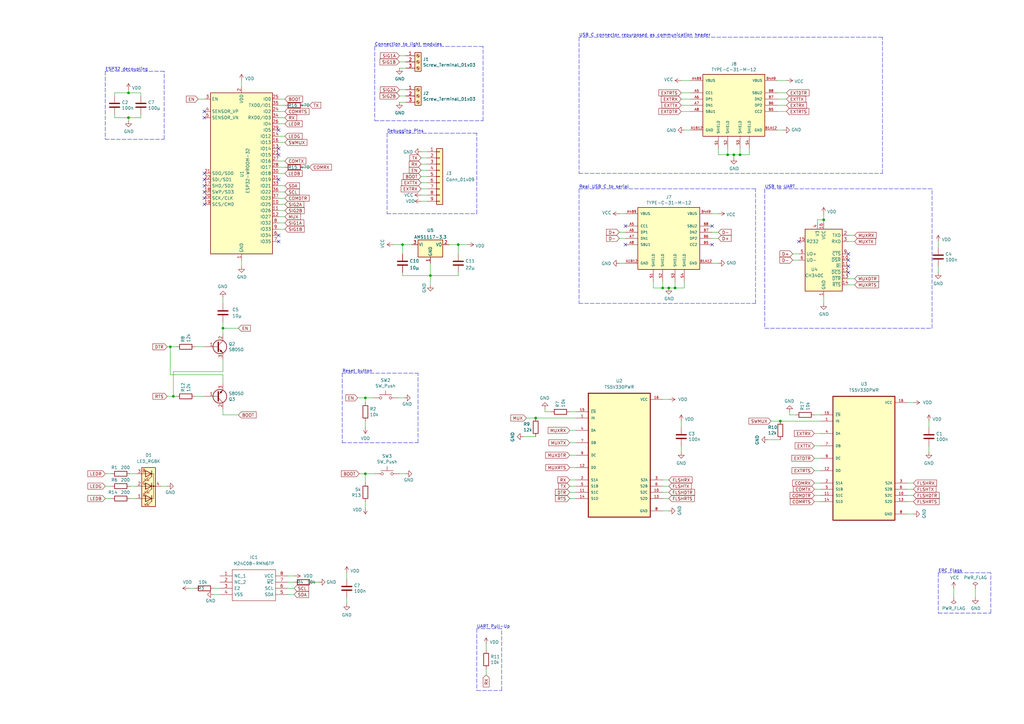
<source format=kicad_sch>
(kicad_sch (version 20211123) (generator eeschema)

  (uuid 9baf7b1e-44a0-4262-8221-97a2fa15d5e8)

  (paper "A3")

  (title_block
    (title "Heliox Control")
    (date "2021-08-10")
    (rev "v00")
    (comment 4 "Author: GHOSCHT")
  )

  (lib_symbols
    (symbol "Connector:Screw_Terminal_01x03" (pin_names (offset 1.016) hide) (in_bom yes) (on_board yes)
      (property "Reference" "J" (id 0) (at 0 5.08 0)
        (effects (font (size 1.27 1.27)))
      )
      (property "Value" "Screw_Terminal_01x03" (id 1) (at 0 -5.08 0)
        (effects (font (size 1.27 1.27)))
      )
      (property "Footprint" "" (id 2) (at 0 0 0)
        (effects (font (size 1.27 1.27)) hide)
      )
      (property "Datasheet" "~" (id 3) (at 0 0 0)
        (effects (font (size 1.27 1.27)) hide)
      )
      (property "ki_keywords" "screw terminal" (id 4) (at 0 0 0)
        (effects (font (size 1.27 1.27)) hide)
      )
      (property "ki_description" "Generic screw terminal, single row, 01x03, script generated (kicad-library-utils/schlib/autogen/connector/)" (id 5) (at 0 0 0)
        (effects (font (size 1.27 1.27)) hide)
      )
      (property "ki_fp_filters" "TerminalBlock*:*" (id 6) (at 0 0 0)
        (effects (font (size 1.27 1.27)) hide)
      )
      (symbol "Screw_Terminal_01x03_1_1"
        (rectangle (start -1.27 3.81) (end 1.27 -3.81)
          (stroke (width 0.254) (type default) (color 0 0 0 0))
          (fill (type background))
        )
        (circle (center 0 -2.54) (radius 0.635)
          (stroke (width 0.1524) (type default) (color 0 0 0 0))
          (fill (type none))
        )
        (polyline
          (pts
            (xy -0.5334 -2.2098)
            (xy 0.3302 -3.048)
          )
          (stroke (width 0.1524) (type default) (color 0 0 0 0))
          (fill (type none))
        )
        (polyline
          (pts
            (xy -0.5334 0.3302)
            (xy 0.3302 -0.508)
          )
          (stroke (width 0.1524) (type default) (color 0 0 0 0))
          (fill (type none))
        )
        (polyline
          (pts
            (xy -0.5334 2.8702)
            (xy 0.3302 2.032)
          )
          (stroke (width 0.1524) (type default) (color 0 0 0 0))
          (fill (type none))
        )
        (polyline
          (pts
            (xy -0.3556 -2.032)
            (xy 0.508 -2.8702)
          )
          (stroke (width 0.1524) (type default) (color 0 0 0 0))
          (fill (type none))
        )
        (polyline
          (pts
            (xy -0.3556 0.508)
            (xy 0.508 -0.3302)
          )
          (stroke (width 0.1524) (type default) (color 0 0 0 0))
          (fill (type none))
        )
        (polyline
          (pts
            (xy -0.3556 3.048)
            (xy 0.508 2.2098)
          )
          (stroke (width 0.1524) (type default) (color 0 0 0 0))
          (fill (type none))
        )
        (circle (center 0 0) (radius 0.635)
          (stroke (width 0.1524) (type default) (color 0 0 0 0))
          (fill (type none))
        )
        (circle (center 0 2.54) (radius 0.635)
          (stroke (width 0.1524) (type default) (color 0 0 0 0))
          (fill (type none))
        )
        (pin passive line (at -5.08 2.54 0) (length 3.81)
          (name "Pin_1" (effects (font (size 1.27 1.27))))
          (number "1" (effects (font (size 1.27 1.27))))
        )
        (pin passive line (at -5.08 0 0) (length 3.81)
          (name "Pin_2" (effects (font (size 1.27 1.27))))
          (number "2" (effects (font (size 1.27 1.27))))
        )
        (pin passive line (at -5.08 -2.54 0) (length 3.81)
          (name "Pin_3" (effects (font (size 1.27 1.27))))
          (number "3" (effects (font (size 1.27 1.27))))
        )
      )
    )
    (symbol "Connector_Generic:Conn_01x09" (pin_names (offset 1.016) hide) (in_bom yes) (on_board yes)
      (property "Reference" "J" (id 0) (at 0 12.7 0)
        (effects (font (size 1.27 1.27)))
      )
      (property "Value" "Conn_01x09" (id 1) (at 0 -12.7 0)
        (effects (font (size 1.27 1.27)))
      )
      (property "Footprint" "" (id 2) (at 0 0 0)
        (effects (font (size 1.27 1.27)) hide)
      )
      (property "Datasheet" "~" (id 3) (at 0 0 0)
        (effects (font (size 1.27 1.27)) hide)
      )
      (property "ki_keywords" "connector" (id 4) (at 0 0 0)
        (effects (font (size 1.27 1.27)) hide)
      )
      (property "ki_description" "Generic connector, single row, 01x09, script generated (kicad-library-utils/schlib/autogen/connector/)" (id 5) (at 0 0 0)
        (effects (font (size 1.27 1.27)) hide)
      )
      (property "ki_fp_filters" "Connector*:*_1x??_*" (id 6) (at 0 0 0)
        (effects (font (size 1.27 1.27)) hide)
      )
      (symbol "Conn_01x09_1_1"
        (rectangle (start -1.27 -10.033) (end 0 -10.287)
          (stroke (width 0.1524) (type default) (color 0 0 0 0))
          (fill (type none))
        )
        (rectangle (start -1.27 -7.493) (end 0 -7.747)
          (stroke (width 0.1524) (type default) (color 0 0 0 0))
          (fill (type none))
        )
        (rectangle (start -1.27 -4.953) (end 0 -5.207)
          (stroke (width 0.1524) (type default) (color 0 0 0 0))
          (fill (type none))
        )
        (rectangle (start -1.27 -2.413) (end 0 -2.667)
          (stroke (width 0.1524) (type default) (color 0 0 0 0))
          (fill (type none))
        )
        (rectangle (start -1.27 0.127) (end 0 -0.127)
          (stroke (width 0.1524) (type default) (color 0 0 0 0))
          (fill (type none))
        )
        (rectangle (start -1.27 2.667) (end 0 2.413)
          (stroke (width 0.1524) (type default) (color 0 0 0 0))
          (fill (type none))
        )
        (rectangle (start -1.27 5.207) (end 0 4.953)
          (stroke (width 0.1524) (type default) (color 0 0 0 0))
          (fill (type none))
        )
        (rectangle (start -1.27 7.747) (end 0 7.493)
          (stroke (width 0.1524) (type default) (color 0 0 0 0))
          (fill (type none))
        )
        (rectangle (start -1.27 10.287) (end 0 10.033)
          (stroke (width 0.1524) (type default) (color 0 0 0 0))
          (fill (type none))
        )
        (rectangle (start -1.27 11.43) (end 1.27 -11.43)
          (stroke (width 0.254) (type default) (color 0 0 0 0))
          (fill (type background))
        )
        (pin passive line (at -5.08 10.16 0) (length 3.81)
          (name "Pin_1" (effects (font (size 1.27 1.27))))
          (number "1" (effects (font (size 1.27 1.27))))
        )
        (pin passive line (at -5.08 7.62 0) (length 3.81)
          (name "Pin_2" (effects (font (size 1.27 1.27))))
          (number "2" (effects (font (size 1.27 1.27))))
        )
        (pin passive line (at -5.08 5.08 0) (length 3.81)
          (name "Pin_3" (effects (font (size 1.27 1.27))))
          (number "3" (effects (font (size 1.27 1.27))))
        )
        (pin passive line (at -5.08 2.54 0) (length 3.81)
          (name "Pin_4" (effects (font (size 1.27 1.27))))
          (number "4" (effects (font (size 1.27 1.27))))
        )
        (pin passive line (at -5.08 0 0) (length 3.81)
          (name "Pin_5" (effects (font (size 1.27 1.27))))
          (number "5" (effects (font (size 1.27 1.27))))
        )
        (pin passive line (at -5.08 -2.54 0) (length 3.81)
          (name "Pin_6" (effects (font (size 1.27 1.27))))
          (number "6" (effects (font (size 1.27 1.27))))
        )
        (pin passive line (at -5.08 -5.08 0) (length 3.81)
          (name "Pin_7" (effects (font (size 1.27 1.27))))
          (number "7" (effects (font (size 1.27 1.27))))
        )
        (pin passive line (at -5.08 -7.62 0) (length 3.81)
          (name "Pin_8" (effects (font (size 1.27 1.27))))
          (number "8" (effects (font (size 1.27 1.27))))
        )
        (pin passive line (at -5.08 -10.16 0) (length 3.81)
          (name "Pin_9" (effects (font (size 1.27 1.27))))
          (number "9" (effects (font (size 1.27 1.27))))
        )
      )
    )
    (symbol "Device:C" (pin_numbers hide) (pin_names (offset 0.254)) (in_bom yes) (on_board yes)
      (property "Reference" "C" (id 0) (at 0.635 2.54 0)
        (effects (font (size 1.27 1.27)) (justify left))
      )
      (property "Value" "C" (id 1) (at 0.635 -2.54 0)
        (effects (font (size 1.27 1.27)) (justify left))
      )
      (property "Footprint" "" (id 2) (at 0.9652 -3.81 0)
        (effects (font (size 1.27 1.27)) hide)
      )
      (property "Datasheet" "~" (id 3) (at 0 0 0)
        (effects (font (size 1.27 1.27)) hide)
      )
      (property "ki_keywords" "cap capacitor" (id 4) (at 0 0 0)
        (effects (font (size 1.27 1.27)) hide)
      )
      (property "ki_description" "Unpolarized capacitor" (id 5) (at 0 0 0)
        (effects (font (size 1.27 1.27)) hide)
      )
      (property "ki_fp_filters" "C_*" (id 6) (at 0 0 0)
        (effects (font (size 1.27 1.27)) hide)
      )
      (symbol "C_0_1"
        (polyline
          (pts
            (xy -2.032 -0.762)
            (xy 2.032 -0.762)
          )
          (stroke (width 0.508) (type default) (color 0 0 0 0))
          (fill (type none))
        )
        (polyline
          (pts
            (xy -2.032 0.762)
            (xy 2.032 0.762)
          )
          (stroke (width 0.508) (type default) (color 0 0 0 0))
          (fill (type none))
        )
      )
      (symbol "C_1_1"
        (pin passive line (at 0 3.81 270) (length 2.794)
          (name "~" (effects (font (size 1.27 1.27))))
          (number "1" (effects (font (size 1.27 1.27))))
        )
        (pin passive line (at 0 -3.81 90) (length 2.794)
          (name "~" (effects (font (size 1.27 1.27))))
          (number "2" (effects (font (size 1.27 1.27))))
        )
      )
    )
    (symbol "Device:LED_RGBK" (pin_names (offset 0) hide) (in_bom yes) (on_board yes)
      (property "Reference" "D" (id 0) (at 0 9.398 0)
        (effects (font (size 1.27 1.27)))
      )
      (property "Value" "LED_RGBK" (id 1) (at 0 -8.89 0)
        (effects (font (size 1.27 1.27)))
      )
      (property "Footprint" "" (id 2) (at 0 -1.27 0)
        (effects (font (size 1.27 1.27)) hide)
      )
      (property "Datasheet" "~" (id 3) (at 0 -1.27 0)
        (effects (font (size 1.27 1.27)) hide)
      )
      (property "ki_keywords" "LED RGB diode" (id 4) (at 0 0 0)
        (effects (font (size 1.27 1.27)) hide)
      )
      (property "ki_description" "RGB LED, red/green/blue/cathode" (id 5) (at 0 0 0)
        (effects (font (size 1.27 1.27)) hide)
      )
      (property "ki_fp_filters" "LED* LED_SMD:* LED_THT:*" (id 6) (at 0 0 0)
        (effects (font (size 1.27 1.27)) hide)
      )
      (symbol "LED_RGBK_0_0"
        (text "B" (at 1.905 -6.35 0)
          (effects (font (size 1.27 1.27)))
        )
        (text "G" (at 1.905 -1.27 0)
          (effects (font (size 1.27 1.27)))
        )
        (text "R" (at 1.905 3.81 0)
          (effects (font (size 1.27 1.27)))
        )
      )
      (symbol "LED_RGBK_0_1"
        (circle (center -2.032 0) (radius 0.254)
          (stroke (width 0) (type default) (color 0 0 0 0))
          (fill (type outline))
        )
        (polyline
          (pts
            (xy -1.27 -5.08)
            (xy 1.27 -5.08)
          )
          (stroke (width 0) (type default) (color 0 0 0 0))
          (fill (type none))
        )
        (polyline
          (pts
            (xy -1.27 -3.81)
            (xy -1.27 -6.35)
          )
          (stroke (width 0.254) (type default) (color 0 0 0 0))
          (fill (type none))
        )
        (polyline
          (pts
            (xy -1.27 0)
            (xy -2.54 0)
          )
          (stroke (width 0) (type default) (color 0 0 0 0))
          (fill (type none))
        )
        (polyline
          (pts
            (xy -1.27 1.27)
            (xy -1.27 -1.27)
          )
          (stroke (width 0.254) (type default) (color 0 0 0 0))
          (fill (type none))
        )
        (polyline
          (pts
            (xy -1.27 5.08)
            (xy 1.27 5.08)
          )
          (stroke (width 0) (type default) (color 0 0 0 0))
          (fill (type none))
        )
        (polyline
          (pts
            (xy -1.27 6.35)
            (xy -1.27 3.81)
          )
          (stroke (width 0.254) (type default) (color 0 0 0 0))
          (fill (type none))
        )
        (polyline
          (pts
            (xy 1.27 -5.08)
            (xy 2.54 -5.08)
          )
          (stroke (width 0) (type default) (color 0 0 0 0))
          (fill (type none))
        )
        (polyline
          (pts
            (xy 1.27 0)
            (xy -1.27 0)
          )
          (stroke (width 0) (type default) (color 0 0 0 0))
          (fill (type none))
        )
        (polyline
          (pts
            (xy 1.27 0)
            (xy 2.54 0)
          )
          (stroke (width 0) (type default) (color 0 0 0 0))
          (fill (type none))
        )
        (polyline
          (pts
            (xy 1.27 5.08)
            (xy 2.54 5.08)
          )
          (stroke (width 0) (type default) (color 0 0 0 0))
          (fill (type none))
        )
        (polyline
          (pts
            (xy -1.27 1.27)
            (xy -1.27 -1.27)
            (xy -1.27 -1.27)
          )
          (stroke (width 0) (type default) (color 0 0 0 0))
          (fill (type none))
        )
        (polyline
          (pts
            (xy -1.27 6.35)
            (xy -1.27 3.81)
            (xy -1.27 3.81)
          )
          (stroke (width 0) (type default) (color 0 0 0 0))
          (fill (type none))
        )
        (polyline
          (pts
            (xy -1.27 5.08)
            (xy -2.032 5.08)
            (xy -2.032 -5.08)
            (xy -1.016 -5.08)
          )
          (stroke (width 0) (type default) (color 0 0 0 0))
          (fill (type none))
        )
        (polyline
          (pts
            (xy 1.27 -3.81)
            (xy 1.27 -6.35)
            (xy -1.27 -5.08)
            (xy 1.27 -3.81)
          )
          (stroke (width 0.254) (type default) (color 0 0 0 0))
          (fill (type none))
        )
        (polyline
          (pts
            (xy 1.27 1.27)
            (xy 1.27 -1.27)
            (xy -1.27 0)
            (xy 1.27 1.27)
          )
          (stroke (width 0.254) (type default) (color 0 0 0 0))
          (fill (type none))
        )
        (polyline
          (pts
            (xy 1.27 6.35)
            (xy 1.27 3.81)
            (xy -1.27 5.08)
            (xy 1.27 6.35)
          )
          (stroke (width 0.254) (type default) (color 0 0 0 0))
          (fill (type none))
        )
        (polyline
          (pts
            (xy -1.016 -3.81)
            (xy 0.508 -2.286)
            (xy -0.254 -2.286)
            (xy 0.508 -2.286)
            (xy 0.508 -3.048)
          )
          (stroke (width 0) (type default) (color 0 0 0 0))
          (fill (type none))
        )
        (polyline
          (pts
            (xy -1.016 1.27)
            (xy 0.508 2.794)
            (xy -0.254 2.794)
            (xy 0.508 2.794)
            (xy 0.508 2.032)
          )
          (stroke (width 0) (type default) (color 0 0 0 0))
          (fill (type none))
        )
        (polyline
          (pts
            (xy -1.016 6.35)
            (xy 0.508 7.874)
            (xy -0.254 7.874)
            (xy 0.508 7.874)
            (xy 0.508 7.112)
          )
          (stroke (width 0) (type default) (color 0 0 0 0))
          (fill (type none))
        )
        (polyline
          (pts
            (xy 0 -3.81)
            (xy 1.524 -2.286)
            (xy 0.762 -2.286)
            (xy 1.524 -2.286)
            (xy 1.524 -3.048)
          )
          (stroke (width 0) (type default) (color 0 0 0 0))
          (fill (type none))
        )
        (polyline
          (pts
            (xy 0 1.27)
            (xy 1.524 2.794)
            (xy 0.762 2.794)
            (xy 1.524 2.794)
            (xy 1.524 2.032)
          )
          (stroke (width 0) (type default) (color 0 0 0 0))
          (fill (type none))
        )
        (polyline
          (pts
            (xy 0 6.35)
            (xy 1.524 7.874)
            (xy 0.762 7.874)
            (xy 1.524 7.874)
            (xy 1.524 7.112)
          )
          (stroke (width 0) (type default) (color 0 0 0 0))
          (fill (type none))
        )
        (rectangle (start 1.27 -1.27) (end 1.27 1.27)
          (stroke (width 0) (type default) (color 0 0 0 0))
          (fill (type none))
        )
        (rectangle (start 1.27 1.27) (end 1.27 1.27)
          (stroke (width 0) (type default) (color 0 0 0 0))
          (fill (type none))
        )
        (rectangle (start 1.27 3.81) (end 1.27 6.35)
          (stroke (width 0) (type default) (color 0 0 0 0))
          (fill (type none))
        )
        (rectangle (start 1.27 6.35) (end 1.27 6.35)
          (stroke (width 0) (type default) (color 0 0 0 0))
          (fill (type none))
        )
        (rectangle (start 2.794 8.382) (end -2.794 -7.62)
          (stroke (width 0.254) (type default) (color 0 0 0 0))
          (fill (type background))
        )
      )
      (symbol "LED_RGBK_1_1"
        (pin passive line (at 5.08 5.08 180) (length 2.54)
          (name "RA" (effects (font (size 1.27 1.27))))
          (number "1" (effects (font (size 1.27 1.27))))
        )
        (pin passive line (at 5.08 0 180) (length 2.54)
          (name "GA" (effects (font (size 1.27 1.27))))
          (number "2" (effects (font (size 1.27 1.27))))
        )
        (pin passive line (at 5.08 -5.08 180) (length 2.54)
          (name "BA" (effects (font (size 1.27 1.27))))
          (number "3" (effects (font (size 1.27 1.27))))
        )
        (pin passive line (at -5.08 0 0) (length 2.54)
          (name "K" (effects (font (size 1.27 1.27))))
          (number "4" (effects (font (size 1.27 1.27))))
        )
      )
    )
    (symbol "Device:Q_NPN_BCE" (pin_names (offset 0) hide) (in_bom yes) (on_board yes)
      (property "Reference" "Q" (id 0) (at 5.08 1.27 0)
        (effects (font (size 1.27 1.27)) (justify left))
      )
      (property "Value" "Q_NPN_BCE" (id 1) (at 5.08 -1.27 0)
        (effects (font (size 1.27 1.27)) (justify left))
      )
      (property "Footprint" "" (id 2) (at 5.08 2.54 0)
        (effects (font (size 1.27 1.27)) hide)
      )
      (property "Datasheet" "~" (id 3) (at 0 0 0)
        (effects (font (size 1.27 1.27)) hide)
      )
      (property "ki_keywords" "transistor NPN" (id 4) (at 0 0 0)
        (effects (font (size 1.27 1.27)) hide)
      )
      (property "ki_description" "NPN transistor, base/collector/emitter" (id 5) (at 0 0 0)
        (effects (font (size 1.27 1.27)) hide)
      )
      (symbol "Q_NPN_BCE_0_1"
        (polyline
          (pts
            (xy 0.635 0.635)
            (xy 2.54 2.54)
          )
          (stroke (width 0) (type default) (color 0 0 0 0))
          (fill (type none))
        )
        (polyline
          (pts
            (xy 0.635 -0.635)
            (xy 2.54 -2.54)
            (xy 2.54 -2.54)
          )
          (stroke (width 0) (type default) (color 0 0 0 0))
          (fill (type none))
        )
        (polyline
          (pts
            (xy 0.635 1.905)
            (xy 0.635 -1.905)
            (xy 0.635 -1.905)
          )
          (stroke (width 0.508) (type default) (color 0 0 0 0))
          (fill (type none))
        )
        (polyline
          (pts
            (xy 1.27 -1.778)
            (xy 1.778 -1.27)
            (xy 2.286 -2.286)
            (xy 1.27 -1.778)
            (xy 1.27 -1.778)
          )
          (stroke (width 0) (type default) (color 0 0 0 0))
          (fill (type outline))
        )
        (circle (center 1.27 0) (radius 2.8194)
          (stroke (width 0.254) (type default) (color 0 0 0 0))
          (fill (type none))
        )
      )
      (symbol "Q_NPN_BCE_1_1"
        (pin input line (at -5.08 0 0) (length 5.715)
          (name "B" (effects (font (size 1.27 1.27))))
          (number "1" (effects (font (size 1.27 1.27))))
        )
        (pin passive line (at 2.54 5.08 270) (length 2.54)
          (name "C" (effects (font (size 1.27 1.27))))
          (number "2" (effects (font (size 1.27 1.27))))
        )
        (pin passive line (at 2.54 -5.08 90) (length 2.54)
          (name "E" (effects (font (size 1.27 1.27))))
          (number "3" (effects (font (size 1.27 1.27))))
        )
      )
    )
    (symbol "Device:R" (pin_numbers hide) (pin_names (offset 0)) (in_bom yes) (on_board yes)
      (property "Reference" "R" (id 0) (at 2.032 0 90)
        (effects (font (size 1.27 1.27)))
      )
      (property "Value" "R" (id 1) (at 0 0 90)
        (effects (font (size 1.27 1.27)))
      )
      (property "Footprint" "" (id 2) (at -1.778 0 90)
        (effects (font (size 1.27 1.27)) hide)
      )
      (property "Datasheet" "~" (id 3) (at 0 0 0)
        (effects (font (size 1.27 1.27)) hide)
      )
      (property "ki_keywords" "R res resistor" (id 4) (at 0 0 0)
        (effects (font (size 1.27 1.27)) hide)
      )
      (property "ki_description" "Resistor" (id 5) (at 0 0 0)
        (effects (font (size 1.27 1.27)) hide)
      )
      (property "ki_fp_filters" "R_*" (id 6) (at 0 0 0)
        (effects (font (size 1.27 1.27)) hide)
      )
      (symbol "R_0_1"
        (rectangle (start -1.016 -2.54) (end 1.016 2.54)
          (stroke (width 0.254) (type default) (color 0 0 0 0))
          (fill (type none))
        )
      )
      (symbol "R_1_1"
        (pin passive line (at 0 3.81 270) (length 1.27)
          (name "~" (effects (font (size 1.27 1.27))))
          (number "1" (effects (font (size 1.27 1.27))))
        )
        (pin passive line (at 0 -3.81 90) (length 1.27)
          (name "~" (effects (font (size 1.27 1.27))))
          (number "2" (effects (font (size 1.27 1.27))))
        )
      )
    )
    (symbol "Interface_USB:CH340C" (in_bom yes) (on_board yes)
      (property "Reference" "U" (id 0) (at -5.08 13.97 0)
        (effects (font (size 1.27 1.27)) (justify right))
      )
      (property "Value" "CH340C" (id 1) (at 1.27 13.97 0)
        (effects (font (size 1.27 1.27)) (justify left))
      )
      (property "Footprint" "Package_SO:SOIC-16_3.9x9.9mm_P1.27mm" (id 2) (at 1.27 -13.97 0)
        (effects (font (size 1.27 1.27)) (justify left) hide)
      )
      (property "Datasheet" "https://datasheet.lcsc.com/szlcsc/Jiangsu-Qin-Heng-CH340C_C84681.pdf" (id 3) (at -8.89 20.32 0)
        (effects (font (size 1.27 1.27)) hide)
      )
      (property "ki_keywords" "USB UART Serial Converter Interface" (id 4) (at 0 0 0)
        (effects (font (size 1.27 1.27)) hide)
      )
      (property "ki_description" "USB serial converter, UART, SOIC-16" (id 5) (at 0 0 0)
        (effects (font (size 1.27 1.27)) hide)
      )
      (property "ki_fp_filters" "SOIC*3.9x9.9mm*P1.27mm*" (id 6) (at 0 0 0)
        (effects (font (size 1.27 1.27)) hide)
      )
      (symbol "CH340C_0_1"
        (rectangle (start -7.62 12.7) (end 7.62 -12.7)
          (stroke (width 0.254) (type default) (color 0 0 0 0))
          (fill (type background))
        )
      )
      (symbol "CH340C_1_1"
        (pin power_in line (at 0 -15.24 90) (length 2.54)
          (name "GND" (effects (font (size 1.27 1.27))))
          (number "1" (effects (font (size 1.27 1.27))))
        )
        (pin input line (at 10.16 0 180) (length 2.54)
          (name "~{DSR}" (effects (font (size 1.27 1.27))))
          (number "10" (effects (font (size 1.27 1.27))))
        )
        (pin input line (at 10.16 -2.54 180) (length 2.54)
          (name "~{RI}" (effects (font (size 1.27 1.27))))
          (number "11" (effects (font (size 1.27 1.27))))
        )
        (pin input line (at 10.16 -5.08 180) (length 2.54)
          (name "~{DCD}" (effects (font (size 1.27 1.27))))
          (number "12" (effects (font (size 1.27 1.27))))
        )
        (pin output line (at 10.16 -7.62 180) (length 2.54)
          (name "~{DTR}" (effects (font (size 1.27 1.27))))
          (number "13" (effects (font (size 1.27 1.27))))
        )
        (pin output line (at 10.16 -10.16 180) (length 2.54)
          (name "~{RTS}" (effects (font (size 1.27 1.27))))
          (number "14" (effects (font (size 1.27 1.27))))
        )
        (pin input line (at -10.16 7.62 0) (length 2.54)
          (name "R232" (effects (font (size 1.27 1.27))))
          (number "15" (effects (font (size 1.27 1.27))))
        )
        (pin power_in line (at 0 15.24 270) (length 2.54)
          (name "VCC" (effects (font (size 1.27 1.27))))
          (number "16" (effects (font (size 1.27 1.27))))
        )
        (pin output line (at 10.16 10.16 180) (length 2.54)
          (name "TXD" (effects (font (size 1.27 1.27))))
          (number "2" (effects (font (size 1.27 1.27))))
        )
        (pin input line (at 10.16 7.62 180) (length 2.54)
          (name "RXD" (effects (font (size 1.27 1.27))))
          (number "3" (effects (font (size 1.27 1.27))))
        )
        (pin passive line (at -2.54 15.24 270) (length 2.54)
          (name "V3" (effects (font (size 1.27 1.27))))
          (number "4" (effects (font (size 1.27 1.27))))
        )
        (pin bidirectional line (at -10.16 2.54 0) (length 2.54)
          (name "UD+" (effects (font (size 1.27 1.27))))
          (number "5" (effects (font (size 1.27 1.27))))
        )
        (pin bidirectional line (at -10.16 0 0) (length 2.54)
          (name "UD-" (effects (font (size 1.27 1.27))))
          (number "6" (effects (font (size 1.27 1.27))))
        )
        (pin no_connect line (at -7.62 -7.62 0) (length 2.54) hide
          (name "NC" (effects (font (size 1.27 1.27))))
          (number "7" (effects (font (size 1.27 1.27))))
        )
        (pin no_connect line (at -7.62 -10.16 0) (length 2.54) hide
          (name "NC" (effects (font (size 1.27 1.27))))
          (number "8" (effects (font (size 1.27 1.27))))
        )
        (pin input line (at 10.16 2.54 180) (length 2.54)
          (name "~{CTS}" (effects (font (size 1.27 1.27))))
          (number "9" (effects (font (size 1.27 1.27))))
        )
      )
    )
    (symbol "M24C08-RMN6TP:M24C08-RMN6TP" (pin_names (offset 0.762)) (in_bom yes) (on_board yes)
      (property "Reference" "IC" (id 0) (at 24.13 7.62 0)
        (effects (font (size 1.27 1.27)) (justify left))
      )
      (property "Value" "M24C08-RMN6TP" (id 1) (at 24.13 5.08 0)
        (effects (font (size 1.27 1.27)) (justify left))
      )
      (property "Footprint" "SOIC127P600X175-8N" (id 2) (at 24.13 2.54 0)
        (effects (font (size 1.27 1.27)) (justify left) hide)
      )
      (property "Datasheet" "https://www.st.com/resource/en/datasheet/m24c08-r.pdf" (id 3) (at 24.13 0 0)
        (effects (font (size 1.27 1.27)) (justify left) hide)
      )
      (property "Description" "EEPROM 16Kbit 8Kbit 4Kbit 2Kb and 1Kb Serial" (id 4) (at 24.13 -2.54 0)
        (effects (font (size 1.27 1.27)) (justify left) hide)
      )
      (property "Height" "1.75" (id 5) (at 24.13 -5.08 0)
        (effects (font (size 1.27 1.27)) (justify left) hide)
      )
      (property "Manufacturer_Name" "STMicroelectronics" (id 6) (at 24.13 -7.62 0)
        (effects (font (size 1.27 1.27)) (justify left) hide)
      )
      (property "Manufacturer_Part_Number" "M24C08-RMN6TP" (id 7) (at 24.13 -10.16 0)
        (effects (font (size 1.27 1.27)) (justify left) hide)
      )
      (property "Mouser Part Number" "511-M24C08-RMN6TP" (id 8) (at 24.13 -12.7 0)
        (effects (font (size 1.27 1.27)) (justify left) hide)
      )
      (property "Mouser Price/Stock" "https://www.mouser.co.uk/ProductDetail/STMicroelectronics/M24C08-RMN6TP?qs=%252B9pWl1iD4MWbThyGTUpSoQ%3D%3D" (id 9) (at 24.13 -15.24 0)
        (effects (font (size 1.27 1.27)) (justify left) hide)
      )
      (property "Arrow Part Number" "M24C08-RMN6TP" (id 10) (at 24.13 -17.78 0)
        (effects (font (size 1.27 1.27)) (justify left) hide)
      )
      (property "Arrow Price/Stock" "https://www.arrow.com/en/products/m24c08-rmn6tp/stmicroelectronics?region=nac" (id 11) (at 24.13 -20.32 0)
        (effects (font (size 1.27 1.27)) (justify left) hide)
      )
      (property "Mouser Testing Part Number" "" (id 12) (at 24.13 -22.86 0)
        (effects (font (size 1.27 1.27)) (justify left) hide)
      )
      (property "Mouser Testing Price/Stock" "" (id 13) (at 24.13 -25.4 0)
        (effects (font (size 1.27 1.27)) (justify left) hide)
      )
      (property "ki_description" "EEPROM 16Kbit 8Kbit 4Kbit 2Kb and 1Kb Serial" (id 14) (at 0 0 0)
        (effects (font (size 1.27 1.27)) hide)
      )
      (symbol "M24C08-RMN6TP_0_0"
        (pin passive line (at 0 0 0) (length 5.08)
          (name "NC_1" (effects (font (size 1.27 1.27))))
          (number "1" (effects (font (size 1.27 1.27))))
        )
        (pin passive line (at 0 -2.54 0) (length 5.08)
          (name "NC_2" (effects (font (size 1.27 1.27))))
          (number "2" (effects (font (size 1.27 1.27))))
        )
        (pin passive line (at 0 -5.08 0) (length 5.08)
          (name "E2" (effects (font (size 1.27 1.27))))
          (number "3" (effects (font (size 1.27 1.27))))
        )
        (pin passive line (at 0 -7.62 0) (length 5.08)
          (name "VSS" (effects (font (size 1.27 1.27))))
          (number "4" (effects (font (size 1.27 1.27))))
        )
        (pin passive line (at 27.94 -7.62 180) (length 5.08)
          (name "SDA" (effects (font (size 1.27 1.27))))
          (number "5" (effects (font (size 1.27 1.27))))
        )
        (pin passive line (at 27.94 -5.08 180) (length 5.08)
          (name "SCL" (effects (font (size 1.27 1.27))))
          (number "6" (effects (font (size 1.27 1.27))))
        )
        (pin passive line (at 27.94 -2.54 180) (length 5.08)
          (name "~{WC}" (effects (font (size 1.27 1.27))))
          (number "7" (effects (font (size 1.27 1.27))))
        )
        (pin passive line (at 27.94 0 180) (length 5.08)
          (name "VCC" (effects (font (size 1.27 1.27))))
          (number "8" (effects (font (size 1.27 1.27))))
        )
      )
      (symbol "M24C08-RMN6TP_0_1"
        (polyline
          (pts
            (xy 5.08 2.54)
            (xy 22.86 2.54)
            (xy 22.86 -10.16)
            (xy 5.08 -10.16)
            (xy 5.08 2.54)
          )
          (stroke (width 0.1524) (type default) (color 0 0 0 0))
          (fill (type none))
        )
      )
    )
    (symbol "RF_Module:ESP32-WROOM-32" (in_bom yes) (on_board yes)
      (property "Reference" "U" (id 0) (at -12.7 34.29 0)
        (effects (font (size 1.27 1.27)) (justify left))
      )
      (property "Value" "ESP32-WROOM-32" (id 1) (at 1.27 34.29 0)
        (effects (font (size 1.27 1.27)) (justify left))
      )
      (property "Footprint" "RF_Module:ESP32-WROOM-32" (id 2) (at 0 -38.1 0)
        (effects (font (size 1.27 1.27)) hide)
      )
      (property "Datasheet" "https://www.espressif.com/sites/default/files/documentation/esp32-wroom-32_datasheet_en.pdf" (id 3) (at -7.62 1.27 0)
        (effects (font (size 1.27 1.27)) hide)
      )
      (property "ki_keywords" "RF Radio BT ESP ESP32 Espressif onboard PCB antenna" (id 4) (at 0 0 0)
        (effects (font (size 1.27 1.27)) hide)
      )
      (property "ki_description" "RF Module, ESP32-D0WDQ6 SoC, Wi-Fi 802.11b/g/n, Bluetooth, BLE, 32-bit, 2.7-3.6V, onboard antenna, SMD" (id 5) (at 0 0 0)
        (effects (font (size 1.27 1.27)) hide)
      )
      (property "ki_fp_filters" "ESP32?WROOM?32*" (id 6) (at 0 0 0)
        (effects (font (size 1.27 1.27)) hide)
      )
      (symbol "ESP32-WROOM-32_0_1"
        (rectangle (start -12.7 33.02) (end 12.7 -33.02)
          (stroke (width 0.254) (type default) (color 0 0 0 0))
          (fill (type background))
        )
      )
      (symbol "ESP32-WROOM-32_1_1"
        (pin power_in line (at 0 -35.56 90) (length 2.54)
          (name "GND" (effects (font (size 1.27 1.27))))
          (number "1" (effects (font (size 1.27 1.27))))
        )
        (pin bidirectional line (at 15.24 -12.7 180) (length 2.54)
          (name "IO25" (effects (font (size 1.27 1.27))))
          (number "10" (effects (font (size 1.27 1.27))))
        )
        (pin bidirectional line (at 15.24 -15.24 180) (length 2.54)
          (name "IO26" (effects (font (size 1.27 1.27))))
          (number "11" (effects (font (size 1.27 1.27))))
        )
        (pin bidirectional line (at 15.24 -17.78 180) (length 2.54)
          (name "IO27" (effects (font (size 1.27 1.27))))
          (number "12" (effects (font (size 1.27 1.27))))
        )
        (pin bidirectional line (at 15.24 10.16 180) (length 2.54)
          (name "IO14" (effects (font (size 1.27 1.27))))
          (number "13" (effects (font (size 1.27 1.27))))
        )
        (pin bidirectional line (at 15.24 15.24 180) (length 2.54)
          (name "IO12" (effects (font (size 1.27 1.27))))
          (number "14" (effects (font (size 1.27 1.27))))
        )
        (pin passive line (at 0 -35.56 90) (length 2.54) hide
          (name "GND" (effects (font (size 1.27 1.27))))
          (number "15" (effects (font (size 1.27 1.27))))
        )
        (pin bidirectional line (at 15.24 12.7 180) (length 2.54)
          (name "IO13" (effects (font (size 1.27 1.27))))
          (number "16" (effects (font (size 1.27 1.27))))
        )
        (pin bidirectional line (at -15.24 -5.08 0) (length 2.54)
          (name "SHD/SD2" (effects (font (size 1.27 1.27))))
          (number "17" (effects (font (size 1.27 1.27))))
        )
        (pin bidirectional line (at -15.24 -7.62 0) (length 2.54)
          (name "SWP/SD3" (effects (font (size 1.27 1.27))))
          (number "18" (effects (font (size 1.27 1.27))))
        )
        (pin bidirectional line (at -15.24 -12.7 0) (length 2.54)
          (name "SCS/CMD" (effects (font (size 1.27 1.27))))
          (number "19" (effects (font (size 1.27 1.27))))
        )
        (pin power_in line (at 0 35.56 270) (length 2.54)
          (name "VDD" (effects (font (size 1.27 1.27))))
          (number "2" (effects (font (size 1.27 1.27))))
        )
        (pin bidirectional line (at -15.24 -10.16 0) (length 2.54)
          (name "SCK/CLK" (effects (font (size 1.27 1.27))))
          (number "20" (effects (font (size 1.27 1.27))))
        )
        (pin bidirectional line (at -15.24 0 0) (length 2.54)
          (name "SDO/SD0" (effects (font (size 1.27 1.27))))
          (number "21" (effects (font (size 1.27 1.27))))
        )
        (pin bidirectional line (at -15.24 -2.54 0) (length 2.54)
          (name "SDI/SD1" (effects (font (size 1.27 1.27))))
          (number "22" (effects (font (size 1.27 1.27))))
        )
        (pin bidirectional line (at 15.24 7.62 180) (length 2.54)
          (name "IO15" (effects (font (size 1.27 1.27))))
          (number "23" (effects (font (size 1.27 1.27))))
        )
        (pin bidirectional line (at 15.24 25.4 180) (length 2.54)
          (name "IO2" (effects (font (size 1.27 1.27))))
          (number "24" (effects (font (size 1.27 1.27))))
        )
        (pin bidirectional line (at 15.24 30.48 180) (length 2.54)
          (name "IO0" (effects (font (size 1.27 1.27))))
          (number "25" (effects (font (size 1.27 1.27))))
        )
        (pin bidirectional line (at 15.24 20.32 180) (length 2.54)
          (name "IO4" (effects (font (size 1.27 1.27))))
          (number "26" (effects (font (size 1.27 1.27))))
        )
        (pin bidirectional line (at 15.24 5.08 180) (length 2.54)
          (name "IO16" (effects (font (size 1.27 1.27))))
          (number "27" (effects (font (size 1.27 1.27))))
        )
        (pin bidirectional line (at 15.24 2.54 180) (length 2.54)
          (name "IO17" (effects (font (size 1.27 1.27))))
          (number "28" (effects (font (size 1.27 1.27))))
        )
        (pin bidirectional line (at 15.24 17.78 180) (length 2.54)
          (name "IO5" (effects (font (size 1.27 1.27))))
          (number "29" (effects (font (size 1.27 1.27))))
        )
        (pin input line (at -15.24 30.48 0) (length 2.54)
          (name "EN" (effects (font (size 1.27 1.27))))
          (number "3" (effects (font (size 1.27 1.27))))
        )
        (pin bidirectional line (at 15.24 0 180) (length 2.54)
          (name "IO18" (effects (font (size 1.27 1.27))))
          (number "30" (effects (font (size 1.27 1.27))))
        )
        (pin bidirectional line (at 15.24 -2.54 180) (length 2.54)
          (name "IO19" (effects (font (size 1.27 1.27))))
          (number "31" (effects (font (size 1.27 1.27))))
        )
        (pin no_connect line (at -12.7 -27.94 0) (length 2.54) hide
          (name "NC" (effects (font (size 1.27 1.27))))
          (number "32" (effects (font (size 1.27 1.27))))
        )
        (pin bidirectional line (at 15.24 -5.08 180) (length 2.54)
          (name "IO21" (effects (font (size 1.27 1.27))))
          (number "33" (effects (font (size 1.27 1.27))))
        )
        (pin bidirectional line (at 15.24 22.86 180) (length 2.54)
          (name "RXD0/IO3" (effects (font (size 1.27 1.27))))
          (number "34" (effects (font (size 1.27 1.27))))
        )
        (pin bidirectional line (at 15.24 27.94 180) (length 2.54)
          (name "TXD0/IO1" (effects (font (size 1.27 1.27))))
          (number "35" (effects (font (size 1.27 1.27))))
        )
        (pin bidirectional line (at 15.24 -7.62 180) (length 2.54)
          (name "IO22" (effects (font (size 1.27 1.27))))
          (number "36" (effects (font (size 1.27 1.27))))
        )
        (pin bidirectional line (at 15.24 -10.16 180) (length 2.54)
          (name "IO23" (effects (font (size 1.27 1.27))))
          (number "37" (effects (font (size 1.27 1.27))))
        )
        (pin passive line (at 0 -35.56 90) (length 2.54) hide
          (name "GND" (effects (font (size 1.27 1.27))))
          (number "38" (effects (font (size 1.27 1.27))))
        )
        (pin passive line (at 0 -35.56 90) (length 2.54) hide
          (name "GND" (effects (font (size 1.27 1.27))))
          (number "39" (effects (font (size 1.27 1.27))))
        )
        (pin input line (at -15.24 25.4 0) (length 2.54)
          (name "SENSOR_VP" (effects (font (size 1.27 1.27))))
          (number "4" (effects (font (size 1.27 1.27))))
        )
        (pin input line (at -15.24 22.86 0) (length 2.54)
          (name "SENSOR_VN" (effects (font (size 1.27 1.27))))
          (number "5" (effects (font (size 1.27 1.27))))
        )
        (pin input line (at 15.24 -25.4 180) (length 2.54)
          (name "IO34" (effects (font (size 1.27 1.27))))
          (number "6" (effects (font (size 1.27 1.27))))
        )
        (pin input line (at 15.24 -27.94 180) (length 2.54)
          (name "IO35" (effects (font (size 1.27 1.27))))
          (number "7" (effects (font (size 1.27 1.27))))
        )
        (pin bidirectional line (at 15.24 -20.32 180) (length 2.54)
          (name "IO32" (effects (font (size 1.27 1.27))))
          (number "8" (effects (font (size 1.27 1.27))))
        )
        (pin bidirectional line (at 15.24 -22.86 180) (length 2.54)
          (name "IO33" (effects (font (size 1.27 1.27))))
          (number "9" (effects (font (size 1.27 1.27))))
        )
      )
    )
    (symbol "Regulator_Linear:AMS1117-3.3" (pin_names (offset 0.254)) (in_bom yes) (on_board yes)
      (property "Reference" "U" (id 0) (at -3.81 3.175 0)
        (effects (font (size 1.27 1.27)))
      )
      (property "Value" "AMS1117-3.3" (id 1) (at 0 3.175 0)
        (effects (font (size 1.27 1.27)) (justify left))
      )
      (property "Footprint" "Package_TO_SOT_SMD:SOT-223-3_TabPin2" (id 2) (at 0 5.08 0)
        (effects (font (size 1.27 1.27)) hide)
      )
      (property "Datasheet" "http://www.advanced-monolithic.com/pdf/ds1117.pdf" (id 3) (at 2.54 -6.35 0)
        (effects (font (size 1.27 1.27)) hide)
      )
      (property "ki_keywords" "linear regulator ldo fixed positive" (id 4) (at 0 0 0)
        (effects (font (size 1.27 1.27)) hide)
      )
      (property "ki_description" "1A Low Dropout regulator, positive, 3.3V fixed output, SOT-223" (id 5) (at 0 0 0)
        (effects (font (size 1.27 1.27)) hide)
      )
      (property "ki_fp_filters" "SOT?223*TabPin2*" (id 6) (at 0 0 0)
        (effects (font (size 1.27 1.27)) hide)
      )
      (symbol "AMS1117-3.3_0_1"
        (rectangle (start -5.08 -5.08) (end 5.08 1.905)
          (stroke (width 0.254) (type default) (color 0 0 0 0))
          (fill (type background))
        )
      )
      (symbol "AMS1117-3.3_1_1"
        (pin power_in line (at 0 -7.62 90) (length 2.54)
          (name "GND" (effects (font (size 1.27 1.27))))
          (number "1" (effects (font (size 1.27 1.27))))
        )
        (pin power_out line (at 7.62 0 180) (length 2.54)
          (name "VO" (effects (font (size 1.27 1.27))))
          (number "2" (effects (font (size 1.27 1.27))))
        )
        (pin power_in line (at -7.62 0 0) (length 2.54)
          (name "VI" (effects (font (size 1.27 1.27))))
          (number "3" (effects (font (size 1.27 1.27))))
        )
      )
    )
    (symbol "Switch:SW_Push" (pin_numbers hide) (pin_names (offset 1.016) hide) (in_bom yes) (on_board yes)
      (property "Reference" "SW" (id 0) (at 1.27 2.54 0)
        (effects (font (size 1.27 1.27)) (justify left))
      )
      (property "Value" "SW_Push" (id 1) (at 0 -1.524 0)
        (effects (font (size 1.27 1.27)))
      )
      (property "Footprint" "" (id 2) (at 0 5.08 0)
        (effects (font (size 1.27 1.27)) hide)
      )
      (property "Datasheet" "~" (id 3) (at 0 5.08 0)
        (effects (font (size 1.27 1.27)) hide)
      )
      (property "ki_keywords" "switch normally-open pushbutton push-button" (id 4) (at 0 0 0)
        (effects (font (size 1.27 1.27)) hide)
      )
      (property "ki_description" "Push button switch, generic, two pins" (id 5) (at 0 0 0)
        (effects (font (size 1.27 1.27)) hide)
      )
      (symbol "SW_Push_0_1"
        (circle (center -2.032 0) (radius 0.508)
          (stroke (width 0) (type default) (color 0 0 0 0))
          (fill (type none))
        )
        (polyline
          (pts
            (xy 0 1.27)
            (xy 0 3.048)
          )
          (stroke (width 0) (type default) (color 0 0 0 0))
          (fill (type none))
        )
        (polyline
          (pts
            (xy 2.54 1.27)
            (xy -2.54 1.27)
          )
          (stroke (width 0) (type default) (color 0 0 0 0))
          (fill (type none))
        )
        (circle (center 2.032 0) (radius 0.508)
          (stroke (width 0) (type default) (color 0 0 0 0))
          (fill (type none))
        )
        (pin passive line (at -5.08 0 0) (length 2.54)
          (name "1" (effects (font (size 1.27 1.27))))
          (number "1" (effects (font (size 1.27 1.27))))
        )
        (pin passive line (at 5.08 0 180) (length 2.54)
          (name "2" (effects (font (size 1.27 1.27))))
          (number "2" (effects (font (size 1.27 1.27))))
        )
      )
    )
    (symbol "TS5V330PWR:TS5V330PWR" (pin_names (offset 1.016)) (in_bom yes) (on_board yes)
      (property "Reference" "U" (id 0) (at -12.7 26.3906 0)
        (effects (font (size 1.27 1.27)) (justify left bottom))
      )
      (property "Value" "TS5V330PWR" (id 1) (at -12.7 -29.3878 0)
        (effects (font (size 1.27 1.27)) (justify left bottom))
      )
      (property "Footprint" "SOP65P640X120-16N" (id 2) (at 0 0 0)
        (effects (font (size 1.27 1.27)) (justify left bottom) hide)
      )
      (property "Datasheet" "" (id 3) (at 0 0 0)
        (effects (font (size 1.27 1.27)) (justify left bottom) hide)
      )
      (property "ki_locked" "" (id 4) (at 0 0 0)
        (effects (font (size 1.27 1.27)))
      )
      (symbol "TS5V330PWR_0_0"
        (rectangle (start -12.7 -25.4) (end 12.7 25.4)
          (stroke (width 0.4064) (type default) (color 0 0 0 0))
          (fill (type background))
        )
        (pin input line (at -17.78 15.24 0) (length 5.08)
          (name "IN" (effects (font (size 1.016 1.016))))
          (number "1" (effects (font (size 1.016 1.016))))
        )
        (pin bidirectional line (at 17.78 -15.24 180) (length 5.08)
          (name "S2C" (effects (font (size 1.016 1.016))))
          (number "10" (effects (font (size 1.016 1.016))))
        )
        (pin bidirectional line (at -17.78 -15.24 0) (length 5.08)
          (name "S1C" (effects (font (size 1.016 1.016))))
          (number "11" (effects (font (size 1.016 1.016))))
        )
        (pin bidirectional line (at -17.78 -5.08 0) (length 5.08)
          (name "DD" (effects (font (size 1.016 1.016))))
          (number "12" (effects (font (size 1.016 1.016))))
        )
        (pin bidirectional line (at 17.78 -17.78 180) (length 5.08)
          (name "S2D" (effects (font (size 1.016 1.016))))
          (number "13" (effects (font (size 1.016 1.016))))
        )
        (pin bidirectional line (at -17.78 -17.78 0) (length 5.08)
          (name "S1D" (effects (font (size 1.016 1.016))))
          (number "14" (effects (font (size 1.016 1.016))))
        )
        (pin input line (at -17.78 17.78 0) (length 5.08)
          (name "~{EN}" (effects (font (size 1.016 1.016))))
          (number "15" (effects (font (size 1.016 1.016))))
        )
        (pin power_in line (at 17.78 22.86 180) (length 5.08)
          (name "VCC" (effects (font (size 1.016 1.016))))
          (number "16" (effects (font (size 1.016 1.016))))
        )
        (pin bidirectional line (at -17.78 -10.16 0) (length 5.08)
          (name "S1A" (effects (font (size 1.016 1.016))))
          (number "2" (effects (font (size 1.016 1.016))))
        )
        (pin bidirectional line (at 17.78 -10.16 180) (length 5.08)
          (name "S2A" (effects (font (size 1.016 1.016))))
          (number "3" (effects (font (size 1.016 1.016))))
        )
        (pin bidirectional line (at -17.78 10.16 0) (length 5.08)
          (name "DA" (effects (font (size 1.016 1.016))))
          (number "4" (effects (font (size 1.016 1.016))))
        )
        (pin bidirectional line (at -17.78 -12.7 0) (length 5.08)
          (name "S1B" (effects (font (size 1.016 1.016))))
          (number "5" (effects (font (size 1.016 1.016))))
        )
        (pin bidirectional line (at 17.78 -12.7 180) (length 5.08)
          (name "S2B" (effects (font (size 1.016 1.016))))
          (number "6" (effects (font (size 1.016 1.016))))
        )
        (pin bidirectional line (at -17.78 5.08 0) (length 5.08)
          (name "DB" (effects (font (size 1.016 1.016))))
          (number "7" (effects (font (size 1.016 1.016))))
        )
        (pin power_in line (at 17.78 -22.86 180) (length 5.08)
          (name "GND" (effects (font (size 1.016 1.016))))
          (number "8" (effects (font (size 1.016 1.016))))
        )
        (pin bidirectional line (at -17.78 0 0) (length 5.08)
          (name "DC" (effects (font (size 1.016 1.016))))
          (number "9" (effects (font (size 1.016 1.016))))
        )
      )
    )
    (symbol "TYPE-C-31-M-12:TYPE-C-31-M-12" (pin_names (offset 1.016)) (in_bom yes) (on_board yes)
      (property "Reference" "J" (id 0) (at -1.27 15.24 0)
        (effects (font (size 1.27 1.27)) (justify left bottom))
      )
      (property "Value" "TYPE-C-31-M-12" (id 1) (at -10.16 13.208 0)
        (effects (font (size 1.27 1.27)) (justify left bottom))
      )
      (property "Footprint" "HRO_TYPE-C-31-M-12" (id 2) (at 0 0 0)
        (effects (font (size 1.27 1.27)) (justify left bottom) hide)
      )
      (property "Datasheet" "" (id 3) (at 0 0 0)
        (effects (font (size 1.27 1.27)) (justify left bottom) hide)
      )
      (property "MAXIMUM_PACKAGE_HEIGHT" "3.31mm" (id 4) (at 0 0 0)
        (effects (font (size 1.27 1.27)) (justify left bottom) hide)
      )
      (property "STANDARD" "Manufacturer Recommendations" (id 5) (at 0 0 0)
        (effects (font (size 1.27 1.27)) (justify left bottom) hide)
      )
      (property "PARTREV" "A" (id 6) (at 0 0 0)
        (effects (font (size 1.27 1.27)) (justify left bottom) hide)
      )
      (property "MANUFACTURER" "HRO Electronics" (id 7) (at 0 0 0)
        (effects (font (size 1.27 1.27)) (justify left bottom) hide)
      )
      (property "ki_locked" "" (id 8) (at 0 0 0)
        (effects (font (size 1.27 1.27)))
      )
      (symbol "TYPE-C-31-M-12_0_0"
        (rectangle (start -12.7 -12.7) (end 12.7 12.7)
          (stroke (width 0.254) (type default) (color 0 0 0 0))
          (fill (type background))
        )
        (pin power_in line (at -17.78 -10.16 0) (length 5.08)
          (name "GND" (effects (font (size 1.016 1.016))))
          (number "A1B12" (effects (font (size 1.016 1.016))))
        )
        (pin power_in line (at -17.78 10.16 0) (length 5.08)
          (name "VBUS" (effects (font (size 1.016 1.016))))
          (number "A4B9" (effects (font (size 1.016 1.016))))
        )
        (pin bidirectional line (at -17.78 5.08 0) (length 5.08)
          (name "CC1" (effects (font (size 1.016 1.016))))
          (number "A5" (effects (font (size 1.016 1.016))))
        )
        (pin bidirectional line (at -17.78 2.54 0) (length 5.08)
          (name "DP1" (effects (font (size 1.016 1.016))))
          (number "A6" (effects (font (size 1.016 1.016))))
        )
        (pin bidirectional line (at -17.78 0 0) (length 5.08)
          (name "DN1" (effects (font (size 1.016 1.016))))
          (number "A7" (effects (font (size 1.016 1.016))))
        )
        (pin bidirectional line (at -17.78 -2.54 0) (length 5.08)
          (name "SBU1" (effects (font (size 1.016 1.016))))
          (number "A8" (effects (font (size 1.016 1.016))))
        )
        (pin power_in line (at 17.78 -10.16 180) (length 5.08)
          (name "GND" (effects (font (size 1.016 1.016))))
          (number "B1A12" (effects (font (size 1.016 1.016))))
        )
        (pin power_in line (at 17.78 10.16 180) (length 5.08)
          (name "VBUS" (effects (font (size 1.016 1.016))))
          (number "B4A9" (effects (font (size 1.016 1.016))))
        )
        (pin bidirectional line (at 17.78 -2.54 180) (length 5.08)
          (name "CC2" (effects (font (size 1.016 1.016))))
          (number "B5" (effects (font (size 1.016 1.016))))
        )
        (pin bidirectional line (at 17.78 0 180) (length 5.08)
          (name "DP2" (effects (font (size 1.016 1.016))))
          (number "B6" (effects (font (size 1.016 1.016))))
        )
        (pin bidirectional line (at 17.78 2.54 180) (length 5.08)
          (name "DN2" (effects (font (size 1.016 1.016))))
          (number "B7" (effects (font (size 1.016 1.016))))
        )
        (pin bidirectional line (at 17.78 5.08 180) (length 5.08)
          (name "SBU2" (effects (font (size 1.016 1.016))))
          (number "B8" (effects (font (size 1.016 1.016))))
        )
        (pin passive line (at -6.35 -17.78 90) (length 5.08)
          (name "SHIELD" (effects (font (size 1.016 1.016))))
          (number "S1" (effects (font (size 1.016 1.016))))
        )
        (pin passive line (at -2.54 -17.78 90) (length 5.08)
          (name "SHIELD" (effects (font (size 1.016 1.016))))
          (number "S2" (effects (font (size 1.016 1.016))))
        )
        (pin passive line (at 2.54 -17.78 90) (length 5.08)
          (name "SHIELD" (effects (font (size 1.016 1.016))))
          (number "S3" (effects (font (size 1.016 1.016))))
        )
        (pin passive line (at 6.35 -17.78 90) (length 5.08)
          (name "SHIELD" (effects (font (size 1.016 1.016))))
          (number "S4" (effects (font (size 1.016 1.016))))
        )
      )
    )
    (symbol "TYPE-C-31-M-12_1" (pin_names (offset 1.016)) (in_bom yes) (on_board yes)
      (property "Reference" "J8" (id 0) (at 0 16.9418 0)
        (effects (font (size 1.27 1.27)))
      )
      (property "Value" "TYPE-C-31-M-12_1" (id 1) (at 0 14.6304 0)
        (effects (font (size 1.27 1.27)))
      )
      (property "Footprint" "HRO_TYPE-C-31-M-12:HRO_TYPE-C-31-M-12" (id 2) (at 0 0 0)
        (effects (font (size 1.27 1.27)) (justify left bottom) hide)
      )
      (property "Datasheet" "https://datasheet.lcsc.com/lcsc/1811131825_Korean-Hroparts-Elec-TYPE-C-31-M-12_C165948.pdf" (id 3) (at 0 0 0)
        (effects (font (size 1.27 1.27)) (justify left bottom) hide)
      )
      (property "MAXIMUM_PACKAGE_HEIGHT" "3.31mm" (id 4) (at 0 0 0)
        (effects (font (size 1.27 1.27)) (justify left bottom) hide)
      )
      (property "STANDARD" "Manufacturer Recommendations" (id 5) (at 0 0 0)
        (effects (font (size 1.27 1.27)) (justify left bottom) hide)
      )
      (property "PARTREV" "A" (id 6) (at 0 0 0)
        (effects (font (size 1.27 1.27)) (justify left bottom) hide)
      )
      (property "MANUFACTURER" "HRO Electronics" (id 7) (at 0 0 0)
        (effects (font (size 1.27 1.27)) (justify left bottom) hide)
      )
      (property "ki_locked" "" (id 8) (at 0 0 0)
        (effects (font (size 1.27 1.27)))
      )
      (symbol "TYPE-C-31-M-12_1_0_0"
        (rectangle (start -12.7 -12.7) (end 12.7 12.7)
          (stroke (width 0.254) (type default) (color 0 0 0 0))
          (fill (type background))
        )
        (pin power_in line (at -17.78 -10.16 0) (length 5.08)
          (name "GND" (effects (font (size 1.016 1.016))))
          (number "A1B12" (effects (font (size 1.016 1.016))))
        )
        (pin power_out line (at -17.78 10.16 0) (length 5.08)
          (name "VBUS" (effects (font (size 1.016 1.016))))
          (number "A4B9" (effects (font (size 1.016 1.016))))
        )
        (pin bidirectional line (at -17.78 5.08 0) (length 5.08)
          (name "CC1" (effects (font (size 1.016 1.016))))
          (number "A5" (effects (font (size 1.016 1.016))))
        )
        (pin bidirectional line (at -17.78 2.54 0) (length 5.08)
          (name "DP1" (effects (font (size 1.016 1.016))))
          (number "A6" (effects (font (size 1.016 1.016))))
        )
        (pin bidirectional line (at -17.78 0 0) (length 5.08)
          (name "DN1" (effects (font (size 1.016 1.016))))
          (number "A7" (effects (font (size 1.016 1.016))))
        )
        (pin bidirectional line (at -17.78 -2.54 0) (length 5.08)
          (name "SBU1" (effects (font (size 1.016 1.016))))
          (number "A8" (effects (font (size 1.016 1.016))))
        )
        (pin power_in line (at 17.78 -10.16 180) (length 5.08)
          (name "GND" (effects (font (size 1.016 1.016))))
          (number "B1A12" (effects (font (size 1.016 1.016))))
        )
        (pin power_out line (at 17.78 10.16 180) (length 5.08)
          (name "VBUS" (effects (font (size 1.016 1.016))))
          (number "B4A9" (effects (font (size 1.016 1.016))))
        )
        (pin bidirectional line (at 17.78 -2.54 180) (length 5.08)
          (name "CC2" (effects (font (size 1.016 1.016))))
          (number "B5" (effects (font (size 1.016 1.016))))
        )
        (pin bidirectional line (at 17.78 0 180) (length 5.08)
          (name "DP2" (effects (font (size 1.016 1.016))))
          (number "B6" (effects (font (size 1.016 1.016))))
        )
        (pin bidirectional line (at 17.78 2.54 180) (length 5.08)
          (name "DN2" (effects (font (size 1.016 1.016))))
          (number "B7" (effects (font (size 1.016 1.016))))
        )
        (pin bidirectional line (at 17.78 5.08 180) (length 5.08)
          (name "SBU2" (effects (font (size 1.016 1.016))))
          (number "B8" (effects (font (size 1.016 1.016))))
        )
        (pin passive line (at -6.35 -17.78 90) (length 5.08)
          (name "SHIELD" (effects (font (size 1.016 1.016))))
          (number "S1" (effects (font (size 1.016 1.016))))
        )
        (pin passive line (at -2.54 -17.78 90) (length 5.08)
          (name "SHIELD" (effects (font (size 1.016 1.016))))
          (number "S2" (effects (font (size 1.016 1.016))))
        )
        (pin passive line (at 2.54 -17.78 90) (length 5.08)
          (name "SHIELD" (effects (font (size 1.016 1.016))))
          (number "S3" (effects (font (size 1.016 1.016))))
        )
        (pin passive line (at 6.35 -17.78 90) (length 5.08)
          (name "SHIELD" (effects (font (size 1.016 1.016))))
          (number "S4" (effects (font (size 1.016 1.016))))
        )
      )
    )
    (symbol "power:GND" (power) (pin_names (offset 0)) (in_bom yes) (on_board yes)
      (property "Reference" "#PWR" (id 0) (at 0 -6.35 0)
        (effects (font (size 1.27 1.27)) hide)
      )
      (property "Value" "GND" (id 1) (at 0 -3.81 0)
        (effects (font (size 1.27 1.27)))
      )
      (property "Footprint" "" (id 2) (at 0 0 0)
        (effects (font (size 1.27 1.27)) hide)
      )
      (property "Datasheet" "" (id 3) (at 0 0 0)
        (effects (font (size 1.27 1.27)) hide)
      )
      (property "ki_keywords" "power-flag" (id 4) (at 0 0 0)
        (effects (font (size 1.27 1.27)) hide)
      )
      (property "ki_description" "Power symbol creates a global label with name \"GND\" , ground" (id 5) (at 0 0 0)
        (effects (font (size 1.27 1.27)) hide)
      )
      (symbol "GND_0_1"
        (polyline
          (pts
            (xy 0 0)
            (xy 0 -1.27)
            (xy 1.27 -1.27)
            (xy 0 -2.54)
            (xy -1.27 -1.27)
            (xy 0 -1.27)
          )
          (stroke (width 0) (type default) (color 0 0 0 0))
          (fill (type none))
        )
      )
      (symbol "GND_1_1"
        (pin power_in line (at 0 0 270) (length 0) hide
          (name "GND" (effects (font (size 1.27 1.27))))
          (number "1" (effects (font (size 1.27 1.27))))
        )
      )
    )
    (symbol "power:PWR_FLAG" (power) (pin_numbers hide) (pin_names (offset 0) hide) (in_bom yes) (on_board yes)
      (property "Reference" "#FLG" (id 0) (at 0 1.905 0)
        (effects (font (size 1.27 1.27)) hide)
      )
      (property "Value" "PWR_FLAG" (id 1) (at 0 3.81 0)
        (effects (font (size 1.27 1.27)))
      )
      (property "Footprint" "" (id 2) (at 0 0 0)
        (effects (font (size 1.27 1.27)) hide)
      )
      (property "Datasheet" "~" (id 3) (at 0 0 0)
        (effects (font (size 1.27 1.27)) hide)
      )
      (property "ki_keywords" "power-flag" (id 4) (at 0 0 0)
        (effects (font (size 1.27 1.27)) hide)
      )
      (property "ki_description" "Special symbol for telling ERC where power comes from" (id 5) (at 0 0 0)
        (effects (font (size 1.27 1.27)) hide)
      )
      (symbol "PWR_FLAG_0_0"
        (pin power_out line (at 0 0 90) (length 0)
          (name "pwr" (effects (font (size 1.27 1.27))))
          (number "1" (effects (font (size 1.27 1.27))))
        )
      )
      (symbol "PWR_FLAG_0_1"
        (polyline
          (pts
            (xy 0 0)
            (xy 0 1.27)
            (xy -1.016 1.905)
            (xy 0 2.54)
            (xy 1.016 1.905)
            (xy 0 1.27)
          )
          (stroke (width 0) (type default) (color 0 0 0 0))
          (fill (type none))
        )
      )
    )
    (symbol "power:VCC" (power) (pin_names (offset 0)) (in_bom yes) (on_board yes)
      (property "Reference" "#PWR" (id 0) (at 0 -3.81 0)
        (effects (font (size 1.27 1.27)) hide)
      )
      (property "Value" "VCC" (id 1) (at 0 3.81 0)
        (effects (font (size 1.27 1.27)))
      )
      (property "Footprint" "" (id 2) (at 0 0 0)
        (effects (font (size 1.27 1.27)) hide)
      )
      (property "Datasheet" "" (id 3) (at 0 0 0)
        (effects (font (size 1.27 1.27)) hide)
      )
      (property "ki_keywords" "power-flag" (id 4) (at 0 0 0)
        (effects (font (size 1.27 1.27)) hide)
      )
      (property "ki_description" "Power symbol creates a global label with name \"VCC\"" (id 5) (at 0 0 0)
        (effects (font (size 1.27 1.27)) hide)
      )
      (symbol "VCC_0_1"
        (polyline
          (pts
            (xy -0.762 1.27)
            (xy 0 2.54)
          )
          (stroke (width 0) (type default) (color 0 0 0 0))
          (fill (type none))
        )
        (polyline
          (pts
            (xy 0 0)
            (xy 0 2.54)
          )
          (stroke (width 0) (type default) (color 0 0 0 0))
          (fill (type none))
        )
        (polyline
          (pts
            (xy 0 2.54)
            (xy 0.762 1.27)
          )
          (stroke (width 0) (type default) (color 0 0 0 0))
          (fill (type none))
        )
      )
      (symbol "VCC_1_1"
        (pin power_in line (at 0 0 90) (length 0) hide
          (name "VCC" (effects (font (size 1.27 1.27))))
          (number "1" (effects (font (size 1.27 1.27))))
        )
      )
    )
    (symbol "power:VDD" (power) (pin_names (offset 0)) (in_bom yes) (on_board yes)
      (property "Reference" "#PWR" (id 0) (at 0 -3.81 0)
        (effects (font (size 1.27 1.27)) hide)
      )
      (property "Value" "VDD" (id 1) (at 0 3.81 0)
        (effects (font (size 1.27 1.27)))
      )
      (property "Footprint" "" (id 2) (at 0 0 0)
        (effects (font (size 1.27 1.27)) hide)
      )
      (property "Datasheet" "" (id 3) (at 0 0 0)
        (effects (font (size 1.27 1.27)) hide)
      )
      (property "ki_keywords" "power-flag" (id 4) (at 0 0 0)
        (effects (font (size 1.27 1.27)) hide)
      )
      (property "ki_description" "Power symbol creates a global label with name \"VDD\"" (id 5) (at 0 0 0)
        (effects (font (size 1.27 1.27)) hide)
      )
      (symbol "VDD_0_1"
        (polyline
          (pts
            (xy -0.762 1.27)
            (xy 0 2.54)
          )
          (stroke (width 0) (type default) (color 0 0 0 0))
          (fill (type none))
        )
        (polyline
          (pts
            (xy 0 0)
            (xy 0 2.54)
          )
          (stroke (width 0) (type default) (color 0 0 0 0))
          (fill (type none))
        )
        (polyline
          (pts
            (xy 0 2.54)
            (xy 0.762 1.27)
          )
          (stroke (width 0) (type default) (color 0 0 0 0))
          (fill (type none))
        )
      )
      (symbol "VDD_1_1"
        (pin power_in line (at 0 0 90) (length 0) hide
          (name "VDD" (effects (font (size 1.27 1.27))))
          (number "1" (effects (font (size 1.27 1.27))))
        )
      )
    )
  )

  (junction (at 300.99 63.5) (diameter 0) (color 0 0 0 0)
    (uuid 04202103-992b-4da0-804f-eea03703a2f4)
  )
  (junction (at 320.04 172.72) (diameter 0) (color 0 0 0 0)
    (uuid 07c96cda-e25f-48ea-8c08-b52e0ffd4a8b)
  )
  (junction (at 149.86 163.195) (diameter 0) (color 0 0 0 0)
    (uuid 0b3b46ed-b052-4edc-82d8-e82751cbf19a)
  )
  (junction (at 176.53 113.03) (diameter 0) (color 0 0 0 0)
    (uuid 2174fdd1-be72-4071-bc32-94f31e09c635)
  )
  (junction (at 165.1 100.33) (diameter 0) (color 0 0 0 0)
    (uuid 3b4eb9f0-05fb-46ce-a252-13cfee1b99e6)
  )
  (junction (at 274.32 118.11) (diameter 0) (color 0 0 0 0)
    (uuid 62e050c2-0109-4af3-a8cf-6e73d982de24)
  )
  (junction (at 303.53 63.5) (diameter 0) (color 0 0 0 0)
    (uuid 671729fd-aac3-49b1-beea-7a99a8e33fb3)
  )
  (junction (at 91.44 134.62) (diameter 0) (color 0 0 0 0)
    (uuid 6811c33c-8473-4afc-ab04-d4509c53d9c3)
  )
  (junction (at 69.85 142.24) (diameter 0) (color 0 0 0 0)
    (uuid 83e5c5d8-5366-4217-b11c-8beb1fa8967c)
  )
  (junction (at 219.71 171.45) (diameter 0) (color 0 0 0 0)
    (uuid a98b4193-525b-4cdb-aba1-6022b307945a)
  )
  (junction (at 298.45 63.5) (diameter 0) (color 0 0 0 0)
    (uuid a9b73137-65fa-423e-b460-9d4c0cf28b9a)
  )
  (junction (at 271.78 118.11) (diameter 0) (color 0 0 0 0)
    (uuid ae7b104a-673a-493a-9539-55d8e8e5236f)
  )
  (junction (at 276.86 118.11) (diameter 0) (color 0 0 0 0)
    (uuid b1d7a28d-7369-4387-ab08-39df99bec340)
  )
  (junction (at 337.82 90.17) (diameter 0) (color 0 0 0 0)
    (uuid da476460-296d-42be-8efc-f613f64eaa97)
  )
  (junction (at 52.705 48.26) (diameter 0) (color 0 0 0 0)
    (uuid db703313-0898-45e4-99a1-8c2e63e039d8)
  )
  (junction (at 187.96 100.33) (diameter 0) (color 0 0 0 0)
    (uuid e23f7fe9-9cb3-4e71-a583-88f15b7a9bb2)
  )
  (junction (at 52.705 38.1) (diameter 0) (color 0 0 0 0)
    (uuid ea8a8259-9592-477c-845f-477c8817fcec)
  )
  (junction (at 71.12 162.56) (diameter 0) (color 0 0 0 0)
    (uuid f0961962-457c-40e8-929b-ef99a4a6f9e1)
  )
  (junction (at 149.86 194.31) (diameter 0) (color 0 0 0 0)
    (uuid f40351b9-3546-46fa-b18b-727924e1e18c)
  )

  (no_connect (at 347.98 111.76) (uuid 0f0d2089-7eab-467c-85b8-272bb3c58b99))
  (no_connect (at 347.98 106.68) (uuid 2a994272-3e06-4833-9268-fcbf8bce6a08))
  (no_connect (at 114.3 73.66) (uuid 3743aece-7f89-4e09-b4d7-fa532b45ce21))
  (no_connect (at 256.54 92.71) (uuid 4d765ebb-391f-47cb-8327-4a93c37a5e87))
  (no_connect (at 292.1 100.33) (uuid 87e5f432-bb64-491c-8ee2-a5cebd1952e2))
  (no_connect (at 83.82 45.72) (uuid 8cbae889-8af8-411c-bb02-cff97e9ec968))
  (no_connect (at 83.82 71.12) (uuid 8cbae889-8af8-411c-bb02-cff97e9ec969))
  (no_connect (at 83.82 48.26) (uuid 8cbae889-8af8-411c-bb02-cff97e9ec96a))
  (no_connect (at 83.82 73.66) (uuid 8cbae889-8af8-411c-bb02-cff97e9ec96b))
  (no_connect (at 83.82 81.28) (uuid 8cbae889-8af8-411c-bb02-cff97e9ec96c))
  (no_connect (at 83.82 83.82) (uuid 8cbae889-8af8-411c-bb02-cff97e9ec96d))
  (no_connect (at 114.3 53.34) (uuid 8cbae889-8af8-411c-bb02-cff97e9ec96e))
  (no_connect (at 114.3 60.96) (uuid 8cbae889-8af8-411c-bb02-cff97e9ec971))
  (no_connect (at 114.3 63.5) (uuid a0bf0ea4-9a69-4357-9481-bee730a883ad))
  (no_connect (at 292.1 92.71) (uuid bfdad3c8-0a70-4a63-a174-df049c8a951c))
  (no_connect (at 114.3 96.52) (uuid c5b083c0-9c81-4ceb-a62f-be6a677946a3))
  (no_connect (at 114.3 99.06) (uuid c5b083c0-9c81-4ceb-a62f-be6a677946a4))
  (no_connect (at 256.54 100.33) (uuid d57b81b5-867c-4940-9931-9ff79aee5b96))
  (no_connect (at 347.98 109.22) (uuid da123791-e238-4fc2-a356-0eeba872e986))
  (no_connect (at 347.98 104.14) (uuid e1506fcd-87ec-44d6-86d1-79ee513f4e77))
  (no_connect (at 327.66 99.06) (uuid ecea9562-3834-4f9c-8b72-194e1119dc17))
  (no_connect (at 83.82 76.2) (uuid ff49d1c0-5125-46c1-9e40-acb276bbd41f))
  (no_connect (at 83.82 78.74) (uuid ff49d1c0-5125-46c1-9e40-acb276bbd420))

  (wire (pts (xy 43.18 194.31) (xy 45.72 194.31))
    (stroke (width 0) (type default) (color 0 0 0 0))
    (uuid 02441a24-d335-426a-b82d-9d93839dd810)
  )
  (polyline (pts (xy 43.18 29.21) (xy 43.18 57.15))
    (stroke (width 0) (type default) (color 0 0 0 0))
    (uuid 04f5e3fb-3c7f-4d38-834b-d6b8568fa756)
  )

  (wire (pts (xy 337.82 90.17) (xy 337.82 91.44))
    (stroke (width 0) (type default) (color 0 0 0 0))
    (uuid 05f39466-dd58-4f6c-b7b8-1c07ec50a32e)
  )
  (polyline (pts (xy 237.49 15.24) (xy 237.49 71.12))
    (stroke (width 0) (type default) (color 0 0 0 0))
    (uuid 0601c5c6-429f-4d4a-9c0b-5811cb2a3dfe)
  )

  (wire (pts (xy 215.9 171.45) (xy 219.71 171.45))
    (stroke (width 0) (type default) (color 0 0 0 0))
    (uuid 0626e0bd-e017-4082-95f6-d9e5bccf64c6)
  )
  (wire (pts (xy 114.3 68.58) (xy 116.84 68.58))
    (stroke (width 0) (type default) (color 0 0 0 0))
    (uuid 065d10e5-8e09-478b-91f8-ac2fd46192bc)
  )
  (wire (pts (xy 280.67 118.11) (xy 280.67 115.57))
    (stroke (width 0) (type default) (color 0 0 0 0))
    (uuid 06a06b89-a166-43c0-8bcc-f88dbc9f2fea)
  )
  (wire (pts (xy 318.77 33.02) (xy 322.58 33.02))
    (stroke (width 0) (type default) (color 0 0 0 0))
    (uuid 07159b16-e789-45b7-bcb2-4066bce0a358)
  )
  (wire (pts (xy 325.12 106.68) (xy 327.66 106.68))
    (stroke (width 0) (type default) (color 0 0 0 0))
    (uuid 07193d28-0f96-4afa-95fb-f34ba917431c)
  )
  (wire (pts (xy 114.3 88.9) (xy 116.84 88.9))
    (stroke (width 0) (type default) (color 0 0 0 0))
    (uuid 08126540-1e73-49e3-8582-f8c90992b0f1)
  )
  (wire (pts (xy 372.11 200.66) (xy 374.65 200.66))
    (stroke (width 0) (type default) (color 0 0 0 0))
    (uuid 0836ab2c-c1d5-4f7f-bcdf-3bddc9d00913)
  )
  (wire (pts (xy 283.21 43.18) (xy 279.4 43.18))
    (stroke (width 0) (type default) (color 0 0 0 0))
    (uuid 08719cf9-74ee-4fcc-a6cc-3e9b6d79f805)
  )
  (wire (pts (xy 391.16 241.3) (xy 391.16 245.11))
    (stroke (width 0) (type default) (color 0 0 0 0))
    (uuid 09446378-d79d-4841-87d1-09009e11e21c)
  )
  (wire (pts (xy 69.85 142.24) (xy 72.39 142.24))
    (stroke (width 0) (type default) (color 0 0 0 0))
    (uuid 097cb1f7-b651-46bf-ba58-4bce430bcce2)
  )
  (wire (pts (xy 271.78 204.47) (xy 274.32 204.47))
    (stroke (width 0) (type default) (color 0 0 0 0))
    (uuid 09ed2813-8f9a-49c6-bed8-7c7773698550)
  )
  (wire (pts (xy 323.85 170.18) (xy 326.39 170.18))
    (stroke (width 0) (type default) (color 0 0 0 0))
    (uuid 0bd80b4c-9f46-4848-a194-4826f115b75b)
  )
  (wire (pts (xy 381 182.88) (xy 381 185.42))
    (stroke (width 0) (type default) (color 0 0 0 0))
    (uuid 0e118142-2fdd-491d-b2eb-49452c5066b7)
  )
  (wire (pts (xy 46.99 38.1) (xy 52.705 38.1))
    (stroke (width 0) (type default) (color 0 0 0 0))
    (uuid 0e68336c-fb0f-417a-bd35-3c96285d68f8)
  )
  (wire (pts (xy 163.83 25.4) (xy 166.37 25.4))
    (stroke (width 0) (type default) (color 0 0 0 0))
    (uuid 0ee253fe-d866-4e22-91d5-9b3c7448a2a7)
  )
  (wire (pts (xy 128.27 238.76) (xy 130.81 238.76))
    (stroke (width 0) (type default) (color 0 0 0 0))
    (uuid 0ef4a141-ffe1-40ab-b557-d6123cfd00ed)
  )
  (wire (pts (xy 43.18 199.39) (xy 45.72 199.39))
    (stroke (width 0) (type default) (color 0 0 0 0))
    (uuid 0ff42e31-24c2-4355-b0f8-183031c2184e)
  )
  (wire (pts (xy 271.78 209.55) (xy 274.32 209.55))
    (stroke (width 0) (type default) (color 0 0 0 0))
    (uuid 1033743f-032f-4ed2-abd1-47fb2da8e819)
  )
  (wire (pts (xy 283.21 40.64) (xy 279.4 40.64))
    (stroke (width 0) (type default) (color 0 0 0 0))
    (uuid 10ce03e3-2327-4700-9f29-d646731f03f2)
  )
  (wire (pts (xy 149.86 194.31) (xy 149.86 198.12))
    (stroke (width 0) (type default) (color 0 0 0 0))
    (uuid 116735fb-60dd-4058-9f8d-b5f19e5dfed1)
  )
  (wire (pts (xy 91.44 167.64) (xy 91.44 170.18))
    (stroke (width 0) (type default) (color 0 0 0 0))
    (uuid 11e43c9b-b50c-431a-bfc7-ff671a5c86e8)
  )
  (wire (pts (xy 276.86 115.57) (xy 276.86 118.11))
    (stroke (width 0) (type default) (color 0 0 0 0))
    (uuid 140058e3-f5f1-4891-9f16-139c61f267cb)
  )
  (wire (pts (xy 81.28 40.64) (xy 83.82 40.64))
    (stroke (width 0) (type default) (color 0 0 0 0))
    (uuid 147b8be4-57ca-4980-93c8-2cad5a8d1dbc)
  )
  (wire (pts (xy 114.3 48.26) (xy 116.84 48.26))
    (stroke (width 0) (type default) (color 0 0 0 0))
    (uuid 14feea06-32d9-47e3-8619-4628ec356863)
  )
  (wire (pts (xy 271.78 163.83) (xy 274.32 163.83))
    (stroke (width 0) (type default) (color 0 0 0 0))
    (uuid 15a3bc17-9eeb-466c-8c48-f11777dec909)
  )
  (wire (pts (xy 303.53 63.5) (xy 307.34 63.5))
    (stroke (width 0) (type default) (color 0 0 0 0))
    (uuid 16fdffb8-c13c-4b20-ad81-3ebe4166dfad)
  )
  (wire (pts (xy 52.705 48.26) (xy 52.705 49.53))
    (stroke (width 0) (type default) (color 0 0 0 0))
    (uuid 17ee6228-fd6f-4b3d-aacb-bec9334572dc)
  )
  (polyline (pts (xy 406.4 234.95) (xy 384.81 234.95))
    (stroke (width 0) (type default) (color 0 0 0 0))
    (uuid 199533ba-9d8d-4136-84fb-9b759bceac1a)
  )

  (wire (pts (xy 303.53 60.96) (xy 303.53 63.5))
    (stroke (width 0) (type default) (color 0 0 0 0))
    (uuid 1a224735-3177-42f7-a1b9-d71bc81f388c)
  )
  (wire (pts (xy 233.68 191.77) (xy 236.22 191.77))
    (stroke (width 0) (type default) (color 0 0 0 0))
    (uuid 1af4dfe4-ab25-4dab-aa7b-71dc2361a62f)
  )
  (wire (pts (xy 254 97.79) (xy 256.54 97.79))
    (stroke (width 0) (type default) (color 0 0 0 0))
    (uuid 1afbc736-f8a6-4af8-9a81-e1b188c36168)
  )
  (wire (pts (xy 99.06 33.02) (xy 99.06 35.56))
    (stroke (width 0) (type default) (color 0 0 0 0))
    (uuid 1b67b0cd-78ba-42c3-b6b7-1686c287ade1)
  )
  (wire (pts (xy 307.34 63.5) (xy 307.34 60.96))
    (stroke (width 0) (type default) (color 0 0 0 0))
    (uuid 1bed697e-e45c-4605-9eb2-fbad01df7b1c)
  )
  (wire (pts (xy 335.28 90.17) (xy 337.82 90.17))
    (stroke (width 0) (type default) (color 0 0 0 0))
    (uuid 1c891d8a-38ab-43ca-8fd9-fd87be63eb4a)
  )
  (wire (pts (xy 254 107.95) (xy 256.54 107.95))
    (stroke (width 0) (type default) (color 0 0 0 0))
    (uuid 1ca791af-c3b4-4119-8bfd-4351d629be0a)
  )
  (wire (pts (xy 337.82 87.63) (xy 337.82 90.17))
    (stroke (width 0) (type default) (color 0 0 0 0))
    (uuid 1deb6681-0a25-4bec-bf96-ca0742daeacc)
  )
  (wire (pts (xy 124.46 43.18) (xy 127 43.18))
    (stroke (width 0) (type default) (color 0 0 0 0))
    (uuid 1e4707ad-c45f-4190-af77-4a9044dc1b61)
  )
  (polyline (pts (xy 237.49 124.46) (xy 309.88 124.46))
    (stroke (width 0) (type default) (color 0 0 0 0))
    (uuid 1ed2cb5b-e68d-4522-bfa7-97564591baf7)
  )

  (wire (pts (xy 114.3 81.28) (xy 116.84 81.28))
    (stroke (width 0) (type default) (color 0 0 0 0))
    (uuid 201ef1b6-fe47-4e18-a25d-8454a9ece970)
  )
  (wire (pts (xy 187.96 113.03) (xy 176.53 113.03))
    (stroke (width 0) (type default) (color 0 0 0 0))
    (uuid 2129b33e-d919-442d-ae99-a6f89c01151e)
  )
  (wire (pts (xy 318.77 53.34) (xy 321.31 53.34))
    (stroke (width 0) (type default) (color 0 0 0 0))
    (uuid 21b7df74-cf60-4ee4-9b5b-3bf4301b828b)
  )
  (wire (pts (xy 223.52 167.64) (xy 223.52 168.91))
    (stroke (width 0) (type default) (color 0 0 0 0))
    (uuid 2323cedf-269f-4cf3-867e-6ac52cbb62aa)
  )
  (wire (pts (xy 187.96 100.33) (xy 191.77 100.33))
    (stroke (width 0) (type default) (color 0 0 0 0))
    (uuid 26cb26a8-d569-472f-87d3-0e9967153d6f)
  )
  (wire (pts (xy 347.98 96.52) (xy 350.52 96.52))
    (stroke (width 0) (type default) (color 0 0 0 0))
    (uuid 287834b8-f62d-40f2-9570-43a1186b5493)
  )
  (wire (pts (xy 149.86 163.195) (xy 149.86 165.1))
    (stroke (width 0) (type default) (color 0 0 0 0))
    (uuid 28a749f7-7b64-486e-a613-079512f4609d)
  )
  (wire (pts (xy 384.81 109.22) (xy 384.81 111.76))
    (stroke (width 0) (type default) (color 0 0 0 0))
    (uuid 28e1e5f1-9ab3-473e-8bd3-65f7b146e7e9)
  )
  (wire (pts (xy 53.34 194.31) (xy 55.88 194.31))
    (stroke (width 0) (type default) (color 0 0 0 0))
    (uuid 295f4f8e-bc6f-4ef3-82d7-eee748fb5539)
  )
  (polyline (pts (xy 195.58 54.61) (xy 158.75 54.61))
    (stroke (width 0) (type default) (color 0 0 0 0))
    (uuid 29780111-ab55-4ed9-8811-3fa4d4ea9173)
  )
  (polyline (pts (xy 195.58 283.21) (xy 205.74 283.21))
    (stroke (width 0) (type default) (color 0 0 0 0))
    (uuid 2bf3a2e5-f411-46ff-949b-3e7b4170f108)
  )

  (wire (pts (xy 87.63 243.84) (xy 90.17 243.84))
    (stroke (width 0) (type default) (color 0 0 0 0))
    (uuid 2ca49ad1-ae28-4f04-aa8c-cb4773656301)
  )
  (polyline (pts (xy 140.335 153.035) (xy 140.335 181.61))
    (stroke (width 0) (type default) (color 0 0 0 0))
    (uuid 2fc52cc3-0f3c-4c14-b476-7c6325791c80)
  )

  (wire (pts (xy 300.99 63.5) (xy 303.53 63.5))
    (stroke (width 0) (type default) (color 0 0 0 0))
    (uuid 2ffe7bab-cca2-420e-ac1d-0f61115e5afc)
  )
  (polyline (pts (xy 67.31 57.15) (xy 67.31 29.21))
    (stroke (width 0) (type default) (color 0 0 0 0))
    (uuid 3018882d-0622-49c7-a8ff-c9d84af05da6)
  )

  (wire (pts (xy 91.44 147.32) (xy 91.44 152.4))
    (stroke (width 0) (type default) (color 0 0 0 0))
    (uuid 31335a95-b46d-4bf0-8ae2-fc04b250e152)
  )
  (wire (pts (xy 271.78 118.11) (xy 274.32 118.11))
    (stroke (width 0) (type default) (color 0 0 0 0))
    (uuid 31343646-4f8a-4a52-ab80-443a4e05358f)
  )
  (wire (pts (xy 146.685 163.195) (xy 149.86 163.195))
    (stroke (width 0) (type default) (color 0 0 0 0))
    (uuid 3214ed34-563c-460f-89e6-d8867c1cc4d2)
  )
  (wire (pts (xy 114.3 43.18) (xy 116.84 43.18))
    (stroke (width 0) (type default) (color 0 0 0 0))
    (uuid 33727d35-78dc-4dcb-86a7-99d2cd8dd917)
  )
  (wire (pts (xy 161.29 100.33) (xy 165.1 100.33))
    (stroke (width 0) (type default) (color 0 0 0 0))
    (uuid 36167445-b634-48bf-8c1f-18791e9a1158)
  )
  (wire (pts (xy 314.96 180.34) (xy 320.04 180.34))
    (stroke (width 0) (type default) (color 0 0 0 0))
    (uuid 39d7699e-e7e3-4c80-9304-72a408ab94ac)
  )
  (wire (pts (xy 334.01 203.2) (xy 336.55 203.2))
    (stroke (width 0) (type default) (color 0 0 0 0))
    (uuid 3c27e09a-a92b-44f9-82e5-cf38a72b2bfa)
  )
  (wire (pts (xy 114.3 40.64) (xy 116.84 40.64))
    (stroke (width 0) (type default) (color 0 0 0 0))
    (uuid 3d9dd75d-ee78-46e8-8b1e-4595fbdcc44d)
  )
  (polyline (pts (xy 171.45 181.61) (xy 171.45 153.035))
    (stroke (width 0) (type default) (color 0 0 0 0))
    (uuid 3dad4f3d-a7d6-4393-8654-baf1c899ae0d)
  )

  (wire (pts (xy 163.195 163.195) (xy 165.735 163.195))
    (stroke (width 0) (type default) (color 0 0 0 0))
    (uuid 3de0b227-472e-4982-9629-f04af83c07a9)
  )
  (polyline (pts (xy 198.12 49.53) (xy 198.12 19.05))
    (stroke (width 0) (type default) (color 0 0 0 0))
    (uuid 40047fbb-dd9b-4ca9-811b-65f6b9c7ecaf)
  )

  (wire (pts (xy 118.11 236.22) (xy 120.65 236.22))
    (stroke (width 0) (type default) (color 0 0 0 0))
    (uuid 4029cb4f-47f1-4e69-8bc2-a710d3e2c18a)
  )
  (wire (pts (xy 52.705 48.26) (xy 46.99 48.26))
    (stroke (width 0) (type default) (color 0 0 0 0))
    (uuid 406d4e1d-68fa-4a11-be41-83837b4d66a0)
  )
  (wire (pts (xy 334.01 198.12) (xy 336.55 198.12))
    (stroke (width 0) (type default) (color 0 0 0 0))
    (uuid 40d8ea9c-6d2f-46cd-b50c-352b9a10c8c4)
  )
  (wire (pts (xy 57.785 38.1) (xy 57.785 39.37))
    (stroke (width 0) (type default) (color 0 0 0 0))
    (uuid 423c3c00-15fa-4392-b5fd-598ff3044fe8)
  )
  (wire (pts (xy 71.12 152.4) (xy 71.12 162.56))
    (stroke (width 0) (type default) (color 0 0 0 0))
    (uuid 43d7679c-96c1-404f-9bf4-5bed152e26dd)
  )
  (wire (pts (xy 52.705 36.83) (xy 52.705 38.1))
    (stroke (width 0) (type default) (color 0 0 0 0))
    (uuid 48edabdc-19c5-43ff-b99a-621c6866404b)
  )
  (polyline (pts (xy 140.335 153.035) (xy 171.45 153.035))
    (stroke (width 0) (type default) (color 0 0 0 0))
    (uuid 498691a5-4028-486b-9504-f67d8de6593c)
  )
  (polyline (pts (xy 384.81 234.95) (xy 384.81 251.46))
    (stroke (width 0) (type default) (color 0 0 0 0))
    (uuid 4bbde958-c1c7-4e1c-a88d-1868c41e3213)
  )

  (wire (pts (xy 372.11 205.74) (xy 374.65 205.74))
    (stroke (width 0) (type default) (color 0 0 0 0))
    (uuid 4c0ef953-5b84-4bdc-9868-b14d1750c249)
  )
  (wire (pts (xy 318.77 43.18) (xy 322.58 43.18))
    (stroke (width 0) (type default) (color 0 0 0 0))
    (uuid 4c55e19b-ab2e-488c-949d-89c15d64a0f0)
  )
  (wire (pts (xy 57.785 46.99) (xy 57.785 48.26))
    (stroke (width 0) (type default) (color 0 0 0 0))
    (uuid 4d073915-7fcf-4e4b-a5bf-0b84d0b88b62)
  )
  (polyline (pts (xy 384.81 251.46) (xy 406.4 251.46))
    (stroke (width 0) (type default) (color 0 0 0 0))
    (uuid 4d4042e7-7267-49ba-9666-056155a48ea7)
  )

  (wire (pts (xy 322.58 38.1) (xy 318.77 38.1))
    (stroke (width 0) (type default) (color 0 0 0 0))
    (uuid 4d87b157-ce70-4012-a0d9-87eb85e410f2)
  )
  (wire (pts (xy 279.4 182.88) (xy 279.4 185.42))
    (stroke (width 0) (type default) (color 0 0 0 0))
    (uuid 4f2415cc-de15-49cf-9369-fc209491a9eb)
  )
  (wire (pts (xy 267.97 118.11) (xy 271.78 118.11))
    (stroke (width 0) (type default) (color 0 0 0 0))
    (uuid 4feb73de-f4cf-43d2-9a0a-a4ab59b35281)
  )
  (wire (pts (xy 46.99 38.1) (xy 46.99 39.37))
    (stroke (width 0) (type default) (color 0 0 0 0))
    (uuid 52330e7d-1f25-4d7b-993e-b1f2d5927a61)
  )
  (wire (pts (xy 233.68 186.69) (xy 236.22 186.69))
    (stroke (width 0) (type default) (color 0 0 0 0))
    (uuid 523de4e5-8137-460e-ab3d-4786dbca45d3)
  )
  (wire (pts (xy 300.99 63.5) (xy 300.99 64.77))
    (stroke (width 0) (type default) (color 0 0 0 0))
    (uuid 53085a59-f31f-42cf-87fe-2f0b0f0f2864)
  )
  (wire (pts (xy 254 87.63) (xy 256.54 87.63))
    (stroke (width 0) (type default) (color 0 0 0 0))
    (uuid 5596627f-4ad1-47cf-936a-d0587da9d460)
  )
  (wire (pts (xy 233.68 204.47) (xy 236.22 204.47))
    (stroke (width 0) (type default) (color 0 0 0 0))
    (uuid 5741a9d8-f8f9-4c86-9cf6-e813988a046a)
  )
  (wire (pts (xy 172.72 77.47) (xy 175.26 77.47))
    (stroke (width 0) (type default) (color 0 0 0 0))
    (uuid 581985e3-b0fa-4608-a23c-bea1e5a06dbc)
  )
  (wire (pts (xy 114.3 66.04) (xy 116.84 66.04))
    (stroke (width 0) (type default) (color 0 0 0 0))
    (uuid 5850856d-e675-4047-9bc5-2db6aceb142a)
  )
  (polyline (pts (xy 406.4 251.46) (xy 406.4 234.95))
    (stroke (width 0) (type default) (color 0 0 0 0))
    (uuid 5852443c-d6b1-414f-a479-20b446edd309)
  )

  (wire (pts (xy 187.96 100.33) (xy 187.96 104.14))
    (stroke (width 0) (type default) (color 0 0 0 0))
    (uuid 58925ed9-59b4-4e56-84e8-f11189cd772b)
  )
  (polyline (pts (xy 382.27 134.62) (xy 382.27 77.47))
    (stroke (width 0) (type default) (color 0 0 0 0))
    (uuid 58e0d6bb-872d-4803-9447-4cb6dc26305d)
  )

  (wire (pts (xy 99.06 106.68) (xy 99.06 109.22))
    (stroke (width 0) (type default) (color 0 0 0 0))
    (uuid 58e4c9f2-e48b-4b04-a234-e5d4e5bea56b)
  )
  (polyline (pts (xy 140.335 181.61) (xy 171.45 181.61))
    (stroke (width 0) (type default) (color 0 0 0 0))
    (uuid 59ab215b-221c-40c9-bf1a-1241589c1cc6)
  )

  (wire (pts (xy 114.3 55.88) (xy 116.84 55.88))
    (stroke (width 0) (type default) (color 0 0 0 0))
    (uuid 59c324fe-be7d-4ebf-b782-c486b26156b2)
  )
  (wire (pts (xy 294.64 87.63) (xy 292.1 87.63))
    (stroke (width 0) (type default) (color 0 0 0 0))
    (uuid 59c7c258-d25c-496b-88bb-cb9d3020b650)
  )
  (wire (pts (xy 114.3 45.72) (xy 116.84 45.72))
    (stroke (width 0) (type default) (color 0 0 0 0))
    (uuid 5b7476b3-8e0b-48b2-acf5-4ae064a96899)
  )
  (polyline (pts (xy 195.58 87.63) (xy 195.58 54.61))
    (stroke (width 0) (type default) (color 0 0 0 0))
    (uuid 5b8c3553-97aa-4993-9017-5deb47b5f1c5)
  )

  (wire (pts (xy 334.01 200.66) (xy 336.55 200.66))
    (stroke (width 0) (type default) (color 0 0 0 0))
    (uuid 5bafa9cb-246c-46e9-8834-4ee1e6250fa3)
  )
  (wire (pts (xy 294.64 107.95) (xy 292.1 107.95))
    (stroke (width 0) (type default) (color 0 0 0 0))
    (uuid 5bebda4e-b5da-48c2-ac93-396c4bf2e3fd)
  )
  (wire (pts (xy 271.78 199.39) (xy 274.32 199.39))
    (stroke (width 0) (type default) (color 0 0 0 0))
    (uuid 5c2a4c06-aab7-43a0-bb45-e5521d2ac2d4)
  )
  (wire (pts (xy 233.68 176.53) (xy 236.22 176.53))
    (stroke (width 0) (type default) (color 0 0 0 0))
    (uuid 5d12ac6d-9596-4263-b5b9-11e92555ff50)
  )
  (wire (pts (xy 219.71 171.45) (xy 236.22 171.45))
    (stroke (width 0) (type default) (color 0 0 0 0))
    (uuid 5e9f941e-5208-407e-a5bd-7f74d979fae3)
  )
  (wire (pts (xy 318.77 40.64) (xy 322.58 40.64))
    (stroke (width 0) (type default) (color 0 0 0 0))
    (uuid 60fc87f3-69d1-4641-9e6e-7dd72cf12ec0)
  )
  (wire (pts (xy 279.4 38.1) (xy 283.21 38.1))
    (stroke (width 0) (type default) (color 0 0 0 0))
    (uuid 61c8ae1b-189e-4e92-b3f5-82275ffd6a76)
  )
  (wire (pts (xy 316.23 172.72) (xy 320.04 172.72))
    (stroke (width 0) (type default) (color 0 0 0 0))
    (uuid 64a4de5c-d2d7-4fea-a8b5-1a6da5eda152)
  )
  (wire (pts (xy 149.86 172.72) (xy 149.86 175.26))
    (stroke (width 0) (type default) (color 0 0 0 0))
    (uuid 6703045f-520f-42f5-b6aa-bad1f370e286)
  )
  (wire (pts (xy 279.4 45.72) (xy 283.21 45.72))
    (stroke (width 0) (type default) (color 0 0 0 0))
    (uuid 68eb7e93-1acb-447f-8fa0-6583e6ac1faa)
  )
  (polyline (pts (xy 361.95 15.24) (xy 237.49 15.24))
    (stroke (width 0) (type default) (color 0 0 0 0))
    (uuid 68fa3f7e-6cf7-4f32-accd-5d72e824b78e)
  )

  (wire (pts (xy 114.3 93.98) (xy 116.84 93.98))
    (stroke (width 0) (type default) (color 0 0 0 0))
    (uuid 69e83822-cd95-4be6-ab11-65823499514a)
  )
  (wire (pts (xy 298.45 63.5) (xy 300.99 63.5))
    (stroke (width 0) (type default) (color 0 0 0 0))
    (uuid 6dff653f-6115-4ca9-897b-89a0dffdf044)
  )
  (wire (pts (xy 114.3 86.36) (xy 116.84 86.36))
    (stroke (width 0) (type default) (color 0 0 0 0))
    (uuid 7031ed29-0973-4cd2-90ff-65ecc05a6102)
  )
  (polyline (pts (xy 382.27 77.47) (xy 313.69 77.47))
    (stroke (width 0) (type default) (color 0 0 0 0))
    (uuid 72d6d8d5-5ec1-4dc2-931e-3736b69f933d)
  )

  (wire (pts (xy 384.81 99.06) (xy 384.81 101.6))
    (stroke (width 0) (type default) (color 0 0 0 0))
    (uuid 7332e831-97d6-4790-b45e-382909aad6c6)
  )
  (wire (pts (xy 114.3 71.12) (xy 116.84 71.12))
    (stroke (width 0) (type default) (color 0 0 0 0))
    (uuid 73eba6d5-7710-42c8-9540-01e75aadab73)
  )
  (wire (pts (xy 43.18 204.47) (xy 45.72 204.47))
    (stroke (width 0) (type default) (color 0 0 0 0))
    (uuid 7450fd2b-d6ff-4201-b751-c1b482f8f113)
  )
  (wire (pts (xy 347.98 99.06) (xy 350.52 99.06))
    (stroke (width 0) (type default) (color 0 0 0 0))
    (uuid 75c10069-b4db-4f49-8e10-5449f3751252)
  )
  (wire (pts (xy 91.44 134.62) (xy 97.79 134.62))
    (stroke (width 0) (type default) (color 0 0 0 0))
    (uuid 75e9eed5-67b6-4acd-8421-49192065944e)
  )
  (wire (pts (xy 372.11 203.2) (xy 374.65 203.2))
    (stroke (width 0) (type default) (color 0 0 0 0))
    (uuid 78e97a93-56af-4d49-95f1-3bdd79bb038b)
  )
  (polyline (pts (xy 205.74 257.81) (xy 195.58 257.81))
    (stroke (width 0) (type default) (color 0 0 0 0))
    (uuid 7b3e0bce-5284-4d1a-8505-b1e48ecf98ae)
  )

  (wire (pts (xy 172.72 74.93) (xy 175.26 74.93))
    (stroke (width 0) (type default) (color 0 0 0 0))
    (uuid 7c68115c-9392-4d01-a101-19a07bebe58c)
  )
  (wire (pts (xy 267.97 115.57) (xy 267.97 118.11))
    (stroke (width 0) (type default) (color 0 0 0 0))
    (uuid 7e2e87ca-e3e0-4998-a435-0001b4d1a5d0)
  )
  (wire (pts (xy 46.99 46.99) (xy 46.99 48.26))
    (stroke (width 0) (type default) (color 0 0 0 0))
    (uuid 82ce02bc-fbc1-469e-9bdf-43b2612fc814)
  )
  (wire (pts (xy 53.34 199.39) (xy 55.88 199.39))
    (stroke (width 0) (type default) (color 0 0 0 0))
    (uuid 83a86384-ccd0-40b4-adb9-65db9a938c08)
  )
  (wire (pts (xy 172.72 67.31) (xy 175.26 67.31))
    (stroke (width 0) (type default) (color 0 0 0 0))
    (uuid 84dc9cc0-143b-4c37-b66b-1b4dadc8a0b3)
  )
  (wire (pts (xy 114.3 50.8) (xy 116.84 50.8))
    (stroke (width 0) (type default) (color 0 0 0 0))
    (uuid 852fc286-7d39-45f2-b3c6-66c5d249b17c)
  )
  (wire (pts (xy 323.85 168.91) (xy 323.85 170.18))
    (stroke (width 0) (type default) (color 0 0 0 0))
    (uuid 85aac678-955d-4f50-b189-7917544f5f06)
  )
  (wire (pts (xy 163.83 194.31) (xy 166.37 194.31))
    (stroke (width 0) (type default) (color 0 0 0 0))
    (uuid 85b09247-77a2-4306-8e76-25152a5620ba)
  )
  (wire (pts (xy 66.04 199.39) (xy 68.58 199.39))
    (stroke (width 0) (type default) (color 0 0 0 0))
    (uuid 88e87bdd-a320-4f45-9f5d-ced863763c53)
  )
  (polyline (pts (xy 361.95 71.12) (xy 361.95 15.24))
    (stroke (width 0) (type default) (color 0 0 0 0))
    (uuid 894ada9f-b044-46d9-bcba-512f781dd64f)
  )
  (polyline (pts (xy 309.88 77.47) (xy 237.49 77.47))
    (stroke (width 0) (type default) (color 0 0 0 0))
    (uuid 8d749d97-f1b6-4af3-bb68-6cdd90253a5f)
  )

  (wire (pts (xy 254 95.25) (xy 256.54 95.25))
    (stroke (width 0) (type default) (color 0 0 0 0))
    (uuid 8f44e620-8200-441c-a780-50d5d303cb43)
  )
  (wire (pts (xy 118.11 241.3) (xy 120.65 241.3))
    (stroke (width 0) (type default) (color 0 0 0 0))
    (uuid 90562883-89dd-4b55-ae0a-f1802e79a995)
  )
  (wire (pts (xy 172.72 69.85) (xy 175.26 69.85))
    (stroke (width 0) (type default) (color 0 0 0 0))
    (uuid 907b8478-9b47-4904-b3b4-7f2575176bae)
  )
  (polyline (pts (xy 237.49 77.47) (xy 237.49 124.46))
    (stroke (width 0) (type default) (color 0 0 0 0))
    (uuid 9081d63d-e058-40c8-aa77-b7f314a599db)
  )

  (wire (pts (xy 77.47 241.3) (xy 80.01 241.3))
    (stroke (width 0) (type default) (color 0 0 0 0))
    (uuid 92223d3d-880b-40d3-8b8c-9838a591ebbb)
  )
  (wire (pts (xy 318.77 45.72) (xy 322.58 45.72))
    (stroke (width 0) (type default) (color 0 0 0 0))
    (uuid 939dd713-1af2-4b8a-893a-b5af2021afb7)
  )
  (wire (pts (xy 298.45 60.96) (xy 298.45 63.5))
    (stroke (width 0) (type default) (color 0 0 0 0))
    (uuid 93aa9c36-258c-4173-ae48-b1f7cb6b5f2b)
  )
  (wire (pts (xy 172.72 64.77) (xy 175.26 64.77))
    (stroke (width 0) (type default) (color 0 0 0 0))
    (uuid 93e04ebd-91a4-4ed3-956f-2d9f9b69c2c6)
  )
  (wire (pts (xy 114.3 91.44) (xy 116.84 91.44))
    (stroke (width 0) (type default) (color 0 0 0 0))
    (uuid 9524d0d6-4678-4866-978d-7cd2c8ba55c3)
  )
  (wire (pts (xy 223.52 168.91) (xy 226.06 168.91))
    (stroke (width 0) (type default) (color 0 0 0 0))
    (uuid 9829e9b9-eb5d-46f1-ac8e-ae0e5769b435)
  )
  (wire (pts (xy 184.15 100.33) (xy 187.96 100.33))
    (stroke (width 0) (type default) (color 0 0 0 0))
    (uuid 985c77ad-4cde-40a5-bb75-b64a6a97a091)
  )
  (wire (pts (xy 149.86 163.195) (xy 153.035 163.195))
    (stroke (width 0) (type default) (color 0 0 0 0))
    (uuid 98630e98-bdde-44c9-9116-379cb8389152)
  )
  (wire (pts (xy 176.53 107.95) (xy 176.53 113.03))
    (stroke (width 0) (type default) (color 0 0 0 0))
    (uuid 9873395e-fd71-4590-9a95-c6c4149be44c)
  )
  (wire (pts (xy 294.64 60.96) (xy 294.64 63.5))
    (stroke (width 0) (type default) (color 0 0 0 0))
    (uuid 99d161cf-12ca-4451-a25d-519c281c439a)
  )
  (wire (pts (xy 68.58 162.56) (xy 71.12 162.56))
    (stroke (width 0) (type default) (color 0 0 0 0))
    (uuid 9a74671e-3f0b-4a88-a832-d2a898292e0e)
  )
  (wire (pts (xy 165.1 100.33) (xy 168.91 100.33))
    (stroke (width 0) (type default) (color 0 0 0 0))
    (uuid 9a789301-fc0a-4c50-b13b-7197c9ea14b0)
  )
  (wire (pts (xy 69.85 153.67) (xy 91.44 153.67))
    (stroke (width 0) (type default) (color 0 0 0 0))
    (uuid 9cd08d9a-30d8-4481-8b89-439f25699866)
  )
  (wire (pts (xy 52.705 38.1) (xy 57.785 38.1))
    (stroke (width 0) (type default) (color 0 0 0 0))
    (uuid 9ddf0998-22d2-42c5-953a-5a123d286775)
  )
  (polyline (pts (xy 158.75 54.61) (xy 158.75 87.63))
    (stroke (width 0) (type default) (color 0 0 0 0))
    (uuid a1bfc06f-bea3-41f5-afc1-4d637e2b9376)
  )

  (wire (pts (xy 165.1 111.76) (xy 165.1 113.03))
    (stroke (width 0) (type default) (color 0 0 0 0))
    (uuid a1e79461-cd95-4e79-b986-26b386fd69cd)
  )
  (wire (pts (xy 57.785 48.26) (xy 52.705 48.26))
    (stroke (width 0) (type default) (color 0 0 0 0))
    (uuid a379d152-4c8e-4128-b8bf-20b0766e0880)
  )
  (wire (pts (xy 149.86 194.31) (xy 153.67 194.31))
    (stroke (width 0) (type default) (color 0 0 0 0))
    (uuid a6122463-8715-4d08-be90-7d6cb5129c3a)
  )
  (wire (pts (xy 271.78 201.93) (xy 274.32 201.93))
    (stroke (width 0) (type default) (color 0 0 0 0))
    (uuid a6cbf39e-d629-4e94-98e6-a62901127cdd)
  )
  (wire (pts (xy 334.01 187.96) (xy 336.55 187.96))
    (stroke (width 0) (type default) (color 0 0 0 0))
    (uuid a711e536-9840-42ff-a62e-fa69e89e2856)
  )
  (wire (pts (xy 271.78 115.57) (xy 271.78 118.11))
    (stroke (width 0) (type default) (color 0 0 0 0))
    (uuid a7e90476-1874-4f2b-a1de-71e2e0e57102)
  )
  (wire (pts (xy 199.39 274.32) (xy 199.39 276.86))
    (stroke (width 0) (type default) (color 0 0 0 0))
    (uuid a8729fc5-e34a-410b-9b4f-97d5020b5aef)
  )
  (wire (pts (xy 71.12 162.56) (xy 72.39 162.56))
    (stroke (width 0) (type default) (color 0 0 0 0))
    (uuid aaf8890e-33de-4d98-ae92-fe76016ad448)
  )
  (wire (pts (xy 53.34 204.47) (xy 55.88 204.47))
    (stroke (width 0) (type default) (color 0 0 0 0))
    (uuid abf1b61d-6c7e-4a05-b1f4-d567de50ee31)
  )
  (wire (pts (xy 91.44 170.18) (xy 97.79 170.18))
    (stroke (width 0) (type default) (color 0 0 0 0))
    (uuid ace608ef-8a9a-401e-927a-58e6f1694339)
  )
  (wire (pts (xy 274.32 118.11) (xy 276.86 118.11))
    (stroke (width 0) (type default) (color 0 0 0 0))
    (uuid acf647dd-347b-4729-8b53-5b4d177e8d21)
  )
  (wire (pts (xy 372.11 210.82) (xy 374.65 210.82))
    (stroke (width 0) (type default) (color 0 0 0 0))
    (uuid ad9562d6-e6ad-4a68-a161-f02b46333d20)
  )
  (wire (pts (xy 335.28 91.44) (xy 335.28 90.17))
    (stroke (width 0) (type default) (color 0 0 0 0))
    (uuid adfa0ead-4df2-4fdc-8886-03db6caad1f3)
  )
  (wire (pts (xy 334.01 193.04) (xy 336.55 193.04))
    (stroke (width 0) (type default) (color 0 0 0 0))
    (uuid ae0c1800-9329-4cf6-bcd0-5e8aba9cc539)
  )
  (wire (pts (xy 91.44 132.08) (xy 91.44 134.62))
    (stroke (width 0) (type default) (color 0 0 0 0))
    (uuid afcc91b2-3722-430a-88a8-fc356637a899)
  )
  (wire (pts (xy 400.05 241.3) (xy 400.05 245.11))
    (stroke (width 0) (type default) (color 0 0 0 0))
    (uuid b041e0ee-1478-436a-9f17-cd2e83a911fa)
  )
  (polyline (pts (xy 198.12 19.05) (xy 153.67 19.05))
    (stroke (width 0) (type default) (color 0 0 0 0))
    (uuid b07c7b62-6026-4d2a-8436-6c3be3142acf)
  )

  (wire (pts (xy 320.04 172.72) (xy 336.55 172.72))
    (stroke (width 0) (type default) (color 0 0 0 0))
    (uuid b242eb1b-b6d3-40c9-b072-810af3907f6e)
  )
  (wire (pts (xy 233.68 196.85) (xy 236.22 196.85))
    (stroke (width 0) (type default) (color 0 0 0 0))
    (uuid b31949d5-bf7e-4948-898c-7c32da611003)
  )
  (wire (pts (xy 172.72 82.55) (xy 175.26 82.55))
    (stroke (width 0) (type default) (color 0 0 0 0))
    (uuid b45169bd-61e3-4286-85d3-f52f5517be57)
  )
  (wire (pts (xy 163.83 41.91) (xy 166.37 41.91))
    (stroke (width 0) (type default) (color 0 0 0 0))
    (uuid b5390cff-88e3-4ba0-965d-e81330e96832)
  )
  (wire (pts (xy 142.24 245.11) (xy 142.24 247.65))
    (stroke (width 0) (type default) (color 0 0 0 0))
    (uuid b5b63c33-a592-44a1-b372-076232582005)
  )
  (polyline (pts (xy 153.67 49.53) (xy 198.12 49.53))
    (stroke (width 0) (type default) (color 0 0 0 0))
    (uuid b5d79e1e-ee6a-47f2-beb6-39ee2c814c0b)
  )

  (wire (pts (xy 91.44 137.16) (xy 91.44 134.62))
    (stroke (width 0) (type default) (color 0 0 0 0))
    (uuid b7ce2bf7-6eab-43b9-a569-2212e4367d6e)
  )
  (wire (pts (xy 337.82 121.92) (xy 337.82 124.46))
    (stroke (width 0) (type default) (color 0 0 0 0))
    (uuid be0092c8-8d42-44f5-8845-5200577b77ad)
  )
  (wire (pts (xy 233.68 181.61) (xy 236.22 181.61))
    (stroke (width 0) (type default) (color 0 0 0 0))
    (uuid bfe382be-029b-4bcb-aee5-2764843079a5)
  )
  (wire (pts (xy 163.83 22.86) (xy 166.37 22.86))
    (stroke (width 0) (type default) (color 0 0 0 0))
    (uuid c10ca63f-0358-4110-bd14-b23d7bcbc103)
  )
  (wire (pts (xy 80.01 142.24) (xy 83.82 142.24))
    (stroke (width 0) (type default) (color 0 0 0 0))
    (uuid c36a3275-dce4-41bd-b518-7d5308807b5f)
  )
  (wire (pts (xy 114.3 76.2) (xy 116.84 76.2))
    (stroke (width 0) (type default) (color 0 0 0 0))
    (uuid c4940e2c-2a36-4052-a786-35f748bf153f)
  )
  (wire (pts (xy 294.64 63.5) (xy 298.45 63.5))
    (stroke (width 0) (type default) (color 0 0 0 0))
    (uuid c51ae743-c593-458f-b42f-407adc0a7530)
  )
  (wire (pts (xy 149.86 208.28) (xy 149.86 205.74))
    (stroke (width 0) (type default) (color 0 0 0 0))
    (uuid c61ed489-23b7-471b-88d5-f3af6d44cb04)
  )
  (wire (pts (xy 124.46 68.58) (xy 127 68.58))
    (stroke (width 0) (type default) (color 0 0 0 0))
    (uuid c6831a1c-1aff-4f58-98aa-270ade505ac2)
  )
  (wire (pts (xy 147.32 194.31) (xy 149.86 194.31))
    (stroke (width 0) (type default) (color 0 0 0 0))
    (uuid c6d242d4-f4e0-4a8a-b5b6-1b4eff66ff6d)
  )
  (wire (pts (xy 142.24 234.95) (xy 142.24 237.49))
    (stroke (width 0) (type default) (color 0 0 0 0))
    (uuid c71f6628-8f75-499c-acf5-4703eaad199b)
  )
  (wire (pts (xy 172.72 80.01) (xy 175.26 80.01))
    (stroke (width 0) (type default) (color 0 0 0 0))
    (uuid c7264271-4f9c-469e-ae89-27d6d5b45a57)
  )
  (polyline (pts (xy 158.75 87.63) (xy 195.58 87.63))
    (stroke (width 0) (type default) (color 0 0 0 0))
    (uuid c776054b-0b03-418f-90d7-443c68372e95)
  )

  (wire (pts (xy 280.67 53.34) (xy 283.21 53.34))
    (stroke (width 0) (type default) (color 0 0 0 0))
    (uuid cb2bfc6b-006e-4024-8148-53f0d0dcdfb9)
  )
  (polyline (pts (xy 43.18 57.15) (xy 67.31 57.15))
    (stroke (width 0) (type default) (color 0 0 0 0))
    (uuid cb2d71ae-d1de-4f36-bfa7-928623ea1a6c)
  )

  (wire (pts (xy 114.3 83.82) (xy 116.84 83.82))
    (stroke (width 0) (type default) (color 0 0 0 0))
    (uuid cb65ccea-c214-4dc0-83d9-188eb4e35a1a)
  )
  (wire (pts (xy 233.68 168.91) (xy 236.22 168.91))
    (stroke (width 0) (type default) (color 0 0 0 0))
    (uuid cb75b14d-acab-4c01-894c-651a103a1a49)
  )
  (wire (pts (xy 118.11 243.84) (xy 120.65 243.84))
    (stroke (width 0) (type default) (color 0 0 0 0))
    (uuid cbbf98bb-8c07-46aa-b365-ff2d17a1c078)
  )
  (wire (pts (xy 276.86 118.11) (xy 280.67 118.11))
    (stroke (width 0) (type default) (color 0 0 0 0))
    (uuid ce64f1d5-8577-4aff-8647-bef9e42da275)
  )
  (wire (pts (xy 233.68 201.93) (xy 236.22 201.93))
    (stroke (width 0) (type default) (color 0 0 0 0))
    (uuid ceb3d43b-b730-45b4-92db-b83772a73b73)
  )
  (wire (pts (xy 80.01 162.56) (xy 83.82 162.56))
    (stroke (width 0) (type default) (color 0 0 0 0))
    (uuid cef4ff5c-691c-4a75-a6ed-564947a08619)
  )
  (polyline (pts (xy 195.58 257.81) (xy 195.58 283.21))
    (stroke (width 0) (type default) (color 0 0 0 0))
    (uuid cf3dd574-c863-40a4-8936-5183653f5af4)
  )
  (polyline (pts (xy 205.74 283.21) (xy 205.74 257.81))
    (stroke (width 0) (type default) (color 0 0 0 0))
    (uuid d1bca8f1-b5d3-472f-95e6-28c44bb97037)
  )
  (polyline (pts (xy 237.49 71.12) (xy 361.95 71.12))
    (stroke (width 0) (type default) (color 0 0 0 0))
    (uuid d5033f1b-08d3-494e-bfb8-2681709a9e20)
  )

  (wire (pts (xy 279.4 33.02) (xy 283.21 33.02))
    (stroke (width 0) (type default) (color 0 0 0 0))
    (uuid d7d42e3c-c3d7-4f93-9149-148776ea4994)
  )
  (wire (pts (xy 271.78 196.85) (xy 274.32 196.85))
    (stroke (width 0) (type default) (color 0 0 0 0))
    (uuid d7f04a8b-1fee-4e24-8865-e6f87ee89761)
  )
  (wire (pts (xy 279.4 172.72) (xy 279.4 175.26))
    (stroke (width 0) (type default) (color 0 0 0 0))
    (uuid db0c3e73-75e4-482e-9052-c120a86e915d)
  )
  (wire (pts (xy 372.11 198.12) (xy 374.65 198.12))
    (stroke (width 0) (type default) (color 0 0 0 0))
    (uuid db46aafd-ef7e-40e3-bb84-299c87c840ab)
  )
  (wire (pts (xy 114.3 58.42) (xy 116.84 58.42))
    (stroke (width 0) (type default) (color 0 0 0 0))
    (uuid dcb949c6-49af-4d16-91d9-5d759f137543)
  )
  (polyline (pts (xy 67.31 29.21) (xy 43.18 29.21))
    (stroke (width 0) (type default) (color 0 0 0 0))
    (uuid dd238f6c-e985-4c56-bfb1-9d9bb72dcd5b)
  )

  (wire (pts (xy 334.01 182.88) (xy 336.55 182.88))
    (stroke (width 0) (type default) (color 0 0 0 0))
    (uuid dd2e2016-1b7d-41a8-b74a-7aed9d561fb9)
  )
  (wire (pts (xy 163.83 36.83) (xy 166.37 36.83))
    (stroke (width 0) (type default) (color 0 0 0 0))
    (uuid ddafb874-d9c5-4371-817e-d8bdbd1d3477)
  )
  (wire (pts (xy 91.44 121.92) (xy 91.44 124.46))
    (stroke (width 0) (type default) (color 0 0 0 0))
    (uuid ddc49460-8d61-4c67-bc96-b55593accc34)
  )
  (wire (pts (xy 325.12 104.14) (xy 327.66 104.14))
    (stroke (width 0) (type default) (color 0 0 0 0))
    (uuid df0e2c21-5777-41fd-b929-b56e9d0bac4a)
  )
  (wire (pts (xy 114.3 78.74) (xy 116.84 78.74))
    (stroke (width 0) (type default) (color 0 0 0 0))
    (uuid dff22045-fe9b-42b9-8e15-d49118ff34cb)
  )
  (wire (pts (xy 163.83 27.94) (xy 166.37 27.94))
    (stroke (width 0) (type default) (color 0 0 0 0))
    (uuid e00c3f5d-c261-4bde-9c6a-182743b19aa0)
  )
  (polyline (pts (xy 313.69 77.47) (xy 313.69 134.62))
    (stroke (width 0) (type default) (color 0 0 0 0))
    (uuid e3289404-0b89-44b6-b33c-facb3cc11d70)
  )

  (wire (pts (xy 165.1 100.33) (xy 165.1 104.14))
    (stroke (width 0) (type default) (color 0 0 0 0))
    (uuid e36b2d72-8a87-4650-a269-e3a7e2730d21)
  )
  (wire (pts (xy 381 172.72) (xy 381 175.26))
    (stroke (width 0) (type default) (color 0 0 0 0))
    (uuid e3ec03ea-e03d-48ed-a13e-60fe13e6739b)
  )
  (wire (pts (xy 118.11 238.76) (xy 120.65 238.76))
    (stroke (width 0) (type default) (color 0 0 0 0))
    (uuid e53976ad-8e4a-4d42-9ea1-12ece17b0565)
  )
  (wire (pts (xy 87.63 241.3) (xy 90.17 241.3))
    (stroke (width 0) (type default) (color 0 0 0 0))
    (uuid e5589927-1249-42ac-ad91-b9c871877f2c)
  )
  (wire (pts (xy 233.68 199.39) (xy 236.22 199.39))
    (stroke (width 0) (type default) (color 0 0 0 0))
    (uuid e744cc0c-91ea-45a4-a30d-aa9b0d7ffe2d)
  )
  (polyline (pts (xy 313.69 134.62) (xy 382.27 134.62))
    (stroke (width 0) (type default) (color 0 0 0 0))
    (uuid e77aa869-1b5b-4a73-a960-717399db6fb2)
  )

  (wire (pts (xy 334.01 170.18) (xy 336.55 170.18))
    (stroke (width 0) (type default) (color 0 0 0 0))
    (uuid e903164c-8145-42bf-95d9-bcf3b74a371d)
  )
  (wire (pts (xy 68.58 142.24) (xy 69.85 142.24))
    (stroke (width 0) (type default) (color 0 0 0 0))
    (uuid ea91f114-011f-4829-ab96-943f97accb21)
  )
  (wire (pts (xy 71.12 152.4) (xy 91.44 152.4))
    (stroke (width 0) (type default) (color 0 0 0 0))
    (uuid eb49e3bc-79f3-4145-a7ec-4492cc3ff450)
  )
  (wire (pts (xy 199.39 264.16) (xy 199.39 266.7))
    (stroke (width 0) (type default) (color 0 0 0 0))
    (uuid ec72418e-b42d-4928-a1fc-8dcb6159d7ce)
  )
  (wire (pts (xy 165.1 113.03) (xy 176.53 113.03))
    (stroke (width 0) (type default) (color 0 0 0 0))
    (uuid ecb68479-1d5a-4eb2-9bea-e9db22263142)
  )
  (wire (pts (xy 172.72 62.23) (xy 175.26 62.23))
    (stroke (width 0) (type default) (color 0 0 0 0))
    (uuid ed05f512-35dc-42d1-91db-6bb1935adbd0)
  )
  (wire (pts (xy 292.1 97.79) (xy 294.64 97.79))
    (stroke (width 0) (type default) (color 0 0 0 0))
    (uuid ef148eb8-7baf-4136-8f35-a7374a7dc644)
  )
  (wire (pts (xy 347.98 116.84) (xy 350.52 116.84))
    (stroke (width 0) (type default) (color 0 0 0 0))
    (uuid ef711ad7-074e-4de7-b708-4f5765aa2863)
  )
  (polyline (pts (xy 309.88 124.46) (xy 309.88 77.47))
    (stroke (width 0) (type default) (color 0 0 0 0))
    (uuid eff3aa55-7baf-4744-b267-4ca650ffba7e)
  )

  (wire (pts (xy 372.11 165.1) (xy 374.65 165.1))
    (stroke (width 0) (type default) (color 0 0 0 0))
    (uuid f0268dba-01c6-41bd-ba1e-03a65cb20f33)
  )
  (polyline (pts (xy 153.67 19.05) (xy 153.67 49.53))
    (stroke (width 0) (type default) (color 0 0 0 0))
    (uuid f072dd5a-ed1b-43f4-8611-aeff7814df5d)
  )

  (wire (pts (xy 214.63 179.07) (xy 219.71 179.07))
    (stroke (width 0) (type default) (color 0 0 0 0))
    (uuid f361a1dc-484c-4005-b2b4-ff5ff2ff61bd)
  )
  (wire (pts (xy 334.01 177.8) (xy 336.55 177.8))
    (stroke (width 0) (type default) (color 0 0 0 0))
    (uuid f47291aa-18d7-42d4-ba40-e8406de644d1)
  )
  (wire (pts (xy 347.98 114.3) (xy 350.52 114.3))
    (stroke (width 0) (type default) (color 0 0 0 0))
    (uuid f7590e46-a981-42cf-921a-10ed3ad95047)
  )
  (wire (pts (xy 334.01 205.74) (xy 336.55 205.74))
    (stroke (width 0) (type default) (color 0 0 0 0))
    (uuid f7999bf0-b9a9-4292-833f-3374d3270d02)
  )
  (wire (pts (xy 292.1 95.25) (xy 294.64 95.25))
    (stroke (width 0) (type default) (color 0 0 0 0))
    (uuid fa4b3a81-e338-49d7-b069-6da44f1ddc0f)
  )
  (wire (pts (xy 163.83 39.37) (xy 166.37 39.37))
    (stroke (width 0) (type default) (color 0 0 0 0))
    (uuid fb16c078-8cd4-4d4d-bc9b-778663402ad5)
  )
  (wire (pts (xy 187.96 111.76) (xy 187.96 113.03))
    (stroke (width 0) (type default) (color 0 0 0 0))
    (uuid fc638a6a-f920-4319-8d3c-c21c31f35c16)
  )
  (wire (pts (xy 91.44 153.67) (xy 91.44 157.48))
    (stroke (width 0) (type default) (color 0 0 0 0))
    (uuid fd271d37-3ee8-4620-82ff-72683338471b)
  )
  (wire (pts (xy 176.53 113.03) (xy 176.53 116.84))
    (stroke (width 0) (type default) (color 0 0 0 0))
    (uuid fd88dd0c-94c3-4504-8e72-64dbc9b34b2f)
  )
  (wire (pts (xy 69.85 142.24) (xy 69.85 153.67))
    (stroke (width 0) (type default) (color 0 0 0 0))
    (uuid fd96d20b-ebe4-4185-9d56-bffcba197284)
  )
  (wire (pts (xy 172.72 72.39) (xy 175.26 72.39))
    (stroke (width 0) (type default) (color 0 0 0 0))
    (uuid ffcf2782-ebeb-4d9d-8882-6ecb73d8fad0)
  )

  (text "UART Pull-Up" (at 195.58 257.81 0)
    (effects (font (size 1.27 1.27)) (justify left bottom))
    (uuid 0bf4b4f3-9868-4e81-a374-b5300bc28e99)
  )
  (text "USB C connector repurposed as communication header"
    (at 237.49 15.24 0)
    (effects (font (size 1.27 1.27)) (justify left bottom))
    (uuid 1b73b6ca-f050-44b1-97ae-700c360b3b38)
  )
  (text "Reset button" (at 140.335 153.035 0)
    (effects (font (size 1.27 1.27)) (justify left bottom))
    (uuid 2adec194-225f-4639-aed1-59b6cdbe7554)
  )
  (text "Debugging Pins" (at 158.75 54.61 0)
    (effects (font (size 1.27 1.27)) (justify left bottom))
    (uuid 2aebe770-38ae-442b-a772-8fe421c321d7)
  )
  (text "Real USB C to serial" (at 237.49 77.47 0)
    (effects (font (size 1.27 1.27)) (justify left bottom))
    (uuid 71636b2e-8d3a-4c94-a6f8-3e77fc38fdb2)
  )
  (text "USB to UART" (at 313.69 77.47 0)
    (effects (font (size 1.27 1.27)) (justify left bottom))
    (uuid 7feffa93-a60f-443e-89f9-f69ecf2e6bc2)
  )
  (text "ESP32 decoupling" (at 43.18 29.21 0)
    (effects (font (size 1.27 1.27)) (justify left bottom))
    (uuid bd2458e0-15f5-4cc1-ba1d-c18c32711925)
  )
  (text "ERC Flags" (at 384.81 234.95 0)
    (effects (font (size 1.27 1.27)) (justify left bottom))
    (uuid f695d2f3-c10c-48eb-8e2e-a6efdb059af5)
  )
  (text "Connection to light modules" (at 153.67 19.05 0)
    (effects (font (size 1.27 1.27)) (justify left bottom))
    (uuid fb2ffc9e-94fe-4e7a-baf2-19392465e5a7)
  )

  (global_label "TX" (shape input) (at 233.68 199.39 180) (fields_autoplaced)
    (effects (font (size 1.27 1.27)) (justify right))
    (uuid 014bef78-613d-48cd-941a-29dd498a65d8)
    (property "Intersheet References" "${INTERSHEET_REFS}" (id 0) (at 530.86 344.17 0)
      (effects (font (size 1.27 1.27)) hide)
    )
  )
  (global_label "SIG1A" (shape input) (at 163.83 22.86 180) (fields_autoplaced)
    (effects (font (size 1.27 1.27)) (justify right))
    (uuid 03bbc844-215d-445a-8a5c-a74aaecbc6ef)
    (property "Intersheet References" "${INTERSHEET_REFS}" (id 0) (at 24.13 -45.72 0)
      (effects (font (size 1.27 1.27)) hide)
    )
  )
  (global_label "RX" (shape input) (at 233.68 196.85 180) (fields_autoplaced)
    (effects (font (size 1.27 1.27)) (justify right))
    (uuid 08d822c4-5054-4e72-ae0b-31ff74399aa0)
    (property "Intersheet References" "${INTERSHEET_REFS}" (id 0) (at 530.86 349.25 0)
      (effects (font (size 1.27 1.27)) hide)
    )
  )
  (global_label "MUX" (shape input) (at 116.84 88.9 0) (fields_autoplaced)
    (effects (font (size 1.27 1.27)) (justify left))
    (uuid 09166308-f2f8-493a-bb5a-0d8f34ab5327)
    (property "Intersheet References" "${INTERSHEET_REFS}" (id 0) (at 123.1556 88.9794 0)
      (effects (font (size 1.27 1.27)) (justify left) hide)
    )
  )
  (global_label "SIG1B" (shape input) (at 163.83 25.4 180) (fields_autoplaced)
    (effects (font (size 1.27 1.27)) (justify right))
    (uuid 0db9745a-bd07-4242-b6c3-e521949a8292)
    (property "Intersheet References" "${INTERSHEET_REFS}" (id 0) (at 24.13 -45.72 0)
      (effects (font (size 1.27 1.27)) hide)
    )
  )
  (global_label "COMRX" (shape input) (at 334.01 198.12 180) (fields_autoplaced)
    (effects (font (size 1.27 1.27)) (justify right))
    (uuid 0f213109-5470-45c7-8f13-84d3358aa0e4)
    (property "Intersheet References" "${INTERSHEET_REFS}" (id 0) (at 325.1544 198.1994 0)
      (effects (font (size 1.27 1.27)) (justify right) hide)
    )
  )
  (global_label "SDA" (shape input) (at 116.84 76.2 0) (fields_autoplaced)
    (effects (font (size 1.27 1.27)) (justify left))
    (uuid 0f7f4b7f-8342-444b-94e5-57cdd986f709)
    (property "Intersheet References" "${INTERSHEET_REFS}" (id 0) (at 122.7323 76.1206 0)
      (effects (font (size 1.27 1.27)) (justify left) hide)
    )
  )
  (global_label "BOOT" (shape input) (at 172.72 72.39 180) (fields_autoplaced)
    (effects (font (size 1.27 1.27)) (justify right))
    (uuid 0fbe84d3-ad1b-45c2-ac87-c41e84c1a885)
    (property "Intersheet References" "${INTERSHEET_REFS}" (id 0) (at 165.4972 72.4694 0)
      (effects (font (size 1.27 1.27)) (justify right) hide)
    )
  )
  (global_label "LEDG" (shape input) (at 43.18 199.39 180) (fields_autoplaced)
    (effects (font (size 1.27 1.27)) (justify right))
    (uuid 10d5797b-1dc2-4c80-a38b-7a345f3b4886)
    (property "Intersheet References" "${INTERSHEET_REFS}" (id 0) (at 36.1387 199.4694 0)
      (effects (font (size 1.27 1.27)) (justify right) hide)
    )
  )
  (global_label "EXTRTS" (shape input) (at 279.4 38.1 180) (fields_autoplaced)
    (effects (font (size 1.27 1.27)) (justify right))
    (uuid 11ca5f54-9591-4213-b167-1eda3ada61c7)
    (property "Intersheet References" "${INTERSHEET_REFS}" (id 0) (at 270.3025 38.1794 0)
      (effects (font (size 1.27 1.27)) (justify right) hide)
    )
  )
  (global_label "TX" (shape input) (at 172.72 64.77 180) (fields_autoplaced)
    (effects (font (size 1.27 1.27)) (justify right))
    (uuid 13f668c9-d418-463b-96c8-5b981db2320d)
    (property "Intersheet References" "${INTERSHEET_REFS}" (id 0) (at 33.02 -44.45 0)
      (effects (font (size 1.27 1.27)) hide)
    )
  )
  (global_label "FLSHRTS" (shape input) (at 274.32 204.47 0) (fields_autoplaced)
    (effects (font (size 1.27 1.27)) (justify left))
    (uuid 18be6ff4-c115-4dcf-be5a-d4fd0837a5d6)
    (property "Intersheet References" "${INTERSHEET_REFS}" (id 0) (at 284.748 204.5494 0)
      (effects (font (size 1.27 1.27)) (justify left) hide)
    )
  )
  (global_label "BOOT" (shape input) (at 116.84 40.64 0) (fields_autoplaced)
    (effects (font (size 1.27 1.27)) (justify left))
    (uuid 2438f6ff-2128-4bfd-9435-55a2e5443312)
    (property "Intersheet References" "${INTERSHEET_REFS}" (id 0) (at 124.0628 40.5606 0)
      (effects (font (size 1.27 1.27)) (justify left) hide)
    )
  )
  (global_label "FLSHDTR" (shape input) (at 274.32 201.93 0) (fields_autoplaced)
    (effects (font (size 1.27 1.27)) (justify left))
    (uuid 24693ad1-3591-4af8-933b-9b3ba3bb3661)
    (property "Intersheet References" "${INTERSHEET_REFS}" (id 0) (at 284.8085 202.0094 0)
      (effects (font (size 1.27 1.27)) (justify left) hide)
    )
  )
  (global_label "EXTDTR" (shape input) (at 322.58 38.1 0) (fields_autoplaced)
    (effects (font (size 1.27 1.27)) (justify left))
    (uuid 28556624-2302-4170-8d1c-d1a95e1d2100)
    (property "Intersheet References" "${INTERSHEET_REFS}" (id 0) (at 331.738 38.0206 0)
      (effects (font (size 1.27 1.27)) (justify left) hide)
    )
  )
  (global_label "RX" (shape input) (at 199.39 276.86 270) (fields_autoplaced)
    (effects (font (size 1.27 1.27)) (justify right))
    (uuid 291076c9-165b-4078-8e59-50bad6d448eb)
    (property "Intersheet References" "${INTERSHEET_REFS}" (id 0) (at 0 0 0)
      (effects (font (size 1.27 1.27)) hide)
    )
  )
  (global_label "DTR" (shape input) (at 68.58 142.24 180) (fields_autoplaced)
    (effects (font (size 1.27 1.27)) (justify right))
    (uuid 2b90f7a8-76fc-4640-9de8-77c943987256)
    (property "Intersheet References" "${INTERSHEET_REFS}" (id 0) (at 62.7482 142.3194 0)
      (effects (font (size 1.27 1.27)) (justify right) hide)
    )
  )
  (global_label "SDA" (shape input) (at 120.65 243.84 0) (fields_autoplaced)
    (effects (font (size 1.27 1.27)) (justify left))
    (uuid 2bddbcc3-78fa-416b-af4f-765108da465c)
    (property "Intersheet References" "${INTERSHEET_REFS}" (id 0) (at 126.5423 243.7606 0)
      (effects (font (size 1.27 1.27)) (justify left) hide)
    )
  )
  (global_label "FLSHRTS" (shape input) (at 374.65 205.74 0) (fields_autoplaced)
    (effects (font (size 1.27 1.27)) (justify left))
    (uuid 2e04b796-3874-4322-8e7e-8ded12d5252d)
    (property "Intersheet References" "${INTERSHEET_REFS}" (id 0) (at 385.078 205.8194 0)
      (effects (font (size 1.27 1.27)) (justify left) hide)
    )
  )
  (global_label "SIG2A" (shape input) (at 163.83 36.83 180) (fields_autoplaced)
    (effects (font (size 1.27 1.27)) (justify right))
    (uuid 2f05c96a-41b2-4868-b2e5-d02f346cc1f8)
    (property "Intersheet References" "${INTERSHEET_REFS}" (id 0) (at 24.13 -45.72 0)
      (effects (font (size 1.27 1.27)) hide)
    )
  )
  (global_label "COMTX" (shape input) (at 334.01 200.66 180) (fields_autoplaced)
    (effects (font (size 1.27 1.27)) (justify right))
    (uuid 317b4f0c-9adf-4890-aa69-bf93e531001a)
    (property "Intersheet References" "${INTERSHEET_REFS}" (id 0) (at 325.4568 200.7394 0)
      (effects (font (size 1.27 1.27)) (justify right) hide)
    )
  )
  (global_label "RTS" (shape input) (at 233.68 204.47 180) (fields_autoplaced)
    (effects (font (size 1.27 1.27)) (justify right))
    (uuid 3251d989-33c6-42bf-b364-ba92ffa8fc77)
    (property "Intersheet References" "${INTERSHEET_REFS}" (id 0) (at 227.9087 204.5494 0)
      (effects (font (size 1.27 1.27)) (justify right) hide)
    )
  )
  (global_label "D+" (shape input) (at 254 95.25 180) (fields_autoplaced)
    (effects (font (size 1.27 1.27)) (justify right))
    (uuid 3a2bdda1-108f-4298-b11e-094361a4b8fb)
    (property "Intersheet References" "${INTERSHEET_REFS}" (id 0) (at 248.8334 95.1706 0)
      (effects (font (size 1.27 1.27)) (justify right) hide)
    )
  )
  (global_label "BOOT" (shape input) (at 147.32 194.31 180) (fields_autoplaced)
    (effects (font (size 1.27 1.27)) (justify right))
    (uuid 3b301f78-2289-4e44-a89a-8d898481865c)
    (property "Intersheet References" "${INTERSHEET_REFS}" (id 0) (at 140.0972 194.3894 0)
      (effects (font (size 1.27 1.27)) (justify right) hide)
    )
  )
  (global_label "MUX" (shape input) (at 215.9 171.45 180) (fields_autoplaced)
    (effects (font (size 1.27 1.27)) (justify right))
    (uuid 3fef9432-4b5b-4d48-af51-f103a9e256e6)
    (property "Intersheet References" "${INTERSHEET_REFS}" (id 0) (at 209.5844 171.3706 0)
      (effects (font (size 1.27 1.27)) (justify right) hide)
    )
  )
  (global_label "EXTDTR" (shape input) (at 279.4 45.72 180) (fields_autoplaced)
    (effects (font (size 1.27 1.27)) (justify right))
    (uuid 421d5793-81ea-46f6-a19b-1f75902beccf)
    (property "Intersheet References" "${INTERSHEET_REFS}" (id 0) (at 270.242 45.7994 0)
      (effects (font (size 1.27 1.27)) (justify right) hide)
    )
  )
  (global_label "D+" (shape input) (at 325.12 104.14 180) (fields_autoplaced)
    (effects (font (size 1.27 1.27)) (justify right))
    (uuid 4244bbb5-ef85-4264-a4dd-5bd24fde589b)
    (property "Intersheet References" "${INTERSHEET_REFS}" (id 0) (at 0 0 0)
      (effects (font (size 1.27 1.27)) hide)
    )
  )
  (global_label "SIG2A" (shape input) (at 116.84 83.82 0) (fields_autoplaced)
    (effects (font (size 1.27 1.27)) (justify left))
    (uuid 481e95f0-e92c-4ab4-a818-66caa68d61cd)
    (property "Intersheet References" "${INTERSHEET_REFS}" (id 0) (at 46.99 -1.27 0)
      (effects (font (size 1.27 1.27)) hide)
    )
  )
  (global_label "EXTRX" (shape input) (at 334.01 177.8 180) (fields_autoplaced)
    (effects (font (size 1.27 1.27)) (justify right))
    (uuid 48ff5dcd-9903-4e15-9a48-9ca80515326b)
    (property "Intersheet References" "${INTERSHEET_REFS}" (id 0) (at 631.19 332.74 0)
      (effects (font (size 1.27 1.27)) hide)
    )
  )
  (global_label "MUXRTS" (shape input) (at 233.68 191.77 180) (fields_autoplaced)
    (effects (font (size 1.27 1.27)) (justify right))
    (uuid 490dce5b-864e-457d-8919-6830c82f9ef0)
    (property "Intersheet References" "${INTERSHEET_REFS}" (id 0) (at 223.9172 191.6906 0)
      (effects (font (size 1.27 1.27)) (justify right) hide)
    )
  )
  (global_label "LEDB" (shape input) (at 43.18 204.47 180) (fields_autoplaced)
    (effects (font (size 1.27 1.27)) (justify right))
    (uuid 4c9957f0-1765-4200-a50a-500c6f92d095)
    (property "Intersheet References" "${INTERSHEET_REFS}" (id 0) (at 36.1387 204.5494 0)
      (effects (font (size 1.27 1.27)) (justify right) hide)
    )
  )
  (global_label "EXTTX" (shape input) (at 279.4 43.18 180) (fields_autoplaced)
    (effects (font (size 1.27 1.27)) (justify right))
    (uuid 55b2167f-35d4-4430-9a84-9e67e3695bc5)
    (property "Intersheet References" "${INTERSHEET_REFS}" (id 0) (at 33.02 -13.97 0)
      (effects (font (size 1.27 1.27)) hide)
    )
  )
  (global_label "D-" (shape input) (at 325.12 106.68 180) (fields_autoplaced)
    (effects (font (size 1.27 1.27)) (justify right))
    (uuid 57b4fff3-c0ff-45b7-a521-d1ed483af2d2)
    (property "Intersheet References" "${INTERSHEET_REFS}" (id 0) (at 0 0 0)
      (effects (font (size 1.27 1.27)) hide)
    )
  )
  (global_label "COMRTS" (shape input) (at 334.01 205.74 180) (fields_autoplaced)
    (effects (font (size 1.27 1.27)) (justify right))
    (uuid 5bd8e8c7-fa0b-4088-be05-7f1bb805cd27)
    (property "Intersheet References" "${INTERSHEET_REFS}" (id 0) (at 324.1868 205.8194 0)
      (effects (font (size 1.27 1.27)) (justify right) hide)
    )
  )
  (global_label "EN" (shape input) (at 81.28 40.64 180) (fields_autoplaced)
    (effects (font (size 1.27 1.27)) (justify right))
    (uuid 6381f82d-acf3-4ff4-9cf8-5f63b177cf4e)
    (property "Intersheet References" "${INTERSHEET_REFS}" (id 0) (at 76.4763 40.5606 0)
      (effects (font (size 1.27 1.27)) (justify right) hide)
    )
  )
  (global_label "EXTRX" (shape input) (at 279.4 40.64 180) (fields_autoplaced)
    (effects (font (size 1.27 1.27)) (justify right))
    (uuid 64999206-3886-49a2-94ea-4dc94801f7a7)
    (property "Intersheet References" "${INTERSHEET_REFS}" (id 0) (at 33.02 -1.27 0)
      (effects (font (size 1.27 1.27)) hide)
    )
  )
  (global_label "RX" (shape input) (at 172.72 67.31 180) (fields_autoplaced)
    (effects (font (size 1.27 1.27)) (justify right))
    (uuid 64b7d3f4-9123-4a7e-9575-d8896e231917)
    (property "Intersheet References" "${INTERSHEET_REFS}" (id 0) (at 33.02 -44.45 0)
      (effects (font (size 1.27 1.27)) hide)
    )
  )
  (global_label "EN" (shape input) (at 146.685 163.195 180) (fields_autoplaced)
    (effects (font (size 1.27 1.27)) (justify right))
    (uuid 676ccbc4-b247-4ed4-9cf8-54a2b7e7576a)
    (property "Intersheet References" "${INTERSHEET_REFS}" (id 0) (at 141.8813 163.1156 0)
      (effects (font (size 1.27 1.27)) (justify right) hide)
    )
  )
  (global_label "EXTTX" (shape input) (at 172.72 74.93 180) (fields_autoplaced)
    (effects (font (size 1.27 1.27)) (justify right))
    (uuid 684eca6f-09b4-4190-bb7a-0c97102891a5)
    (property "Intersheet References" "${INTERSHEET_REFS}" (id 0) (at 33.02 -46.99 0)
      (effects (font (size 1.27 1.27)) hide)
    )
  )
  (global_label "DTR" (shape input) (at 233.68 201.93 180) (fields_autoplaced)
    (effects (font (size 1.27 1.27)) (justify right))
    (uuid 69cf7fd4-a510-4165-9e04-f31c3f46a10c)
    (property "Intersheet References" "${INTERSHEET_REFS}" (id 0) (at 227.8482 202.0094 0)
      (effects (font (size 1.27 1.27)) (justify right) hide)
    )
  )
  (global_label "RTS" (shape input) (at 68.58 162.56 180) (fields_autoplaced)
    (effects (font (size 1.27 1.27)) (justify right))
    (uuid 69e552b0-5c5c-44db-8143-38614c189c13)
    (property "Intersheet References" "${INTERSHEET_REFS}" (id 0) (at 62.8087 162.6394 0)
      (effects (font (size 1.27 1.27)) (justify right) hide)
    )
  )
  (global_label "RX" (shape input) (at 116.84 48.26 0) (fields_autoplaced)
    (effects (font (size 1.27 1.27)) (justify left))
    (uuid 6a9ee15f-c3f7-49f1-a324-e7ae7f2607b9)
    (property "Intersheet References" "${INTERSHEET_REFS}" (id 0) (at 46.99 -24.13 0)
      (effects (font (size 1.27 1.27)) hide)
    )
  )
  (global_label "SWMUX" (shape input) (at 116.84 58.42 0) (fields_autoplaced)
    (effects (font (size 1.27 1.27)) (justify left))
    (uuid 6ab927a4-95c3-4a63-89a4-2ecef84ef2d8)
    (property "Intersheet References" "${INTERSHEET_REFS}" (id 0) (at 125.8166 58.3406 0)
      (effects (font (size 1.27 1.27)) (justify left) hide)
    )
  )
  (global_label "FLSHTX" (shape input) (at 374.65 200.66 0) (fields_autoplaced)
    (effects (font (size 1.27 1.27)) (justify left))
    (uuid 6ccae379-3e9d-4a4f-84e7-076bfbc0a53c)
    (property "Intersheet References" "${INTERSHEET_REFS}" (id 0) (at 383.808 200.7394 0)
      (effects (font (size 1.27 1.27)) (justify left) hide)
    )
  )
  (global_label "SWMUX" (shape input) (at 316.23 172.72 180) (fields_autoplaced)
    (effects (font (size 1.27 1.27)) (justify right))
    (uuid 6dc5374a-7417-4bb8-837d-ec1627e25761)
    (property "Intersheet References" "${INTERSHEET_REFS}" (id 0) (at 307.2534 172.6406 0)
      (effects (font (size 1.27 1.27)) (justify right) hide)
    )
  )
  (global_label "EXTDTR" (shape input) (at 334.01 187.96 180) (fields_autoplaced)
    (effects (font (size 1.27 1.27)) (justify right))
    (uuid 7c60be2b-93a2-4170-9521-ad65fd723ebf)
    (property "Intersheet References" "${INTERSHEET_REFS}" (id 0) (at 324.852 188.0394 0)
      (effects (font (size 1.27 1.27)) (justify right) hide)
    )
  )
  (global_label "D-" (shape input) (at 254 97.79 180) (fields_autoplaced)
    (effects (font (size 1.27 1.27)) (justify right))
    (uuid 7cb78e00-b56b-4512-a305-82284d7b49e4)
    (property "Intersheet References" "${INTERSHEET_REFS}" (id 0) (at 248.8334 97.7106 0)
      (effects (font (size 1.27 1.27)) (justify right) hide)
    )
  )
  (global_label "EN" (shape input) (at 97.79 134.62 0) (fields_autoplaced)
    (effects (font (size 1.27 1.27)) (justify left))
    (uuid 8b0f1edd-9a2e-4880-b62c-7b2bd618ebb5)
    (property "Intersheet References" "${INTERSHEET_REFS}" (id 0) (at 102.5937 134.6994 0)
      (effects (font (size 1.27 1.27)) (justify left) hide)
    )
  )
  (global_label "MUXTX" (shape input) (at 233.68 181.61 180) (fields_autoplaced)
    (effects (font (size 1.27 1.27)) (justify right))
    (uuid 90662a1d-b47b-487e-8123-8628df43dd71)
    (property "Intersheet References" "${INTERSHEET_REFS}" (id 0) (at 530.86 331.47 0)
      (effects (font (size 1.27 1.27)) hide)
    )
  )
  (global_label "EXTRX" (shape input) (at 322.58 43.18 0) (fields_autoplaced)
    (effects (font (size 1.27 1.27)) (justify left))
    (uuid 971a584f-9339-4739-bb5b-4aca57a1181e)
    (property "Intersheet References" "${INTERSHEET_REFS}" (id 0) (at -30.48 -6.35 0)
      (effects (font (size 1.27 1.27)) hide)
    )
  )
  (global_label "D+" (shape input) (at 294.64 97.79 0) (fields_autoplaced)
    (effects (font (size 1.27 1.27)) (justify left))
    (uuid 98d191c8-54e5-4218-949e-93d6c9f0649c)
    (property "Intersheet References" "${INTERSHEET_REFS}" (id 0) (at 299.8066 97.7106 0)
      (effects (font (size 1.27 1.27)) (justify left) hide)
    )
  )
  (global_label "COMDTR" (shape input) (at 334.01 203.2 180) (fields_autoplaced)
    (effects (font (size 1.27 1.27)) (justify right))
    (uuid 99c06104-2eab-4e74-a982-2fce481ee10f)
    (property "Intersheet References" "${INTERSHEET_REFS}" (id 0) (at 324.1263 203.2794 0)
      (effects (font (size 1.27 1.27)) (justify right) hide)
    )
  )
  (global_label "EXTRX" (shape input) (at 172.72 77.47 180) (fields_autoplaced)
    (effects (font (size 1.27 1.27)) (justify right))
    (uuid 9cb2d070-8fab-4c72-8984-d52eee25f4a4)
    (property "Intersheet References" "${INTERSHEET_REFS}" (id 0) (at 33.02 -46.99 0)
      (effects (font (size 1.27 1.27)) hide)
    )
  )
  (global_label "COMRTS" (shape input) (at 116.84 45.72 0) (fields_autoplaced)
    (effects (font (size 1.27 1.27)) (justify left))
    (uuid 9d6bd278-41fe-4386-87f5-069d27a546ec)
    (property "Intersheet References" "${INTERSHEET_REFS}" (id 0) (at 126.6632 45.6406 0)
      (effects (font (size 1.27 1.27)) (justify left) hide)
    )
  )
  (global_label "MUXDTR" (shape input) (at 233.68 186.69 180) (fields_autoplaced)
    (effects (font (size 1.27 1.27)) (justify right))
    (uuid a39bddd3-d288-48bb-9361-3a42d6689bd8)
    (property "Intersheet References" "${INTERSHEET_REFS}" (id 0) (at 223.8568 186.7694 0)
      (effects (font (size 1.27 1.27)) (justify right) hide)
    )
  )
  (global_label "SCL" (shape input) (at 120.65 241.3 0) (fields_autoplaced)
    (effects (font (size 1.27 1.27)) (justify left))
    (uuid a3eb9ae1-048d-47c4-8ef7-36269cbdd154)
    (property "Intersheet References" "${INTERSHEET_REFS}" (id 0) (at 126.4818 241.2206 0)
      (effects (font (size 1.27 1.27)) (justify left) hide)
    )
  )
  (global_label "COMRX" (shape input) (at 127 68.58 0) (fields_autoplaced)
    (effects (font (size 1.27 1.27)) (justify left))
    (uuid aaaf3dc4-2682-4163-860f-d1b7c0c4a53d)
    (property "Intersheet References" "${INTERSHEET_REFS}" (id 0) (at 135.8556 68.5006 0)
      (effects (font (size 1.27 1.27)) (justify left) hide)
    )
  )
  (global_label "LEDG" (shape input) (at 116.84 55.88 0) (fields_autoplaced)
    (effects (font (size 1.27 1.27)) (justify left))
    (uuid aaee38d3-efbe-45d4-bbd0-538023f0bfd1)
    (property "Intersheet References" "${INTERSHEET_REFS}" (id 0) (at 123.8813 55.8006 0)
      (effects (font (size 1.27 1.27)) (justify left) hide)
    )
  )
  (global_label "MUXRTS" (shape input) (at 350.52 116.84 0) (fields_autoplaced)
    (effects (font (size 1.27 1.27)) (justify left))
    (uuid abd98e39-3de1-4eba-8632-caf7112c489d)
    (property "Intersheet References" "${INTERSHEET_REFS}" (id 0) (at 360.2828 116.9194 0)
      (effects (font (size 1.27 1.27)) (justify left) hide)
    )
  )
  (global_label "BOOT" (shape input) (at 97.79 170.18 0) (fields_autoplaced)
    (effects (font (size 1.27 1.27)) (justify left))
    (uuid ac3beefb-d61e-4561-adcc-943b18242489)
    (property "Intersheet References" "${INTERSHEET_REFS}" (id 0) (at 105.0128 170.1006 0)
      (effects (font (size 1.27 1.27)) (justify left) hide)
    )
  )
  (global_label "FLSHRX" (shape input) (at 274.32 196.85 0) (fields_autoplaced)
    (effects (font (size 1.27 1.27)) (justify left))
    (uuid af20f9b0-da4e-4be6-bd90-5ba9f401c1a3)
    (property "Intersheet References" "${INTERSHEET_REFS}" (id 0) (at 283.7804 196.9294 0)
      (effects (font (size 1.27 1.27)) (justify left) hide)
    )
  )
  (global_label "COMDTR" (shape input) (at 116.84 81.28 0) (fields_autoplaced)
    (effects (font (size 1.27 1.27)) (justify left))
    (uuid b081aeb2-65ff-423d-ac4f-b2cc802d3e2f)
    (property "Intersheet References" "${INTERSHEET_REFS}" (id 0) (at 126.7237 81.2006 0)
      (effects (font (size 1.27 1.27)) (justify left) hide)
    )
  )
  (global_label "EXTTX" (shape input) (at 322.58 40.64 0) (fields_autoplaced)
    (effects (font (size 1.27 1.27)) (justify left))
    (uuid b749814b-9c7a-4b40-94e8-d0d222bbdc6c)
    (property "Intersheet References" "${INTERSHEET_REFS}" (id 0) (at -30.48 6.35 0)
      (effects (font (size 1.27 1.27)) hide)
    )
  )
  (global_label "FLSHDTR" (shape input) (at 374.65 203.2 0) (fields_autoplaced)
    (effects (font (size 1.27 1.27)) (justify left))
    (uuid bb2dd006-bcaf-4640-bb06-f571bede2e02)
    (property "Intersheet References" "${INTERSHEET_REFS}" (id 0) (at 385.1385 203.2794 0)
      (effects (font (size 1.27 1.27)) (justify left) hide)
    )
  )
  (global_label "EXTRTS" (shape input) (at 322.58 45.72 0) (fields_autoplaced)
    (effects (font (size 1.27 1.27)) (justify left))
    (uuid beac6011-466f-4bfd-9ff3-82f0f64c98d1)
    (property "Intersheet References" "${INTERSHEET_REFS}" (id 0) (at 331.6775 45.6406 0)
      (effects (font (size 1.27 1.27)) (justify left) hide)
    )
  )
  (global_label "EXTRTS" (shape input) (at 334.01 193.04 180) (fields_autoplaced)
    (effects (font (size 1.27 1.27)) (justify right))
    (uuid c0c1f9b7-d5fd-4422-a43c-8ea1cf5280d3)
    (property "Intersheet References" "${INTERSHEET_REFS}" (id 0) (at 324.9125 193.1194 0)
      (effects (font (size 1.27 1.27)) (justify right) hide)
    )
  )
  (global_label "LEDB" (shape input) (at 116.84 71.12 0) (fields_autoplaced)
    (effects (font (size 1.27 1.27)) (justify left))
    (uuid c2c2000a-6081-499d-a190-84f970a0e2b2)
    (property "Intersheet References" "${INTERSHEET_REFS}" (id 0) (at 123.8813 71.0406 0)
      (effects (font (size 1.27 1.27)) (justify left) hide)
    )
  )
  (global_label "EN" (shape input) (at 172.72 69.85 180) (fields_autoplaced)
    (effects (font (size 1.27 1.27)) (justify right))
    (uuid c63d9f37-356c-4d36-b96c-d0e721506670)
    (property "Intersheet References" "${INTERSHEET_REFS}" (id 0) (at 167.9163 69.7706 0)
      (effects (font (size 1.27 1.27)) (justify right) hide)
    )
  )
  (global_label "SIG1A" (shape input) (at 116.84 91.44 0) (fields_autoplaced)
    (effects (font (size 1.27 1.27)) (justify left))
    (uuid c8c6adde-3db3-447e-858e-8ae8a26e4cc7)
    (property "Intersheet References" "${INTERSHEET_REFS}" (id 0) (at 46.99 62.23 0)
      (effects (font (size 1.27 1.27)) hide)
    )
  )
  (global_label "LEDR" (shape input) (at 43.18 194.31 180) (fields_autoplaced)
    (effects (font (size 1.27 1.27)) (justify right))
    (uuid cbe2a9ca-d189-4dc6-801f-5438c41cc3d8)
    (property "Intersheet References" "${INTERSHEET_REFS}" (id 0) (at 36.1387 194.3894 0)
      (effects (font (size 1.27 1.27)) (justify right) hide)
    )
  )
  (global_label "SCL" (shape input) (at 116.84 78.74 0) (fields_autoplaced)
    (effects (font (size 1.27 1.27)) (justify left))
    (uuid cd5cda82-6f70-42c3-bca8-c14e8d7ccd9a)
    (property "Intersheet References" "${INTERSHEET_REFS}" (id 0) (at 122.6718 78.6606 0)
      (effects (font (size 1.27 1.27)) (justify left) hide)
    )
  )
  (global_label "MUXRX" (shape input) (at 350.52 96.52 0) (fields_autoplaced)
    (effects (font (size 1.27 1.27)) (justify left))
    (uuid d23b3975-dd9c-4076-8be1-c595d3fb5bfb)
    (property "Intersheet References" "${INTERSHEET_REFS}" (id 0) (at -17.78 5.08 0)
      (effects (font (size 1.27 1.27)) hide)
    )
  )
  (global_label "MUXDTR" (shape input) (at 350.52 114.3 0) (fields_autoplaced)
    (effects (font (size 1.27 1.27)) (justify left))
    (uuid df604ce0-ebd8-42b3-8bb8-7cdbf29eda9b)
    (property "Intersheet References" "${INTERSHEET_REFS}" (id 0) (at 360.3432 114.2206 0)
      (effects (font (size 1.27 1.27)) (justify left) hide)
    )
  )
  (global_label "SIG2B" (shape input) (at 163.83 39.37 180) (fields_autoplaced)
    (effects (font (size 1.27 1.27)) (justify right))
    (uuid e1dbc44e-bc1e-4c19-bebb-4bfd868304a5)
    (property "Intersheet References" "${INTERSHEET_REFS}" (id 0) (at 24.13 -45.72 0)
      (effects (font (size 1.27 1.27)) hide)
    )
  )
  (global_label "MUXRX" (shape input) (at 233.68 176.53 180) (fields_autoplaced)
    (effects (font (size 1.27 1.27)) (justify right))
    (uuid e38578ca-0b28-4512-9379-e4783a309225)
    (property "Intersheet References" "${INTERSHEET_REFS}" (id 0) (at 530.86 334.01 0)
      (effects (font (size 1.27 1.27)) hide)
    )
  )
  (global_label "FLSHRX" (shape input) (at 374.65 198.12 0) (fields_autoplaced)
    (effects (font (size 1.27 1.27)) (justify left))
    (uuid e6d8ec4e-7126-42e8-a109-79c4ffd080ed)
    (property "Intersheet References" "${INTERSHEET_REFS}" (id 0) (at 384.1104 198.1994 0)
      (effects (font (size 1.27 1.27)) (justify left) hide)
    )
  )
  (global_label "COMTX" (shape input) (at 116.84 66.04 0) (fields_autoplaced)
    (effects (font (size 1.27 1.27)) (justify left))
    (uuid e93de078-3301-48e7-ac59-a305268ac45a)
    (property "Intersheet References" "${INTERSHEET_REFS}" (id 0) (at 125.3932 65.9606 0)
      (effects (font (size 1.27 1.27)) (justify left) hide)
    )
  )
  (global_label "LEDR" (shape input) (at 116.84 50.8 0) (fields_autoplaced)
    (effects (font (size 1.27 1.27)) (justify left))
    (uuid ea8d90e8-04c4-4d28-9118-267a41e7e90d)
    (property "Intersheet References" "${INTERSHEET_REFS}" (id 0) (at 123.8813 50.7206 0)
      (effects (font (size 1.27 1.27)) (justify left) hide)
    )
  )
  (global_label "MUXTX" (shape input) (at 350.52 99.06 0) (fields_autoplaced)
    (effects (font (size 1.27 1.27)) (justify left))
    (uuid edf67a40-8734-4da2-9143-52cdb6a05d63)
    (property "Intersheet References" "${INTERSHEET_REFS}" (id 0) (at -17.78 -8.89 0)
      (effects (font (size 1.27 1.27)) hide)
    )
  )
  (global_label "TX" (shape input) (at 127 43.18 0) (fields_autoplaced)
    (effects (font (size 1.27 1.27)) (justify left))
    (uuid f04a92ce-4fa9-45ea-8cf2-6ef93866ee7c)
    (property "Intersheet References" "${INTERSHEET_REFS}" (id 0) (at 57.15 -31.75 0)
      (effects (font (size 1.27 1.27)) hide)
    )
  )
  (global_label "SIG1B" (shape input) (at 116.84 93.98 0) (fields_autoplaced)
    (effects (font (size 1.27 1.27)) (justify left))
    (uuid f24739bc-e407-4251-86db-4cb68de7ef93)
    (property "Intersheet References" "${INTERSHEET_REFS}" (id 0) (at 46.99 62.23 0)
      (effects (font (size 1.27 1.27)) hide)
    )
  )
  (global_label "SIG2B" (shape input) (at 116.84 86.36 0) (fields_autoplaced)
    (effects (font (size 1.27 1.27)) (justify left))
    (uuid f2570efc-f5f1-4b72-b3f7-70f2d0abc14b)
    (property "Intersheet References" "${INTERSHEET_REFS}" (id 0) (at 46.99 -1.27 0)
      (effects (font (size 1.27 1.27)) hide)
    )
  )
  (global_label "D-" (shape input) (at 294.64 95.25 0) (fields_autoplaced)
    (effects (font (size 1.27 1.27)) (justify left))
    (uuid f76486c3-752b-4eb0-9ee6-ca64036b7a69)
    (property "Intersheet References" "${INTERSHEET_REFS}" (id 0) (at 299.8066 95.1706 0)
      (effects (font (size 1.27 1.27)) (justify left) hide)
    )
  )
  (global_label "EXTTX" (shape input) (at 334.01 182.88 180) (fields_autoplaced)
    (effects (font (size 1.27 1.27)) (justify right))
    (uuid f9a9c029-2613-4f0f-8c08-10f70933ed52)
    (property "Intersheet References" "${INTERSHEET_REFS}" (id 0) (at 631.19 330.2 0)
      (effects (font (size 1.27 1.27)) hide)
    )
  )
  (global_label "FLSHTX" (shape input) (at 274.32 199.39 0) (fields_autoplaced)
    (effects (font (size 1.27 1.27)) (justify left))
    (uuid fefa1c2d-1319-4fb5-9dfc-fa9087280976)
    (property "Intersheet References" "${INTERSHEET_REFS}" (id 0) (at 283.478 199.4694 0)
      (effects (font (size 1.27 1.27)) (justify left) hide)
    )
  )

  (symbol (lib_name "TYPE-C-31-M-12_1") (lib_id "TYPE-C-31-M-12:TYPE-C-31-M-12") (at 300.99 43.18 0) (unit 1)
    (in_bom yes) (on_board yes)
    (uuid 00000000-0000-0000-0000-00006112d89a)
    (property "Reference" "J8" (id 0) (at 300.99 26.2382 0))
    (property "Value" "TYPE-C-31-M-12" (id 1) (at 300.99 28.5496 0))
    (property "Footprint" "HRO_TYPE-C-31-M-12:HRO_TYPE-C-31-M-12" (id 2) (at 300.99 43.18 0)
      (effects (font (size 1.27 1.27)) (justify left bottom) hide)
    )
    (property "Datasheet" "https://datasheet.lcsc.com/lcsc/1811131825_Korean-Hroparts-Elec-TYPE-C-31-M-12_C165948.pdf" (id 3) (at 300.99 43.18 0)
      (effects (font (size 1.27 1.27)) (justify left bottom) hide)
    )
    (property "MAXIMUM_PACKAGE_HEIGHT" "3.31mm" (id 4) (at 300.99 43.18 0)
      (effects (font (size 1.27 1.27)) (justify left bottom) hide)
    )
    (property "STANDARD" "Manufacturer Recommendations" (id 5) (at 300.99 43.18 0)
      (effects (font (size 1.27 1.27)) (justify left bottom) hide)
    )
    (property "PARTREV" "A" (id 6) (at 300.99 43.18 0)
      (effects (font (size 1.27 1.27)) (justify left bottom) hide)
    )
    (property "MANUFACTURER" "HRO Electronics" (id 7) (at 300.99 43.18 0)
      (effects (font (size 1.27 1.27)) (justify left bottom) hide)
    )
    (pin "A1B12" (uuid 6802ae15-c6dd-41e5-8b42-58496a815637))
    (pin "A4B9" (uuid 54afe454-2abb-4c9c-804f-c6f9b309b73e))
    (pin "A5" (uuid 69f243a8-bb72-41ae-982e-3f924bd386e3))
    (pin "A6" (uuid b3071c09-21b7-4a50-90f7-6d79a5d8f32e))
    (pin "A7" (uuid 5b85bce4-29f6-4904-8984-a61608dc2baf))
    (pin "A8" (uuid 5066f816-036b-494e-af0e-2f19a57ec17a))
    (pin "B1A12" (uuid a247e305-dab3-468e-8638-78edff930f6c))
    (pin "B4A9" (uuid 8130d9f9-dd9c-4e58-81bc-f94797d7026a))
    (pin "B5" (uuid de447361-b965-4155-a561-b090adc9b3d4))
    (pin "B6" (uuid 2fe3e09e-e40d-4331-a327-7937e3169a27))
    (pin "B7" (uuid d57bcd95-c995-40dc-b4d4-b83e71519607))
    (pin "B8" (uuid a89a7c1b-b949-4492-a97e-2bc3bf373b87))
    (pin "S1" (uuid bf5af2bd-38ad-4328-bfd2-6a33d8e0c7e2))
    (pin "S2" (uuid ab97cbb6-dc8d-4d1c-bb4d-90ec9f2336f2))
    (pin "S3" (uuid 6a005303-292b-442b-9d88-71535e7ef57a))
    (pin "S4" (uuid f6e7064d-7143-4b1a-a3cb-548e715f2d6d))
  )

  (symbol (lib_id "power:GND") (at 52.705 49.53 0) (unit 1)
    (in_bom yes) (on_board yes)
    (uuid 00000000-0000-0000-0000-000061155121)
    (property "Reference" "#PWR03" (id 0) (at 52.705 55.88 0)
      (effects (font (size 1.27 1.27)) hide)
    )
    (property "Value" "GND" (id 1) (at 52.832 53.9242 0))
    (property "Footprint" "" (id 2) (at 52.705 49.53 0)
      (effects (font (size 1.27 1.27)) hide)
    )
    (property "Datasheet" "" (id 3) (at 52.705 49.53 0)
      (effects (font (size 1.27 1.27)) hide)
    )
    (pin "1" (uuid 8be7132a-b427-4035-b305-bcb0b902ffcd))
  )

  (symbol (lib_id "Device:C") (at 46.99 43.18 0) (unit 1)
    (in_bom yes) (on_board yes)
    (uuid 00000000-0000-0000-0000-00006115564d)
    (property "Reference" "C2" (id 0) (at 49.911 42.0116 0)
      (effects (font (size 1.27 1.27)) (justify left))
    )
    (property "Value" "100n" (id 1) (at 49.911 44.323 0)
      (effects (font (size 1.27 1.27)) (justify left))
    )
    (property "Footprint" "Capacitor_SMD:C_0805_2012Metric_Pad1.18x1.45mm_HandSolder" (id 2) (at 47.9552 46.99 0)
      (effects (font (size 1.27 1.27)) hide)
    )
    (property "Datasheet" "~" (id 3) (at 46.99 43.18 0)
      (effects (font (size 1.27 1.27)) hide)
    )
    (pin "1" (uuid f0a2fffa-563d-49c2-8e47-91640fe772d5))
    (pin "2" (uuid 9d1ee9a3-dadd-44f9-a047-601421d2f4f0))
  )

  (symbol (lib_id "Device:R") (at 149.86 168.91 0) (unit 1)
    (in_bom yes) (on_board yes)
    (uuid 00000000-0000-0000-0000-0000611669b4)
    (property "Reference" "R2" (id 0) (at 151.638 167.7416 0)
      (effects (font (size 1.27 1.27)) (justify left))
    )
    (property "Value" "10k" (id 1) (at 151.638 170.053 0)
      (effects (font (size 1.27 1.27)) (justify left))
    )
    (property "Footprint" "Resistor_SMD:R_0805_2012Metric_Pad1.20x1.40mm_HandSolder" (id 2) (at 148.082 168.91 90)
      (effects (font (size 1.27 1.27)) hide)
    )
    (property "Datasheet" "~" (id 3) (at 149.86 168.91 0)
      (effects (font (size 1.27 1.27)) hide)
    )
    (pin "1" (uuid f876d823-c221-479f-b914-caf808535f8b))
    (pin "2" (uuid 49f0b581-b6b7-4f2a-83dc-0d887ae67b70))
  )

  (symbol (lib_id "power:VCC") (at 279.4 33.02 90) (unit 1)
    (in_bom yes) (on_board yes)
    (uuid 00000000-0000-0000-0000-00006116e743)
    (property "Reference" "#PWR026" (id 0) (at 283.21 33.02 0)
      (effects (font (size 1.27 1.27)) hide)
    )
    (property "Value" "VCC" (id 1) (at 276.1742 32.639 90)
      (effects (font (size 1.27 1.27)) (justify left))
    )
    (property "Footprint" "" (id 2) (at 279.4 33.02 0)
      (effects (font (size 1.27 1.27)) hide)
    )
    (property "Datasheet" "" (id 3) (at 279.4 33.02 0)
      (effects (font (size 1.27 1.27)) hide)
    )
    (pin "1" (uuid 5e97f9de-7519-489a-9cb3-d10437f4f8e0))
  )

  (symbol (lib_id "power:GND") (at 280.67 53.34 270) (unit 1)
    (in_bom yes) (on_board yes)
    (uuid 00000000-0000-0000-0000-00006116fc1f)
    (property "Reference" "#PWR027" (id 0) (at 274.32 53.34 0)
      (effects (font (size 1.27 1.27)) hide)
    )
    (property "Value" "GND" (id 1) (at 277.4188 53.467 90)
      (effects (font (size 1.27 1.27)) (justify right))
    )
    (property "Footprint" "" (id 2) (at 280.67 53.34 0)
      (effects (font (size 1.27 1.27)) hide)
    )
    (property "Datasheet" "" (id 3) (at 280.67 53.34 0)
      (effects (font (size 1.27 1.27)) hide)
    )
    (pin "1" (uuid 9455ecb2-8910-4251-aad3-173d3cf86cbe))
  )

  (symbol (lib_id "power:GND") (at 321.31 53.34 90) (unit 1)
    (in_bom yes) (on_board yes)
    (uuid 00000000-0000-0000-0000-00006117066a)
    (property "Reference" "#PWR037" (id 0) (at 327.66 53.34 0)
      (effects (font (size 1.27 1.27)) hide)
    )
    (property "Value" "GND" (id 1) (at 324.5612 53.213 90)
      (effects (font (size 1.27 1.27)) (justify right))
    )
    (property "Footprint" "" (id 2) (at 321.31 53.34 0)
      (effects (font (size 1.27 1.27)) hide)
    )
    (property "Datasheet" "" (id 3) (at 321.31 53.34 0)
      (effects (font (size 1.27 1.27)) hide)
    )
    (pin "1" (uuid c239a046-1e55-4fbe-a08c-e47326a0d23d))
  )

  (symbol (lib_id "power:GND") (at 300.99 64.77 0) (unit 1)
    (in_bom yes) (on_board yes)
    (uuid 00000000-0000-0000-0000-000061170db1)
    (property "Reference" "#PWR034" (id 0) (at 300.99 71.12 0)
      (effects (font (size 1.27 1.27)) hide)
    )
    (property "Value" "GND" (id 1) (at 301.117 69.1642 0))
    (property "Footprint" "" (id 2) (at 300.99 64.77 0)
      (effects (font (size 1.27 1.27)) hide)
    )
    (property "Datasheet" "" (id 3) (at 300.99 64.77 0)
      (effects (font (size 1.27 1.27)) hide)
    )
    (pin "1" (uuid 17c2725f-9658-4fb4-b7ca-c275b3a5c755))
  )

  (symbol (lib_id "Connector:Screw_Terminal_01x03") (at 171.45 25.4 0) (unit 1)
    (in_bom yes) (on_board yes)
    (uuid 00000000-0000-0000-0000-00006117aff9)
    (property "Reference" "J1" (id 0) (at 173.482 24.3332 0)
      (effects (font (size 1.27 1.27)) (justify left))
    )
    (property "Value" "Screw_Terminal_01x03" (id 1) (at 173.482 26.6446 0)
      (effects (font (size 1.27 1.27)) (justify left))
    )
    (property "Footprint" "CUI_TB006-508-03BE:CUI_TB006-508-03BE" (id 2) (at 171.45 25.4 0)
      (effects (font (size 1.27 1.27)) hide)
    )
    (property "Datasheet" "~" (id 3) (at 171.45 25.4 0)
      (effects (font (size 1.27 1.27)) hide)
    )
    (pin "1" (uuid 9821f07a-9340-4191-9f48-111ce5261b60))
    (pin "2" (uuid da11a33c-0c46-4df2-9549-d12474178716))
    (pin "3" (uuid be1fe28c-e180-4c4c-904d-0faa30ae114b))
  )

  (symbol (lib_id "TYPE-C-31-M-12:TYPE-C-31-M-12") (at 274.32 97.79 0) (unit 1)
    (in_bom yes) (on_board yes)
    (uuid 00000000-0000-0000-0000-00006118af6c)
    (property "Reference" "J7" (id 0) (at 274.32 80.8482 0))
    (property "Value" "TYPE-C-31-M-12" (id 1) (at 274.32 83.1596 0))
    (property "Footprint" "HRO_TYPE-C-31-M-12:HRO_TYPE-C-31-M-12" (id 2) (at 274.32 97.79 0)
      (effects (font (size 1.27 1.27)) (justify left bottom) hide)
    )
    (property "Datasheet" "https://datasheet.lcsc.com/lcsc/1811131825_Korean-Hroparts-Elec-TYPE-C-31-M-12_C165948.pdf" (id 3) (at 274.32 97.79 0)
      (effects (font (size 1.27 1.27)) (justify left bottom) hide)
    )
    (property "MAXIMUM_PACKAGE_HEIGHT" "3.31mm" (id 4) (at 274.32 97.79 0)
      (effects (font (size 1.27 1.27)) (justify left bottom) hide)
    )
    (property "STANDARD" "Manufacturer Recommendations" (id 5) (at 274.32 97.79 0)
      (effects (font (size 1.27 1.27)) (justify left bottom) hide)
    )
    (property "PARTREV" "A" (id 6) (at 274.32 97.79 0)
      (effects (font (size 1.27 1.27)) (justify left bottom) hide)
    )
    (property "MANUFACTURER" "HRO Electronics" (id 7) (at 274.32 97.79 0)
      (effects (font (size 1.27 1.27)) (justify left bottom) hide)
    )
    (pin "A1B12" (uuid d14cf9fb-4a70-481a-a323-f4472d5527e5))
    (pin "A4B9" (uuid fc4021cd-b434-4640-8754-0d76a66fc87b))
    (pin "A5" (uuid 86f221e8-8b37-47be-a96d-552dcccb3411))
    (pin "A6" (uuid 792d3805-df8e-4b2e-bcc2-36433d936628))
    (pin "A7" (uuid dd685807-6b18-4410-b486-3a32ce152ae3))
    (pin "A8" (uuid c3777947-6387-4bda-bc37-6b982dcb36be))
    (pin "B1A12" (uuid a9b494db-c60a-4c7a-b626-52d03452ac38))
    (pin "B4A9" (uuid ca39b843-dd15-4b4f-9145-0a2760248036))
    (pin "B5" (uuid 2a00f527-9644-4087-8a20-d9158d564459))
    (pin "B6" (uuid 0301a4ae-3cb4-4d49-ad51-adfd3f9e745a))
    (pin "B7" (uuid da07e79d-0c96-4617-addd-360dec025359))
    (pin "B8" (uuid 96e4b9c2-b8a6-44c6-ad4d-01c27f847625))
    (pin "S1" (uuid b0fdfef3-a32c-479f-b547-de6e44f0ea20))
    (pin "S2" (uuid ec8b956b-2099-4661-b3a1-0d7e5ac343dd))
    (pin "S3" (uuid 1ff2a03b-2645-4e81-a468-19778befb2ef))
    (pin "S4" (uuid 72a21c15-54fc-4e94-a27f-7c3d6e69a03f))
  )

  (symbol (lib_id "Interface_USB:CH340C") (at 337.82 106.68 0) (unit 1)
    (in_bom yes) (on_board yes)
    (uuid 00000000-0000-0000-0000-00006118dffb)
    (property "Reference" "U4" (id 0) (at 334.01 110.49 0))
    (property "Value" "CH340C" (id 1) (at 334.01 113.03 0))
    (property "Footprint" "Package_SO:SOIC-16_3.9x9.9mm_P1.27mm" (id 2) (at 339.09 120.65 0)
      (effects (font (size 1.27 1.27)) (justify left) hide)
    )
    (property "Datasheet" "https://datasheet.lcsc.com/szlcsc/Jiangsu-Qin-Heng-CH340C_C84681.pdf" (id 3) (at 328.93 86.36 0)
      (effects (font (size 1.27 1.27)) hide)
    )
    (pin "1" (uuid feb61041-6638-42e8-a51a-2a75229af247))
    (pin "10" (uuid 4d48f12c-5c86-4236-bd85-4566a6c5cf64))
    (pin "11" (uuid 8cafdc4e-97c6-45a0-8106-8573072e6e11))
    (pin "12" (uuid c9eaa149-f9ce-43ef-aec6-5fc69de94ce2))
    (pin "13" (uuid 19dfeb69-3be8-40af-93a0-247aece5d536))
    (pin "14" (uuid 201ae386-e3ff-474b-9c2d-d43611094897))
    (pin "15" (uuid e83829eb-5315-4c23-aff7-66c56c311f4c))
    (pin "16" (uuid 9ea7086b-9a9e-41a0-b566-abb07ded21a2))
    (pin "2" (uuid 0f6d81dd-9b3b-41c1-86ad-6709ddc2d735))
    (pin "3" (uuid a94ec33e-7249-49b3-8530-436acfbd120b))
    (pin "4" (uuid 675cf0e3-c8a5-4019-8e88-bd86b1664796))
    (pin "5" (uuid 0c052470-07e8-4fc3-9b2d-f54588a5c81d))
    (pin "6" (uuid 4e48d1d1-88a3-49df-a46b-0204c1a2bb99))
    (pin "7" (uuid 11023c74-ff6a-401d-9517-d35d8c284234))
    (pin "8" (uuid 1bc0b951-0cf3-40c5-8252-a746547715e8))
    (pin "9" (uuid b19f0701-c82d-49f1-9572-fc8213276e5f))
  )

  (symbol (lib_id "Connector:Screw_Terminal_01x03") (at 171.45 39.37 0) (unit 1)
    (in_bom yes) (on_board yes)
    (uuid 00000000-0000-0000-0000-000061192611)
    (property "Reference" "J2" (id 0) (at 173.482 38.3032 0)
      (effects (font (size 1.27 1.27)) (justify left))
    )
    (property "Value" "Screw_Terminal_01x03" (id 1) (at 173.482 40.6146 0)
      (effects (font (size 1.27 1.27)) (justify left))
    )
    (property "Footprint" "CUI_TB006-508-03BE:CUI_TB006-508-03BE" (id 2) (at 171.45 39.37 0)
      (effects (font (size 1.27 1.27)) hide)
    )
    (property "Datasheet" "~" (id 3) (at 171.45 39.37 0)
      (effects (font (size 1.27 1.27)) hide)
    )
    (pin "1" (uuid c5bfbfb0-e048-4c9d-9481-ac0596d198ce))
    (pin "2" (uuid 358fd5c9-f84e-4069-bd9a-d869ce3bb8bc))
    (pin "3" (uuid 199dc825-7002-4863-bcdd-3a1ad74ccf97))
  )

  (symbol (lib_id "Switch:SW_Push") (at 158.115 163.195 0) (unit 1)
    (in_bom yes) (on_board yes)
    (uuid 00000000-0000-0000-0000-000061257fba)
    (property "Reference" "SW2" (id 0) (at 158.115 155.956 0))
    (property "Value" "SW_Push" (id 1) (at 158.115 158.2674 0))
    (property "Footprint" "SKRKAEE020:SKRKAEE020" (id 2) (at 158.115 158.115 0)
      (effects (font (size 1.27 1.27)) hide)
    )
    (property "Datasheet" "~" (id 3) (at 158.115 158.115 0)
      (effects (font (size 1.27 1.27)) hide)
    )
    (pin "1" (uuid 3594bcdb-e0b9-4687-a8a8-62633205317f))
    (pin "2" (uuid 085d78a1-2f85-4098-93a5-0852c73f4916))
  )

  (symbol (lib_id "power:GND") (at 165.735 163.195 90) (unit 1)
    (in_bom yes) (on_board yes)
    (uuid 00000000-0000-0000-0000-000061258742)
    (property "Reference" "#PWR018" (id 0) (at 172.085 163.195 0)
      (effects (font (size 1.27 1.27)) hide)
    )
    (property "Value" "GND" (id 1) (at 167.005 165.735 90))
    (property "Footprint" "" (id 2) (at 165.735 163.195 0)
      (effects (font (size 1.27 1.27)) hide)
    )
    (property "Datasheet" "" (id 3) (at 165.735 163.195 0)
      (effects (font (size 1.27 1.27)) hide)
    )
    (pin "1" (uuid 7215091f-0d9f-41ed-8711-dea7f6ec583d))
  )

  (symbol (lib_id "power:VCC") (at 391.16 241.3 0) (unit 1)
    (in_bom yes) (on_board yes)
    (uuid 00000000-0000-0000-0000-00006125e759)
    (property "Reference" "#PWR046" (id 0) (at 391.16 245.11 0)
      (effects (font (size 1.27 1.27)) hide)
    )
    (property "Value" "VCC" (id 1) (at 391.541 236.9058 0))
    (property "Footprint" "" (id 2) (at 391.16 241.3 0)
      (effects (font (size 1.27 1.27)) hide)
    )
    (property "Datasheet" "" (id 3) (at 391.16 241.3 0)
      (effects (font (size 1.27 1.27)) hide)
    )
    (pin "1" (uuid 49e63962-5db4-45c7-8377-6a852cfcd9bd))
  )

  (symbol (lib_id "power:GND") (at 400.05 245.11 0) (unit 1)
    (in_bom yes) (on_board yes)
    (uuid 00000000-0000-0000-0000-00006125f0d6)
    (property "Reference" "#PWR047" (id 0) (at 400.05 251.46 0)
      (effects (font (size 1.27 1.27)) hide)
    )
    (property "Value" "GND" (id 1) (at 400.177 249.5042 0))
    (property "Footprint" "" (id 2) (at 400.05 245.11 0)
      (effects (font (size 1.27 1.27)) hide)
    )
    (property "Datasheet" "" (id 3) (at 400.05 245.11 0)
      (effects (font (size 1.27 1.27)) hide)
    )
    (pin "1" (uuid ae7948e4-531f-4e42-83fc-463ccd381928))
  )

  (symbol (lib_id "power:PWR_FLAG") (at 391.16 245.11 180) (unit 1)
    (in_bom yes) (on_board yes)
    (uuid 00000000-0000-0000-0000-000061261172)
    (property "Reference" "#FLG01" (id 0) (at 391.16 247.015 0)
      (effects (font (size 1.27 1.27)) hide)
    )
    (property "Value" "PWR_FLAG" (id 1) (at 391.16 249.5042 0))
    (property "Footprint" "" (id 2) (at 391.16 245.11 0)
      (effects (font (size 1.27 1.27)) hide)
    )
    (property "Datasheet" "~" (id 3) (at 391.16 245.11 0)
      (effects (font (size 1.27 1.27)) hide)
    )
    (pin "1" (uuid 6bf3b3a2-3f4b-4e30-8e07-5a7389336f9a))
  )

  (symbol (lib_id "power:PWR_FLAG") (at 400.05 241.3 0) (unit 1)
    (in_bom yes) (on_board yes)
    (uuid 00000000-0000-0000-0000-000061261da9)
    (property "Reference" "#FLG02" (id 0) (at 400.05 239.395 0)
      (effects (font (size 1.27 1.27)) hide)
    )
    (property "Value" "PWR_FLAG" (id 1) (at 400.05 236.9058 0))
    (property "Footprint" "" (id 2) (at 400.05 241.3 0)
      (effects (font (size 1.27 1.27)) hide)
    )
    (property "Datasheet" "~" (id 3) (at 400.05 241.3 0)
      (effects (font (size 1.27 1.27)) hide)
    )
    (pin "1" (uuid 6a2e1acd-a638-4f82-ad6d-447fd8df6493))
  )

  (symbol (lib_id "power:GND") (at 337.82 124.46 0) (unit 1)
    (in_bom yes) (on_board yes)
    (uuid 00000000-0000-0000-0000-000061285b81)
    (property "Reference" "#PWR044" (id 0) (at 337.82 130.81 0)
      (effects (font (size 1.27 1.27)) hide)
    )
    (property "Value" "GND" (id 1) (at 337.947 128.8542 0))
    (property "Footprint" "" (id 2) (at 337.82 124.46 0)
      (effects (font (size 1.27 1.27)) hide)
    )
    (property "Datasheet" "" (id 3) (at 337.82 124.46 0)
      (effects (font (size 1.27 1.27)) hide)
    )
    (pin "1" (uuid 0c90f154-42bc-421b-9657-49ed475a766c))
  )

  (symbol (lib_id "power:GND") (at 274.32 118.11 0) (unit 1)
    (in_bom yes) (on_board yes)
    (uuid 00000000-0000-0000-0000-0000612d8ed6)
    (property "Reference" "#PWR025" (id 0) (at 274.32 124.46 0)
      (effects (font (size 1.27 1.27)) hide)
    )
    (property "Value" "GND" (id 1) (at 274.447 122.5042 0))
    (property "Footprint" "" (id 2) (at 274.32 118.11 0)
      (effects (font (size 1.27 1.27)) hide)
    )
    (property "Datasheet" "" (id 3) (at 274.32 118.11 0)
      (effects (font (size 1.27 1.27)) hide)
    )
    (pin "1" (uuid 56d3aa9e-d922-453d-a70b-d341895372d8))
  )

  (symbol (lib_id "power:GND") (at 254 107.95 270) (unit 1)
    (in_bom yes) (on_board yes)
    (uuid 00000000-0000-0000-0000-0000612e0e05)
    (property "Reference" "#PWR024" (id 0) (at 247.65 107.95 0)
      (effects (font (size 1.27 1.27)) hide)
    )
    (property "Value" "GND" (id 1) (at 250.7488 108.077 90)
      (effects (font (size 1.27 1.27)) (justify right))
    )
    (property "Footprint" "" (id 2) (at 254 107.95 0)
      (effects (font (size 1.27 1.27)) hide)
    )
    (property "Datasheet" "" (id 3) (at 254 107.95 0)
      (effects (font (size 1.27 1.27)) hide)
    )
    (pin "1" (uuid ffd68565-ffea-49f0-9eca-5c01de07792f))
  )

  (symbol (lib_id "power:GND") (at 294.64 107.95 90) (unit 1)
    (in_bom yes) (on_board yes)
    (uuid 00000000-0000-0000-0000-0000612e9092)
    (property "Reference" "#PWR029" (id 0) (at 300.99 107.95 0)
      (effects (font (size 1.27 1.27)) hide)
    )
    (property "Value" "GND" (id 1) (at 297.8912 107.823 90)
      (effects (font (size 1.27 1.27)) (justify right))
    )
    (property "Footprint" "" (id 2) (at 294.64 107.95 0)
      (effects (font (size 1.27 1.27)) hide)
    )
    (property "Datasheet" "" (id 3) (at 294.64 107.95 0)
      (effects (font (size 1.27 1.27)) hide)
    )
    (pin "1" (uuid 07ba9ad1-cb34-4a63-899a-77a067037aa1))
  )

  (symbol (lib_id "power:VCC") (at 254 87.63 90) (unit 1)
    (in_bom yes) (on_board yes)
    (uuid 00000000-0000-0000-0000-0000612f2964)
    (property "Reference" "#PWR023" (id 0) (at 257.81 87.63 0)
      (effects (font (size 1.27 1.27)) hide)
    )
    (property "Value" "VCC" (id 1) (at 250.7742 87.249 90)
      (effects (font (size 1.27 1.27)) (justify left))
    )
    (property "Footprint" "" (id 2) (at 254 87.63 0)
      (effects (font (size 1.27 1.27)) hide)
    )
    (property "Datasheet" "" (id 3) (at 254 87.63 0)
      (effects (font (size 1.27 1.27)) hide)
    )
    (pin "1" (uuid 8f0bf6e7-bef6-4532-a8e4-a612efc1bb9d))
  )

  (symbol (lib_id "power:VCC") (at 294.64 87.63 270) (unit 1)
    (in_bom yes) (on_board yes)
    (uuid 00000000-0000-0000-0000-0000612fafb2)
    (property "Reference" "#PWR028" (id 0) (at 290.83 87.63 0)
      (effects (font (size 1.27 1.27)) hide)
    )
    (property "Value" "VCC" (id 1) (at 297.8658 88.011 90)
      (effects (font (size 1.27 1.27)) (justify left))
    )
    (property "Footprint" "" (id 2) (at 294.64 87.63 0)
      (effects (font (size 1.27 1.27)) hide)
    )
    (property "Datasheet" "" (id 3) (at 294.64 87.63 0)
      (effects (font (size 1.27 1.27)) hide)
    )
    (pin "1" (uuid b766b4c3-e6d4-4176-8c6d-1fb7c4d23759))
  )

  (symbol (lib_id "power:GND") (at 172.72 62.23 270) (unit 1)
    (in_bom yes) (on_board yes)
    (uuid 00000000-0000-0000-0000-0000613043f8)
    (property "Reference" "#PWR012" (id 0) (at 166.37 62.23 0)
      (effects (font (size 1.27 1.27)) hide)
    )
    (property "Value" "GND" (id 1) (at 169.4688 62.357 90)
      (effects (font (size 1.27 1.27)) (justify right))
    )
    (property "Footprint" "" (id 2) (at 172.72 62.23 0)
      (effects (font (size 1.27 1.27)) hide)
    )
    (property "Datasheet" "" (id 3) (at 172.72 62.23 0)
      (effects (font (size 1.27 1.27)) hide)
    )
    (pin "1" (uuid 9ea3a4e3-0fb6-40c7-9770-b990d84e4612))
  )

  (symbol (lib_id "power:VCC") (at 322.58 33.02 270) (unit 1)
    (in_bom yes) (on_board yes)
    (uuid 00000000-0000-0000-0000-00006132aa97)
    (property "Reference" "#PWR036" (id 0) (at 318.77 33.02 0)
      (effects (font (size 1.27 1.27)) hide)
    )
    (property "Value" "VCC" (id 1) (at 325.8058 33.401 90)
      (effects (font (size 1.27 1.27)) (justify left))
    )
    (property "Footprint" "" (id 2) (at 322.58 33.02 0)
      (effects (font (size 1.27 1.27)) hide)
    )
    (property "Datasheet" "" (id 3) (at 322.58 33.02 0)
      (effects (font (size 1.27 1.27)) hide)
    )
    (pin "1" (uuid acbaba28-3bec-4ac3-b547-98eaeb104b8a))
  )

  (symbol (lib_id "power:GND") (at 163.83 41.91 0) (unit 1)
    (in_bom yes) (on_board yes)
    (uuid 00000000-0000-0000-0000-0000613557bf)
    (property "Reference" "#PWR011" (id 0) (at 163.83 48.26 0)
      (effects (font (size 1.27 1.27)) hide)
    )
    (property "Value" "GND" (id 1) (at 163.957 46.3042 0))
    (property "Footprint" "" (id 2) (at 163.83 41.91 0)
      (effects (font (size 1.27 1.27)) hide)
    )
    (property "Datasheet" "" (id 3) (at 163.83 41.91 0)
      (effects (font (size 1.27 1.27)) hide)
    )
    (pin "1" (uuid dffd9867-2f0e-4e3b-9213-6490e2e8d35b))
  )

  (symbol (lib_id "power:GND") (at 163.83 27.94 0) (unit 1)
    (in_bom yes) (on_board yes)
    (uuid 00000000-0000-0000-0000-000061356b7f)
    (property "Reference" "#PWR010" (id 0) (at 163.83 34.29 0)
      (effects (font (size 1.27 1.27)) hide)
    )
    (property "Value" "GND" (id 1) (at 163.957 32.3342 0))
    (property "Footprint" "" (id 2) (at 163.83 27.94 0)
      (effects (font (size 1.27 1.27)) hide)
    )
    (property "Datasheet" "" (id 3) (at 163.83 27.94 0)
      (effects (font (size 1.27 1.27)) hide)
    )
    (pin "1" (uuid e1e921d2-43ea-4b0a-8f36-ee594f62be01))
  )

  (symbol (lib_id "Device:R") (at 199.39 270.51 0) (unit 1)
    (in_bom yes) (on_board yes)
    (uuid 00000000-0000-0000-0000-000061382ebc)
    (property "Reference" "R11" (id 0) (at 201.168 269.3416 0)
      (effects (font (size 1.27 1.27)) (justify left))
    )
    (property "Value" "10k" (id 1) (at 201.168 271.653 0)
      (effects (font (size 1.27 1.27)) (justify left))
    )
    (property "Footprint" "Resistor_SMD:R_0805_2012Metric_Pad1.20x1.40mm_HandSolder" (id 2) (at 197.612 270.51 90)
      (effects (font (size 1.27 1.27)) hide)
    )
    (property "Datasheet" "~" (id 3) (at 199.39 270.51 0)
      (effects (font (size 1.27 1.27)) hide)
    )
    (pin "1" (uuid 6099ed2d-7e4f-4243-ab77-e1f979f30b19))
    (pin "2" (uuid 0b8ab69a-5d5b-4caf-99e7-308fbe6cfca7))
  )

  (symbol (lib_id "Device:C") (at 381 179.07 0) (unit 1)
    (in_bom yes) (on_board yes)
    (uuid 0289b05a-dd4b-4fe1-9bd6-39b69d002df5)
    (property "Reference" "C1" (id 0) (at 383.921 177.9016 0)
      (effects (font (size 1.27 1.27)) (justify left))
    )
    (property "Value" "100n" (id 1) (at 383.921 180.213 0)
      (effects (font (size 1.27 1.27)) (justify left))
    )
    (property "Footprint" "Capacitor_SMD:C_0805_2012Metric_Pad1.18x1.45mm_HandSolder" (id 2) (at 381.9652 182.88 0)
      (effects (font (size 1.27 1.27)) hide)
    )
    (property "Datasheet" "~" (id 3) (at 381 179.07 0)
      (effects (font (size 1.27 1.27)) hide)
    )
    (pin "1" (uuid 19269c7e-409c-45c9-9a53-99526debab6d))
    (pin "2" (uuid 64467c17-4d27-4111-bcee-b7fb832f421d))
  )

  (symbol (lib_id "Device:R") (at 76.2 142.24 90) (unit 1)
    (in_bom yes) (on_board yes)
    (uuid 0479bc5c-d53c-443a-b544-b1868630c620)
    (property "Reference" "R8" (id 0) (at 75.0316 140.462 0)
      (effects (font (size 1.27 1.27)) (justify left))
    )
    (property "Value" "12k" (id 1) (at 77.343 140.462 0)
      (effects (font (size 1.27 1.27)) (justify left))
    )
    (property "Footprint" "Resistor_SMD:R_0805_2012Metric_Pad1.20x1.40mm_HandSolder" (id 2) (at 76.2 144.018 90)
      (effects (font (size 1.27 1.27)) hide)
    )
    (property "Datasheet" "~" (id 3) (at 76.2 142.24 0)
      (effects (font (size 1.27 1.27)) hide)
    )
    (pin "1" (uuid b8391969-f0fb-4f2c-98bd-ea288b87d6e3))
    (pin "2" (uuid 9a5ffaa8-0c37-45cb-9121-35acee57d715))
  )

  (symbol (lib_id "power:VDD") (at 279.4 172.72 0) (unit 1)
    (in_bom yes) (on_board yes) (fields_autoplaced)
    (uuid 07c91a0f-eeaf-4439-a869-1f74e59cae34)
    (property "Reference" "#PWR06" (id 0) (at 279.4 176.53 0)
      (effects (font (size 1.27 1.27)) hide)
    )
    (property "Value" "VDD" (id 1) (at 280.797 171.929 0)
      (effects (font (size 1.27 1.27)) (justify left))
    )
    (property "Footprint" "" (id 2) (at 279.4 172.72 0)
      (effects (font (size 1.27 1.27)) hide)
    )
    (property "Datasheet" "" (id 3) (at 279.4 172.72 0)
      (effects (font (size 1.27 1.27)) hide)
    )
    (pin "1" (uuid 5e0e20fe-2500-4c92-957b-64536f5ff245))
  )

  (symbol (lib_id "RF_Module:ESP32-WROOM-32") (at 99.06 71.12 0) (unit 1)
    (in_bom yes) (on_board yes)
    (uuid 0a0ea762-f6ca-41e1-bac4-4d60553da726)
    (property "Reference" "U1" (id 0) (at 99.187 72.771 90)
      (effects (font (size 1.27 1.27)) (justify left))
    )
    (property "Value" "ESP32-WROOM-32" (id 1) (at 101.6 79.375 90)
      (effects (font (size 1.27 1.27)) (justify left))
    )
    (property "Footprint" "RF_Module:ESP32-WROOM-32" (id 2) (at 99.06 109.22 0)
      (effects (font (size 1.27 1.27)) hide)
    )
    (property "Datasheet" "https://www.espressif.com/sites/default/files/documentation/esp32-wroom-32_datasheet_en.pdf" (id 3) (at 91.44 69.85 0)
      (effects (font (size 1.27 1.27)) hide)
    )
    (pin "1" (uuid 876ddd8f-45fd-401f-8361-862883caa69c))
    (pin "10" (uuid e7e822b8-5c4a-4d5b-b0e4-a47fa9e261f9))
    (pin "11" (uuid fe598e9e-a096-4f3b-9fbe-39fc8e654057))
    (pin "12" (uuid c2618f8b-44b0-47ce-b3f7-b7d7b01f8d83))
    (pin "13" (uuid 97224809-240e-4ce3-9103-561e288be141))
    (pin "14" (uuid 5966a401-9080-4973-92cd-20f4b87c835b))
    (pin "15" (uuid b8da81ca-1b38-4423-851d-67eb0dce2773))
    (pin "16" (uuid ed8b692b-9199-4231-a4e8-d2fb8162e6d0))
    (pin "17" (uuid c7d6e911-3b5f-438e-92c8-49384f596363))
    (pin "18" (uuid fad5aa97-3a7e-44c6-822d-d2b76c86f151))
    (pin "19" (uuid 7ebd0fbf-f2d7-4def-8e19-ad2db333fbbc))
    (pin "2" (uuid b08e556a-66bc-48b8-9a65-6dd7e7febba1))
    (pin "20" (uuid 68b5fa60-d2f1-4536-b196-2afcfa07c7d4))
    (pin "21" (uuid 3e941ba7-f1fc-44f6-9d3c-d649565a4e26))
    (pin "22" (uuid 9a87a295-9d05-4984-aca3-25189b8f385e))
    (pin "23" (uuid 069073ee-6cec-4ee7-af4c-1cdcdb397197))
    (pin "24" (uuid 7ccd4485-64ce-433d-8507-3c5cff2a634e))
    (pin "25" (uuid 665b18ed-75a4-4b71-ad8d-932fa4d446b2))
    (pin "26" (uuid 1e273d17-e352-4326-bd7f-cb1ba0340d41))
    (pin "27" (uuid 1af8bfa8-aab6-44a0-85c5-6a715d316954))
    (pin "28" (uuid 4bc89374-21d3-4a2c-8f0e-e6d96d5f7e68))
    (pin "29" (uuid 0261a24d-0668-4b26-9b9f-4f002f353213))
    (pin "3" (uuid a61a3252-caa6-4802-adee-b4f30927517b))
    (pin "30" (uuid 1e6490b2-528d-42c8-86cc-8129b0b8a059))
    (pin "31" (uuid 6a15c8e0-e87b-4d5e-898f-3fa9e6a8874f))
    (pin "32" (uuid 5ef0d7a0-6c58-40aa-ad13-d2a5940c6327))
    (pin "33" (uuid 259fbfe1-a959-41e4-a5fd-37bd195df4eb))
    (pin "34" (uuid 747c645b-5fac-4afa-8262-98bc9a8844c3))
    (pin "35" (uuid 683fae29-341c-44ea-8e13-6fb5f69f598a))
    (pin "36" (uuid c52f1a31-4e8c-4142-a848-624200bd0868))
    (pin "37" (uuid aa33ec92-8e4d-4291-8896-1c20c743c1c3))
    (pin "38" (uuid f8ce765b-8763-45bb-87d6-2a44e6bb8267))
    (pin "39" (uuid 7f2946e5-1eb0-435b-8b2c-7682177869dc))
    (pin "4" (uuid f97fc465-c7ba-425b-b865-bfc0afd7bdfd))
    (pin "5" (uuid 58c227ed-48df-4f6d-bb43-9ef398b62cc3))
    (pin "6" (uuid c0874490-cbf7-40eb-9376-3922f5bd695c))
    (pin "7" (uuid 572a4bf5-f08c-43a5-b273-19854d687230))
    (pin "8" (uuid ff587e41-300c-4ba6-a2d7-22b246d08093))
    (pin "9" (uuid 440029a6-48f3-4869-9664-80d44767ab92))
  )

  (symbol (lib_id "Device:R") (at 49.53 199.39 270) (unit 1)
    (in_bom yes) (on_board yes)
    (uuid 0eb64247-8aa3-4227-9b03-e3faee2dd900)
    (property "Reference" "R6" (id 0) (at 48.26 196.85 90)
      (effects (font (size 1.27 1.27)) (justify right))
    )
    (property "Value" "200" (id 1) (at 53.34 196.85 90)
      (effects (font (size 1.27 1.27)) (justify right))
    )
    (property "Footprint" "Resistor_SMD:R_0805_2012Metric_Pad1.20x1.40mm_HandSolder" (id 2) (at 49.53 197.612 90)
      (effects (font (size 1.27 1.27)) hide)
    )
    (property "Datasheet" "~" (id 3) (at 49.53 199.39 0)
      (effects (font (size 1.27 1.27)) hide)
    )
    (pin "1" (uuid 8a224e0c-43ca-4e0b-8899-a9a88233447a))
    (pin "2" (uuid e510780b-8dce-448f-819c-04756bf15181))
  )

  (symbol (lib_id "power:VDD") (at 52.705 36.83 0) (unit 1)
    (in_bom yes) (on_board yes) (fields_autoplaced)
    (uuid 0f7d7bab-07ce-48fb-9d7f-8a96da8d11bd)
    (property "Reference" "#PWR0106" (id 0) (at 52.705 40.64 0)
      (effects (font (size 1.27 1.27)) hide)
    )
    (property "Value" "VDD" (id 1) (at 54.102 36.039 0)
      (effects (font (size 1.27 1.27)) (justify left))
    )
    (property "Footprint" "" (id 2) (at 52.705 36.83 0)
      (effects (font (size 1.27 1.27)) hide)
    )
    (property "Datasheet" "" (id 3) (at 52.705 36.83 0)
      (effects (font (size 1.27 1.27)) hide)
    )
    (pin "1" (uuid cdeb4a5d-2d95-4627-87e9-d6cda5638088))
  )

  (symbol (lib_id "power:VDD") (at 381 172.72 0) (unit 1)
    (in_bom yes) (on_board yes) (fields_autoplaced)
    (uuid 1050325a-af51-4b90-944c-18f1c10684ec)
    (property "Reference" "#PWR017" (id 0) (at 381 176.53 0)
      (effects (font (size 1.27 1.27)) hide)
    )
    (property "Value" "VDD" (id 1) (at 382.397 171.929 0)
      (effects (font (size 1.27 1.27)) (justify left))
    )
    (property "Footprint" "" (id 2) (at 381 172.72 0)
      (effects (font (size 1.27 1.27)) hide)
    )
    (property "Datasheet" "" (id 3) (at 381 172.72 0)
      (effects (font (size 1.27 1.27)) hide)
    )
    (pin "1" (uuid e1eff905-2de5-4902-a40f-7024007de4ad))
  )

  (symbol (lib_id "power:VDD") (at 374.65 165.1 270) (unit 1)
    (in_bom yes) (on_board yes) (fields_autoplaced)
    (uuid 154dcfc1-f501-4a69-9b06-90d01f7ac801)
    (property "Reference" "#PWR015" (id 0) (at 370.84 165.1 0)
      (effects (font (size 1.27 1.27)) hide)
    )
    (property "Value" "VDD" (id 1) (at 378.46 165.0999 90)
      (effects (font (size 1.27 1.27)) (justify left))
    )
    (property "Footprint" "" (id 2) (at 374.65 165.1 0)
      (effects (font (size 1.27 1.27)) hide)
    )
    (property "Datasheet" "" (id 3) (at 374.65 165.1 0)
      (effects (font (size 1.27 1.27)) hide)
    )
    (pin "1" (uuid cf7ae3fa-ef8f-4b42-b5f8-7d3308ce68a0))
  )

  (symbol (lib_id "TS5V330PWR:TS5V330PWR") (at 254 186.69 0) (unit 1)
    (in_bom yes) (on_board yes) (fields_autoplaced)
    (uuid 1791c919-254f-4994-b2c5-402172a84309)
    (property "Reference" "U2" (id 0) (at 254 156.21 0))
    (property "Value" "TS5V330PWR" (id 1) (at 254 158.75 0))
    (property "Footprint" "CD74HC4053PWR:SOP65P640X120-16N" (id 2) (at 254 186.69 0)
      (effects (font (size 1.27 1.27)) (justify left bottom) hide)
    )
    (property "Datasheet" "" (id 3) (at 254 186.69 0)
      (effects (font (size 1.27 1.27)) (justify left bottom) hide)
    )
    (pin "1" (uuid b4813896-c754-43c7-b6eb-33764f0ed99d))
    (pin "10" (uuid 7f9cacdd-0181-4878-a865-cb6d6f11a673))
    (pin "11" (uuid 6cd70f7c-9293-4a5b-900f-76f39f49fa51))
    (pin "12" (uuid 59654342-fe65-49d8-8701-d8178286e22a))
    (pin "13" (uuid 57ff559d-d5d1-40bc-921c-03e56029ad04))
    (pin "14" (uuid 625d40e4-15a6-4ece-9601-d5962819d56d))
    (pin "15" (uuid 66d35ff9-63c0-412e-abac-a5ad6ccc89be))
    (pin "16" (uuid c8eed71d-03b6-4a81-ab72-06ce367f2b70))
    (pin "2" (uuid 9b11fca9-01ae-47c6-801e-a587716378ef))
    (pin "3" (uuid 191ff6f0-5da5-4a63-b1aa-20481a0162f6))
    (pin "4" (uuid 52b3a9b7-9c13-408d-bba3-e7addde3120c))
    (pin "5" (uuid 7724e445-3339-4f62-9de8-3b1443b668bc))
    (pin "6" (uuid 4e728b19-1b5b-40cf-951b-c86ab3334a2d))
    (pin "7" (uuid 87923dfa-10d8-4fc3-b2ad-4d2df6dbcdc2))
    (pin "8" (uuid 27d1a843-fab8-4ce7-b2d7-134ddc628540))
    (pin "9" (uuid e9c844d6-7788-43db-a1d3-8b109f5ce381))
  )

  (symbol (lib_id "power:VDD") (at 120.65 236.22 270) (unit 1)
    (in_bom yes) (on_board yes) (fields_autoplaced)
    (uuid 1f5f6047-8a2f-48d7-b4ec-fa9463a57aa2)
    (property "Reference" "#PWR022" (id 0) (at 116.84 236.22 0)
      (effects (font (size 1.27 1.27)) hide)
    )
    (property "Value" "VDD" (id 1) (at 124.46 236.2199 90)
      (effects (font (size 1.27 1.27)) (justify left))
    )
    (property "Footprint" "" (id 2) (at 120.65 236.22 0)
      (effects (font (size 1.27 1.27)) hide)
    )
    (property "Datasheet" "" (id 3) (at 120.65 236.22 0)
      (effects (font (size 1.27 1.27)) hide)
    )
    (pin "1" (uuid ca427860-68d6-43d0-86d2-54573861d4cb))
  )

  (symbol (lib_id "M24C08-RMN6TP:M24C08-RMN6TP") (at 90.17 236.22 0) (unit 1)
    (in_bom yes) (on_board yes) (fields_autoplaced)
    (uuid 2277063b-17a6-4ff1-99b4-5824fb044dc7)
    (property "Reference" "IC1" (id 0) (at 104.14 228.6 0))
    (property "Value" "M24C08-RMN6TP" (id 1) (at 104.14 231.14 0))
    (property "Footprint" "SOIC127P600X175-8N" (id 2) (at 114.3 233.68 0)
      (effects (font (size 1.27 1.27)) (justify left) hide)
    )
    (property "Datasheet" "https://www.st.com/resource/en/datasheet/m24c08-r.pdf" (id 3) (at 114.3 236.22 0)
      (effects (font (size 1.27 1.27)) (justify left) hide)
    )
    (property "Description" "EEPROM 16Kbit 8Kbit 4Kbit 2Kb and 1Kb Serial" (id 4) (at 114.3 238.76 0)
      (effects (font (size 1.27 1.27)) (justify left) hide)
    )
    (property "Height" "1.75" (id 5) (at 114.3 241.3 0)
      (effects (font (size 1.27 1.27)) (justify left) hide)
    )
    (property "Manufacturer_Name" "STMicroelectronics" (id 6) (at 114.3 243.84 0)
      (effects (font (size 1.27 1.27)) (justify left) hide)
    )
    (property "Manufacturer_Part_Number" "M24C08-RMN6TP" (id 7) (at 114.3 246.38 0)
      (effects (font (size 1.27 1.27)) (justify left) hide)
    )
    (property "Mouser Part Number" "511-M24C08-RMN6TP" (id 8) (at 114.3 248.92 0)
      (effects (font (size 1.27 1.27)) (justify left) hide)
    )
    (property "Mouser Price/Stock" "https://www.mouser.co.uk/ProductDetail/STMicroelectronics/M24C08-RMN6TP?qs=%252B9pWl1iD4MWbThyGTUpSoQ%3D%3D" (id 9) (at 114.3 251.46 0)
      (effects (font (size 1.27 1.27)) (justify left) hide)
    )
    (property "Arrow Part Number" "M24C08-RMN6TP" (id 10) (at 114.3 254 0)
      (effects (font (size 1.27 1.27)) (justify left) hide)
    )
    (property "Arrow Price/Stock" "https://www.arrow.com/en/products/m24c08-rmn6tp/stmicroelectronics?region=nac" (id 11) (at 114.3 256.54 0)
      (effects (font (size 1.27 1.27)) (justify left) hide)
    )
    (property "Mouser Testing Part Number" "" (id 12) (at 114.3 259.08 0)
      (effects (font (size 1.27 1.27)) (justify left) hide)
    )
    (property "Mouser Testing Price/Stock" "" (id 13) (at 114.3 261.62 0)
      (effects (font (size 1.27 1.27)) (justify left) hide)
    )
    (pin "1" (uuid 30959ba4-9110-4a8c-b931-8a6270321406))
    (pin "2" (uuid 9ab214f4-57b0-442a-94ca-6c6c2c8e9488))
    (pin "3" (uuid 29169f90-d179-49bb-90fe-ab06e71272ec))
    (pin "4" (uuid 8967856c-f8f7-4747-8928-6d8a67d66be2))
    (pin "5" (uuid b09f5b42-16c9-45ad-93e9-6f93ba7b855f))
    (pin "6" (uuid 36c5e0e7-c371-4476-aad7-426f996d26eb))
    (pin "7" (uuid 115fed9c-dc2c-41fb-8177-9a76d6fcb1e1))
    (pin "8" (uuid 65d04cf2-792b-462b-b023-179f88598d4e))
  )

  (symbol (lib_id "power:GND") (at 314.96 180.34 270) (unit 1)
    (in_bom yes) (on_board yes)
    (uuid 26658f4b-41b2-4ca7-95bb-7c2df87b4e45)
    (property "Reference" "#PWR08" (id 0) (at 308.61 180.34 0)
      (effects (font (size 1.27 1.27)) hide)
    )
    (property "Value" "GND" (id 1) (at 310.5658 180.467 0))
    (property "Footprint" "" (id 2) (at 314.96 180.34 0)
      (effects (font (size 1.27 1.27)) hide)
    )
    (property "Datasheet" "" (id 3) (at 314.96 180.34 0)
      (effects (font (size 1.27 1.27)) hide)
    )
    (pin "1" (uuid c1a4a6e7-fc5b-4edd-9318-918a3558cc76))
  )

  (symbol (lib_id "Device:C") (at 57.785 43.18 0) (unit 1)
    (in_bom yes) (on_board yes)
    (uuid 29c2ee38-1f7b-4b1f-b651-11cfe019469c)
    (property "Reference" "C7" (id 0) (at 60.706 42.0116 0)
      (effects (font (size 1.27 1.27)) (justify left))
    )
    (property "Value" "100µ" (id 1) (at 60.706 44.323 0)
      (effects (font (size 1.27 1.27)) (justify left))
    )
    (property "Footprint" "Capacitor_SMD:C_0805_2012Metric_Pad1.18x1.45mm_HandSolder" (id 2) (at 58.7502 46.99 0)
      (effects (font (size 1.27 1.27)) hide)
    )
    (property "Datasheet" "~" (id 3) (at 57.785 43.18 0)
      (effects (font (size 1.27 1.27)) hide)
    )
    (pin "1" (uuid a2ef1802-a536-4f6d-9bee-71ed64a82059))
    (pin "2" (uuid 84248063-2107-4b29-bb9c-233481d12e5d))
  )

  (symbol (lib_id "Device:R") (at 83.82 241.3 90) (unit 1)
    (in_bom yes) (on_board yes)
    (uuid 2c9c020a-7a39-4356-8f42-93bcbb97e518)
    (property "Reference" "R3" (id 0) (at 83.82 241.3 90)
      (effects (font (size 1.27 1.27)) (justify left))
    )
    (property "Value" "10k" (id 1) (at 85.09 238.76 90)
      (effects (font (size 1.27 1.27)) (justify left))
    )
    (property "Footprint" "Resistor_SMD:R_0805_2012Metric_Pad1.20x1.40mm_HandSolder" (id 2) (at 83.82 243.078 90)
      (effects (font (size 1.27 1.27)) hide)
    )
    (property "Datasheet" "~" (id 3) (at 83.82 241.3 0)
      (effects (font (size 1.27 1.27)) hide)
    )
    (pin "1" (uuid d120b4cf-ea45-49d0-ba5d-60145fff445d))
    (pin "2" (uuid df71fd27-8bf8-40be-a9f7-652b8c00c719))
  )

  (symbol (lib_id "power:GND") (at 323.85 168.91 180) (unit 1)
    (in_bom yes) (on_board yes)
    (uuid 2edee3a9-5e0d-45e4-ae0f-9a15d4fd71b7)
    (property "Reference" "#PWR014" (id 0) (at 323.85 162.56 0)
      (effects (font (size 1.27 1.27)) hide)
    )
    (property "Value" "GND" (id 1) (at 323.723 164.5158 0))
    (property "Footprint" "" (id 2) (at 323.85 168.91 0)
      (effects (font (size 1.27 1.27)) hide)
    )
    (property "Datasheet" "" (id 3) (at 323.85 168.91 0)
      (effects (font (size 1.27 1.27)) hide)
    )
    (pin "1" (uuid cc0c8d96-3862-49d7-9cca-674c6d30daca))
  )

  (symbol (lib_id "Device:Q_NPN_BCE") (at 88.9 162.56 0) (mirror x) (unit 1)
    (in_bom yes) (on_board yes)
    (uuid 32b45c86-c2e8-41d1-8ac8-4dacc3056edd)
    (property "Reference" "Q3" (id 0) (at 93.7514 163.7284 0)
      (effects (font (size 1.27 1.27)) (justify left))
    )
    (property "Value" "S8050" (id 1) (at 93.7514 161.417 0)
      (effects (font (size 1.27 1.27)) (justify left))
    )
    (property "Footprint" "Package_TO_SOT_SMD:SOT-23_Handsoldering" (id 2) (at 93.98 165.1 0)
      (effects (font (size 1.27 1.27)) hide)
    )
    (property "Datasheet" "~" (id 3) (at 88.9 162.56 0)
      (effects (font (size 1.27 1.27)) hide)
    )
    (pin "1" (uuid f04b6480-076c-4ddf-a16d-1750c88dea2a))
    (pin "2" (uuid 09f6ec57-ff99-4f83-b846-2611f4a7f9c4))
    (pin "3" (uuid 208132fa-cebd-4182-9bc1-24a902a54aed))
  )

  (symbol (lib_id "Device:R") (at 120.65 43.18 270) (unit 1)
    (in_bom yes) (on_board yes)
    (uuid 38aaa431-e49b-4e3e-990c-9a0d48fbfb65)
    (property "Reference" "R16" (id 0) (at 118.11 43.18 90)
      (effects (font (size 1.27 1.27)) (justify left))
    )
    (property "Value" "470" (id 1) (at 123.19 43.18 90)
      (effects (font (size 1.27 1.27)) (justify left))
    )
    (property "Footprint" "Resistor_SMD:R_0805_2012Metric_Pad1.20x1.40mm_HandSolder" (id 2) (at 120.65 41.402 90)
      (effects (font (size 1.27 1.27)) hide)
    )
    (property "Datasheet" "~" (id 3) (at 120.65 43.18 0)
      (effects (font (size 1.27 1.27)) hide)
    )
    (pin "1" (uuid e62ec6d6-3835-40dc-b849-18a789624108))
    (pin "2" (uuid fed80047-21ad-4670-80e9-f4847ddaac9a))
  )

  (symbol (lib_id "power:GND") (at 142.24 247.65 0) (unit 1)
    (in_bom yes) (on_board yes) (fields_autoplaced)
    (uuid 39b83867-56b2-4052-9ab0-349608b76221)
    (property "Reference" "#PWR?" (id 0) (at 142.24 254 0)
      (effects (font (size 1.27 1.27)) hide)
    )
    (property "Value" "GND" (id 1) (at 142.24 252.2125 0))
    (property "Footprint" "" (id 2) (at 142.24 247.65 0)
      (effects (font (size 1.27 1.27)) hide)
    )
    (property "Datasheet" "" (id 3) (at 142.24 247.65 0)
      (effects (font (size 1.27 1.27)) hide)
    )
    (pin "1" (uuid 012bd3cf-9b76-4de9-b418-1ee78d6a9b3a))
  )

  (symbol (lib_id "power:VDD") (at 337.82 87.63 0) (unit 1)
    (in_bom yes) (on_board yes) (fields_autoplaced)
    (uuid 43973b0d-5814-48c7-a59e-f56854931c60)
    (property "Reference" "#PWR0107" (id 0) (at 337.82 91.44 0)
      (effects (font (size 1.27 1.27)) hide)
    )
    (property "Value" "VDD" (id 1) (at 339.217 86.839 0)
      (effects (font (size 1.27 1.27)) (justify left))
    )
    (property "Footprint" "" (id 2) (at 337.82 87.63 0)
      (effects (font (size 1.27 1.27)) hide)
    )
    (property "Datasheet" "" (id 3) (at 337.82 87.63 0)
      (effects (font (size 1.27 1.27)) hide)
    )
    (pin "1" (uuid e8012d0a-3f88-4fbb-bbb6-4317bdce1b39))
  )

  (symbol (lib_id "Connector_Generic:Conn_01x09") (at 180.34 72.39 0) (unit 1)
    (in_bom yes) (on_board yes) (fields_autoplaced)
    (uuid 43a66af9-81ea-47af-b364-c18e5cd8ef78)
    (property "Reference" "J3" (id 0) (at 182.88 71.1199 0)
      (effects (font (size 1.27 1.27)) (justify left))
    )
    (property "Value" "Conn_01x09" (id 1) (at 182.88 73.6599 0)
      (effects (font (size 1.27 1.27)) (justify left))
    )
    (property "Footprint" "Connector_PinSocket_2.54mm:PinSocket_1x09_P2.54mm_Vertical" (id 2) (at 180.34 72.39 0)
      (effects (font (size 1.27 1.27)) hide)
    )
    (property "Datasheet" "~" (id 3) (at 180.34 72.39 0)
      (effects (font (size 1.27 1.27)) hide)
    )
    (pin "1" (uuid a2340c9c-9428-42dd-a18d-e412be491982))
    (pin "2" (uuid 42f2e0c8-70ed-4c4c-8ddf-ce6c4a92687f))
    (pin "3" (uuid d2374c2d-1657-4411-a2e5-c8c97996ff3a))
    (pin "4" (uuid 030e3a71-4ff5-474b-9ba9-0f2bdf32229e))
    (pin "5" (uuid 5ef7c97d-efdf-4a0a-b63b-e77187f1ae9e))
    (pin "6" (uuid 02870f5b-00dd-4a52-96df-af005b239b90))
    (pin "7" (uuid ac38ec3c-5631-415f-83bc-f64d8ec99d7f))
    (pin "8" (uuid 505a593d-a5ea-412a-87cf-1b708324f967))
    (pin "9" (uuid 2e372eef-4a30-4933-9f22-4e36c4684453))
  )

  (symbol (lib_id "Device:R") (at 330.2 170.18 90) (unit 1)
    (in_bom yes) (on_board yes)
    (uuid 4431ea08-26af-4c29-ba6b-e62dd56e795d)
    (property "Reference" "R17" (id 0) (at 329.0316 168.402 0)
      (effects (font (size 1.27 1.27)) (justify left))
    )
    (property "Value" "10k" (id 1) (at 331.343 168.402 0)
      (effects (font (size 1.27 1.27)) (justify left))
    )
    (property "Footprint" "Resistor_SMD:R_0805_2012Metric_Pad1.20x1.40mm_HandSolder" (id 2) (at 330.2 171.958 90)
      (effects (font (size 1.27 1.27)) hide)
    )
    (property "Datasheet" "~" (id 3) (at 330.2 170.18 0)
      (effects (font (size 1.27 1.27)) hide)
    )
    (pin "1" (uuid dafff8a5-008d-4491-988b-7d77491cc133))
    (pin "2" (uuid d5a4843e-f192-46d7-98e9-0073037f267a))
  )

  (symbol (lib_id "Device:LED_RGBK") (at 60.96 199.39 180) (unit 1)
    (in_bom yes) (on_board yes) (fields_autoplaced)
    (uuid 47841fb2-ebe8-4c8f-bd5a-a2f0689d553c)
    (property "Reference" "D1" (id 0) (at 60.96 186.69 0))
    (property "Value" "LED_RGBK" (id 1) (at 60.96 189.23 0))
    (property "Footprint" "TJ-S1615CY6TGLCCSRGB-A5:TJ-S1615CY6TGLCCSRGB-A5" (id 2) (at 60.96 198.12 0)
      (effects (font (size 1.27 1.27)) hide)
    )
    (property "Datasheet" "~" (id 3) (at 60.96 198.12 0)
      (effects (font (size 1.27 1.27)) hide)
    )
    (pin "1" (uuid 2f92b82e-662f-4e92-be02-e01cee885688))
    (pin "2" (uuid 03b61ab1-09ba-46b8-8de4-52a3779468b1))
    (pin "3" (uuid 302264f0-f103-49b1-b914-e4f7691b1104))
    (pin "4" (uuid 44d06445-6f43-4d05-ac57-85783506f6ef))
  )

  (symbol (lib_id "Device:R") (at 149.86 201.93 180) (unit 1)
    (in_bom yes) (on_board yes)
    (uuid 4d621774-1663-4957-b5e9-9253a324b451)
    (property "Reference" "R13" (id 0) (at 148.082 203.0984 0)
      (effects (font (size 1.27 1.27)) (justify left))
    )
    (property "Value" "5k" (id 1) (at 148.082 200.787 0)
      (effects (font (size 1.27 1.27)) (justify left))
    )
    (property "Footprint" "Resistor_SMD:R_0805_2012Metric_Pad1.20x1.40mm_HandSolder" (id 2) (at 151.638 201.93 90)
      (effects (font (size 1.27 1.27)) hide)
    )
    (property "Datasheet" "~" (id 3) (at 149.86 201.93 0)
      (effects (font (size 1.27 1.27)) hide)
    )
    (pin "1" (uuid 6fdd3bd9-bfff-4cb7-bb92-e2041f4a4d62))
    (pin "2" (uuid 016154a5-8e35-40f9-ad56-a1e8bad77031))
  )

  (symbol (lib_id "power:GND") (at 130.81 238.76 90) (unit 1)
    (in_bom yes) (on_board yes)
    (uuid 4d8daea6-65b6-4142-9942-8a9695085f8b)
    (property "Reference" "#PWR030" (id 0) (at 137.16 238.76 0)
      (effects (font (size 1.27 1.27)) hide)
    )
    (property "Value" "GND" (id 1) (at 135.89 238.76 90))
    (property "Footprint" "" (id 2) (at 130.81 238.76 0)
      (effects (font (size 1.27 1.27)) hide)
    )
    (property "Datasheet" "" (id 3) (at 130.81 238.76 0)
      (effects (font (size 1.27 1.27)) hide)
    )
    (pin "1" (uuid 0fe7239e-7b41-45fd-96a4-08a85de3c00f))
  )

  (symbol (lib_id "Device:Q_NPN_BCE") (at 88.9 142.24 0) (unit 1)
    (in_bom yes) (on_board yes)
    (uuid 4ff267b5-fb3a-4046-9ce3-8b6a56ef7691)
    (property "Reference" "Q2" (id 0) (at 93.7514 141.0716 0)
      (effects (font (size 1.27 1.27)) (justify left))
    )
    (property "Value" "S8050" (id 1) (at 93.7514 143.383 0)
      (effects (font (size 1.27 1.27)) (justify left))
    )
    (property "Footprint" "Package_TO_SOT_SMD:SOT-23_Handsoldering" (id 2) (at 93.98 139.7 0)
      (effects (font (size 1.27 1.27)) hide)
    )
    (property "Datasheet" "~" (id 3) (at 88.9 142.24 0)
      (effects (font (size 1.27 1.27)) hide)
    )
    (pin "1" (uuid 07263e1d-61f7-443f-879c-331b98b790a3))
    (pin "2" (uuid 80ec7283-1ce2-458a-b7d7-1fa4a8db46f3))
    (pin "3" (uuid f6ddac2e-184e-491b-a3ac-23165b2f3df4))
  )

  (symbol (lib_id "Device:R") (at 229.87 168.91 90) (unit 1)
    (in_bom yes) (on_board yes)
    (uuid 541d1a28-774a-41fc-bd47-e25fa5460efb)
    (property "Reference" "R7" (id 0) (at 228.7016 167.132 0)
      (effects (font (size 1.27 1.27)) (justify left))
    )
    (property "Value" "10k" (id 1) (at 231.013 167.132 0)
      (effects (font (size 1.27 1.27)) (justify left))
    )
    (property "Footprint" "Resistor_SMD:R_0805_2012Metric_Pad1.20x1.40mm_HandSolder" (id 2) (at 229.87 170.688 90)
      (effects (font (size 1.27 1.27)) hide)
    )
    (property "Datasheet" "~" (id 3) (at 229.87 168.91 0)
      (effects (font (size 1.27 1.27)) hide)
    )
    (pin "1" (uuid 4af72ad4-d753-4e93-9df0-b46ea453e318))
    (pin "2" (uuid 4c1c099b-1936-446c-a91c-c0ce1aa21d5b))
  )

  (symbol (lib_id "power:GND") (at 279.4 185.42 0) (unit 1)
    (in_bom yes) (on_board yes) (fields_autoplaced)
    (uuid 5a893ef6-ad9b-4ee9-b151-73f3d8f67272)
    (property "Reference" "#PWR0119" (id 0) (at 279.4 191.77 0)
      (effects (font (size 1.27 1.27)) hide)
    )
    (property "Value" "GND" (id 1) (at 279.4 189.9825 0))
    (property "Footprint" "" (id 2) (at 279.4 185.42 0)
      (effects (font (size 1.27 1.27)) hide)
    )
    (property "Datasheet" "" (id 3) (at 279.4 185.42 0)
      (effects (font (size 1.27 1.27)) hide)
    )
    (pin "1" (uuid 2d0bb6e5-c1f6-4aa2-96a0-9ca3d3bdc0f5))
  )

  (symbol (lib_id "power:GND") (at 87.63 243.84 270) (unit 1)
    (in_bom yes) (on_board yes)
    (uuid 6186ac62-98e8-4ac1-b2e9-848389f1ecd0)
    (property "Reference" "#PWR021" (id 0) (at 81.28 243.84 0)
      (effects (font (size 1.27 1.27)) hide)
    )
    (property "Value" "GND" (id 1) (at 86.36 246.38 90))
    (property "Footprint" "" (id 2) (at 87.63 243.84 0)
      (effects (font (size 1.27 1.27)) hide)
    )
    (property "Datasheet" "" (id 3) (at 87.63 243.84 0)
      (effects (font (size 1.27 1.27)) hide)
    )
    (pin "1" (uuid 78efaa8a-e283-42dd-8971-9c751e9e8f50))
  )

  (symbol (lib_id "power:VDD") (at 199.39 264.16 0) (unit 1)
    (in_bom yes) (on_board yes) (fields_autoplaced)
    (uuid 6508a6ea-87e2-4e00-9120-9377ff7c37b2)
    (property "Reference" "#PWR0121" (id 0) (at 199.39 267.97 0)
      (effects (font (size 1.27 1.27)) hide)
    )
    (property "Value" "VDD" (id 1) (at 200.787 263.369 0)
      (effects (font (size 1.27 1.27)) (justify left))
    )
    (property "Footprint" "" (id 2) (at 199.39 264.16 0)
      (effects (font (size 1.27 1.27)) hide)
    )
    (property "Datasheet" "" (id 3) (at 199.39 264.16 0)
      (effects (font (size 1.27 1.27)) hide)
    )
    (pin "1" (uuid 4b30eb5d-2b1c-4f3b-a64b-302c2ced516a))
  )

  (symbol (lib_id "power:VDD") (at 149.86 175.26 180) (unit 1)
    (in_bom yes) (on_board yes) (fields_autoplaced)
    (uuid 660033e6-b459-47fc-93cd-eb034b6db665)
    (property "Reference" "#PWR0101" (id 0) (at 149.86 171.45 0)
      (effects (font (size 1.27 1.27)) hide)
    )
    (property "Value" "VDD" (id 1) (at 149.86 179.8225 0))
    (property "Footprint" "" (id 2) (at 149.86 175.26 0)
      (effects (font (size 1.27 1.27)) hide)
    )
    (property "Datasheet" "" (id 3) (at 149.86 175.26 0)
      (effects (font (size 1.27 1.27)) hide)
    )
    (pin "1" (uuid 0078df6a-4574-4856-9462-2d79ae7eddc9))
  )

  (symbol (lib_id "Device:R") (at 120.65 68.58 270) (unit 1)
    (in_bom yes) (on_board yes)
    (uuid 67764ab0-fb2f-4391-8890-66358f0176fc)
    (property "Reference" "R15" (id 0) (at 118.11 68.58 90)
      (effects (font (size 1.27 1.27)) (justify left))
    )
    (property "Value" "470" (id 1) (at 123.19 68.58 90)
      (effects (font (size 1.27 1.27)) (justify left))
    )
    (property "Footprint" "Resistor_SMD:R_0805_2012Metric_Pad1.20x1.40mm_HandSolder" (id 2) (at 120.65 66.802 90)
      (effects (font (size 1.27 1.27)) hide)
    )
    (property "Datasheet" "~" (id 3) (at 120.65 68.58 0)
      (effects (font (size 1.27 1.27)) hide)
    )
    (pin "1" (uuid 58414cab-9444-494e-ba44-f8473075cb36))
    (pin "2" (uuid 8c67700b-9995-44f5-96fd-fdb8736067e6))
  )

  (symbol (lib_id "Device:R") (at 49.53 194.31 270) (unit 1)
    (in_bom yes) (on_board yes)
    (uuid 6796a3e9-bafe-4820-bb7c-6990d3a98dd7)
    (property "Reference" "R1" (id 0) (at 48.26 191.77 90)
      (effects (font (size 1.27 1.27)) (justify right))
    )
    (property "Value" "200" (id 1) (at 53.34 191.77 90)
      (effects (font (size 1.27 1.27)) (justify right))
    )
    (property "Footprint" "Resistor_SMD:R_0805_2012Metric_Pad1.20x1.40mm_HandSolder" (id 2) (at 49.53 192.532 90)
      (effects (font (size 1.27 1.27)) hide)
    )
    (property "Datasheet" "~" (id 3) (at 49.53 194.31 0)
      (effects (font (size 1.27 1.27)) hide)
    )
    (pin "1" (uuid ba3c3a6f-7c34-42b8-aa28-0620a5df647d))
    (pin "2" (uuid 6806d1a5-3dfc-4bb0-b736-fe12062c419a))
  )

  (symbol (lib_id "power:GND") (at 91.44 121.92 180) (unit 1)
    (in_bom yes) (on_board yes)
    (uuid 69ba61d3-3ca5-4c86-8488-c0968383e314)
    (property "Reference" "#PWR020" (id 0) (at 91.44 115.57 0)
      (effects (font (size 1.27 1.27)) hide)
    )
    (property "Value" "GND" (id 1) (at 91.313 117.5258 0))
    (property "Footprint" "" (id 2) (at 91.44 121.92 0)
      (effects (font (size 1.27 1.27)) hide)
    )
    (property "Datasheet" "" (id 3) (at 91.44 121.92 0)
      (effects (font (size 1.27 1.27)) hide)
    )
    (pin "1" (uuid 71481e7a-0984-4bf0-bf25-cfaea77c3f17))
  )

  (symbol (lib_id "power:VDD") (at 274.32 163.83 270) (unit 1)
    (in_bom yes) (on_board yes) (fields_autoplaced)
    (uuid 6bc816e2-1bf7-4316-b215-da07339e9371)
    (property "Reference" "#PWR04" (id 0) (at 270.51 163.83 0)
      (effects (font (size 1.27 1.27)) hide)
    )
    (property "Value" "VDD" (id 1) (at 278.13 163.8299 90)
      (effects (font (size 1.27 1.27)) (justify left))
    )
    (property "Footprint" "" (id 2) (at 274.32 163.83 0)
      (effects (font (size 1.27 1.27)) hide)
    )
    (property "Datasheet" "" (id 3) (at 274.32 163.83 0)
      (effects (font (size 1.27 1.27)) hide)
    )
    (pin "1" (uuid 0cfb8af0-9205-48a0-a2db-2e35f7c9a83c))
  )

  (symbol (lib_id "power:GND") (at 374.65 210.82 90) (unit 1)
    (in_bom yes) (on_board yes)
    (uuid 6c3917db-ff31-4707-884b-638eb17b348e)
    (property "Reference" "#PWR016" (id 0) (at 381 210.82 0)
      (effects (font (size 1.27 1.27)) hide)
    )
    (property "Value" "GND" (id 1) (at 379.0442 210.693 0))
    (property "Footprint" "" (id 2) (at 374.65 210.82 0)
      (effects (font (size 1.27 1.27)) hide)
    )
    (property "Datasheet" "" (id 3) (at 374.65 210.82 0)
      (effects (font (size 1.27 1.27)) hide)
    )
    (pin "1" (uuid 869a2884-9bb5-43d4-ba68-0b41884d8f34))
  )

  (symbol (lib_id "power:GND") (at 68.58 199.39 90) (unit 1)
    (in_bom yes) (on_board yes)
    (uuid 76fd197f-836f-40e3-8477-927ab1e352a2)
    (property "Reference" "#PWR01" (id 0) (at 74.93 199.39 0)
      (effects (font (size 1.27 1.27)) hide)
    )
    (property "Value" "GND" (id 1) (at 69.85 201.93 90))
    (property "Footprint" "" (id 2) (at 68.58 199.39 0)
      (effects (font (size 1.27 1.27)) hide)
    )
    (property "Datasheet" "" (id 3) (at 68.58 199.39 0)
      (effects (font (size 1.27 1.27)) hide)
    )
    (pin "1" (uuid 58950a30-c558-4d9b-a88d-2e0446d9e3bb))
  )

  (symbol (lib_id "Device:C") (at 91.44 128.27 180) (unit 1)
    (in_bom yes) (on_board yes) (fields_autoplaced)
    (uuid 7a709655-fbe9-4a0b-b21c-85f8f9c92478)
    (property "Reference" "C5" (id 0) (at 95.25 126.9999 0)
      (effects (font (size 1.27 1.27)) (justify right))
    )
    (property "Value" "10µ" (id 1) (at 95.25 129.5399 0)
      (effects (font (size 1.27 1.27)) (justify right))
    )
    (property "Footprint" "Capacitor_SMD:C_0805_2012Metric_Pad1.18x1.45mm_HandSolder" (id 2) (at 90.4748 124.46 0)
      (effects (font (size 1.27 1.27)) hide)
    )
    (property "Datasheet" "~" (id 3) (at 91.44 128.27 0)
      (effects (font (size 1.27 1.27)) hide)
    )
    (pin "1" (uuid b875738c-0442-4659-a138-b58079791d50))
    (pin "2" (uuid f1c6c8a1-748d-4e4b-b877-3cbdfb562307))
  )

  (symbol (lib_id "Device:C") (at 165.1 107.95 0) (unit 1)
    (in_bom yes) (on_board yes) (fields_autoplaced)
    (uuid 8645644b-c091-4dea-9442-472e95c3baec)
    (property "Reference" "C10" (id 0) (at 168.021 107.0415 0)
      (effects (font (size 1.27 1.27)) (justify left))
    )
    (property "Value" "10µ" (id 1) (at 168.021 109.8166 0)
      (effects (font (size 1.27 1.27)) (justify left))
    )
    (property "Footprint" "Capacitor_SMD:C_0805_2012Metric_Pad1.18x1.45mm_HandSolder" (id 2) (at 166.0652 111.76 0)
      (effects (font (size 1.27 1.27)) hide)
    )
    (property "Datasheet" "~" (id 3) (at 165.1 107.95 0)
      (effects (font (size 1.27 1.27)) hide)
    )
    (pin "1" (uuid 68bf6357-ac0c-4ca7-9404-7af05f39ca8d))
    (pin "2" (uuid 72e9cd9b-e269-4f99-a22a-a7c4195851af))
  )

  (symbol (lib_id "Device:C") (at 384.81 105.41 0) (unit 1)
    (in_bom yes) (on_board yes)
    (uuid 899848c8-d871-4744-bce9-657d365e5cf5)
    (property "Reference" "C4" (id 0) (at 387.731 104.2416 0)
      (effects (font (size 1.27 1.27)) (justify left))
    )
    (property "Value" "100n" (id 1) (at 387.731 106.553 0)
      (effects (font (size 1.27 1.27)) (justify left))
    )
    (property "Footprint" "Capacitor_SMD:C_0805_2012Metric_Pad1.18x1.45mm_HandSolder" (id 2) (at 385.7752 109.22 0)
      (effects (font (size 1.27 1.27)) hide)
    )
    (property "Datasheet" "~" (id 3) (at 384.81 105.41 0)
      (effects (font (size 1.27 1.27)) hide)
    )
    (pin "1" (uuid 8107692e-1faa-45e7-8cf5-601048c0d3f1))
    (pin "2" (uuid 677b3293-a246-453a-8fc8-8d2c4f697f8a))
  )

  (symbol (lib_id "power:VDD") (at 191.77 100.33 270) (unit 1)
    (in_bom yes) (on_board yes) (fields_autoplaced)
    (uuid 8b239f2e-5f61-45b4-a5e9-19477f5d637a)
    (property "Reference" "#PWR0105" (id 0) (at 187.96 100.33 0)
      (effects (font (size 1.27 1.27)) hide)
    )
    (property "Value" "VDD" (id 1) (at 194.945 100.809 90)
      (effects (font (size 1.27 1.27)) (justify left))
    )
    (property "Footprint" "" (id 2) (at 191.77 100.33 0)
      (effects (font (size 1.27 1.27)) hide)
    )
    (property "Datasheet" "" (id 3) (at 191.77 100.33 0)
      (effects (font (size 1.27 1.27)) hide)
    )
    (pin "1" (uuid 4dfac32e-4940-40b5-a712-d1bb6a48045d))
  )

  (symbol (lib_id "power:GND") (at 381 185.42 0) (unit 1)
    (in_bom yes) (on_board yes) (fields_autoplaced)
    (uuid 91190b08-8f2e-40bf-b796-c872be85d166)
    (property "Reference" "#PWR019" (id 0) (at 381 191.77 0)
      (effects (font (size 1.27 1.27)) hide)
    )
    (property "Value" "GND" (id 1) (at 381 189.9825 0))
    (property "Footprint" "" (id 2) (at 381 185.42 0)
      (effects (font (size 1.27 1.27)) hide)
    )
    (property "Datasheet" "" (id 3) (at 381 185.42 0)
      (effects (font (size 1.27 1.27)) hide)
    )
    (pin "1" (uuid 3abf6a6a-90b1-48c7-b041-f4aa17df2763))
  )

  (symbol (lib_id "power:GND") (at 214.63 179.07 270) (unit 1)
    (in_bom yes) (on_board yes)
    (uuid 9898fb3d-20eb-4012-a636-617893ea4984)
    (property "Reference" "#PWR07" (id 0) (at 208.28 179.07 0)
      (effects (font (size 1.27 1.27)) hide)
    )
    (property "Value" "GND" (id 1) (at 210.2358 179.197 0))
    (property "Footprint" "" (id 2) (at 214.63 179.07 0)
      (effects (font (size 1.27 1.27)) hide)
    )
    (property "Datasheet" "" (id 3) (at 214.63 179.07 0)
      (effects (font (size 1.27 1.27)) hide)
    )
    (pin "1" (uuid 6d75849b-a5d7-43bc-9ac9-428fb2b6a998))
  )

  (symbol (lib_id "power:GND") (at 384.81 111.76 0) (unit 1)
    (in_bom yes) (on_board yes) (fields_autoplaced)
    (uuid 9c2a8e7b-5474-4e27-a092-b036f68c32f0)
    (property "Reference" "#PWR0110" (id 0) (at 384.81 118.11 0)
      (effects (font (size 1.27 1.27)) hide)
    )
    (property "Value" "GND" (id 1) (at 384.81 116.3225 0))
    (property "Footprint" "" (id 2) (at 384.81 111.76 0)
      (effects (font (size 1.27 1.27)) hide)
    )
    (property "Datasheet" "" (id 3) (at 384.81 111.76 0)
      (effects (font (size 1.27 1.27)) hide)
    )
    (pin "1" (uuid 6382dc22-1d70-4be4-85e3-6e2069afcbf9))
  )

  (symbol (lib_id "Regulator_Linear:AMS1117-3.3") (at 176.53 100.33 0) (unit 1)
    (in_bom yes) (on_board yes) (fields_autoplaced)
    (uuid 9ccf7bf5-a564-47e1-a7eb-2f21d9509e0e)
    (property "Reference" "U5" (id 0) (at 176.53 94.4585 0))
    (property "Value" "AMS1117-3.3" (id 1) (at 176.53 97.2336 0))
    (property "Footprint" "Package_TO_SOT_SMD:SOT-223-3_TabPin2" (id 2) (at 176.53 95.25 0)
      (effects (font (size 1.27 1.27)) hide)
    )
    (property "Datasheet" "http://www.advanced-monolithic.com/pdf/ds1117.pdf" (id 3) (at 179.07 106.68 0)
      (effects (font (size 1.27 1.27)) hide)
    )
    (property "LCSC" "https://lcsc.com/product-detail/Linear-Voltage-Regulators-LDO_KEXIN-AMS1117-3-3_C369933.html" (id 4) (at 176.53 100.33 0)
      (effects (font (size 1.27 1.27)) hide)
    )
    (pin "1" (uuid ba557d87-1065-438c-953b-fef53fcba0f7))
    (pin "2" (uuid cb59ce31-1c5e-4dbc-b5ae-762c5ee500c3))
    (pin "3" (uuid 52d8fe88-fbf9-4a37-9e3b-924471e03a0f))
  )

  (symbol (lib_id "Device:C") (at 187.96 107.95 0) (unit 1)
    (in_bom yes) (on_board yes) (fields_autoplaced)
    (uuid a55ffd53-c24e-4760-b4c2-ae489b9be937)
    (property "Reference" "C11" (id 0) (at 190.881 107.0415 0)
      (effects (font (size 1.27 1.27)) (justify left))
    )
    (property "Value" "22µ" (id 1) (at 190.881 109.8166 0)
      (effects (font (size 1.27 1.27)) (justify left))
    )
    (property "Footprint" "Capacitor_SMD:C_0805_2012Metric_Pad1.18x1.45mm_HandSolder" (id 2) (at 188.9252 111.76 0)
      (effects (font (size 1.27 1.27)) hide)
    )
    (property "Datasheet" "~" (id 3) (at 187.96 107.95 0)
      (effects (font (size 1.27 1.27)) hide)
    )
    (pin "1" (uuid 35189498-758f-4d0c-be78-c8561819241b))
    (pin "2" (uuid c33a6688-efa8-4795-8435-1ad921a306d7))
  )

  (symbol (lib_id "Device:R") (at 219.71 175.26 0) (unit 1)
    (in_bom yes) (on_board yes)
    (uuid a6a6605e-97e9-46ba-8559-c70cff8be192)
    (property "Reference" "R9" (id 0) (at 214.63 173.99 0)
      (effects (font (size 1.27 1.27)) (justify left))
    )
    (property "Value" "12k" (id 1) (at 214.63 176.3014 0)
      (effects (font (size 1.27 1.27)) (justify left))
    )
    (property "Footprint" "Resistor_SMD:R_0805_2012Metric_Pad1.20x1.40mm_HandSolder" (id 2) (at 217.932 175.26 90)
      (effects (font (size 1.27 1.27)) hide)
    )
    (property "Datasheet" "~" (id 3) (at 219.71 175.26 0)
      (effects (font (size 1.27 1.27)) hide)
    )
    (pin "1" (uuid ec8a206d-51d0-4b19-ba1c-de1123777a8c))
    (pin "2" (uuid 62a1ccba-28df-479f-b158-915abf26b93e))
  )

  (symbol (lib_id "power:VDD") (at 149.86 208.28 180) (unit 1)
    (in_bom yes) (on_board yes) (fields_autoplaced)
    (uuid a769a9e9-07e3-48c8-878e-879ee07ce6c4)
    (property "Reference" "#PWR0123" (id 0) (at 149.86 204.47 0)
      (effects (font (size 1.27
... [29055 chars truncated]
</source>
